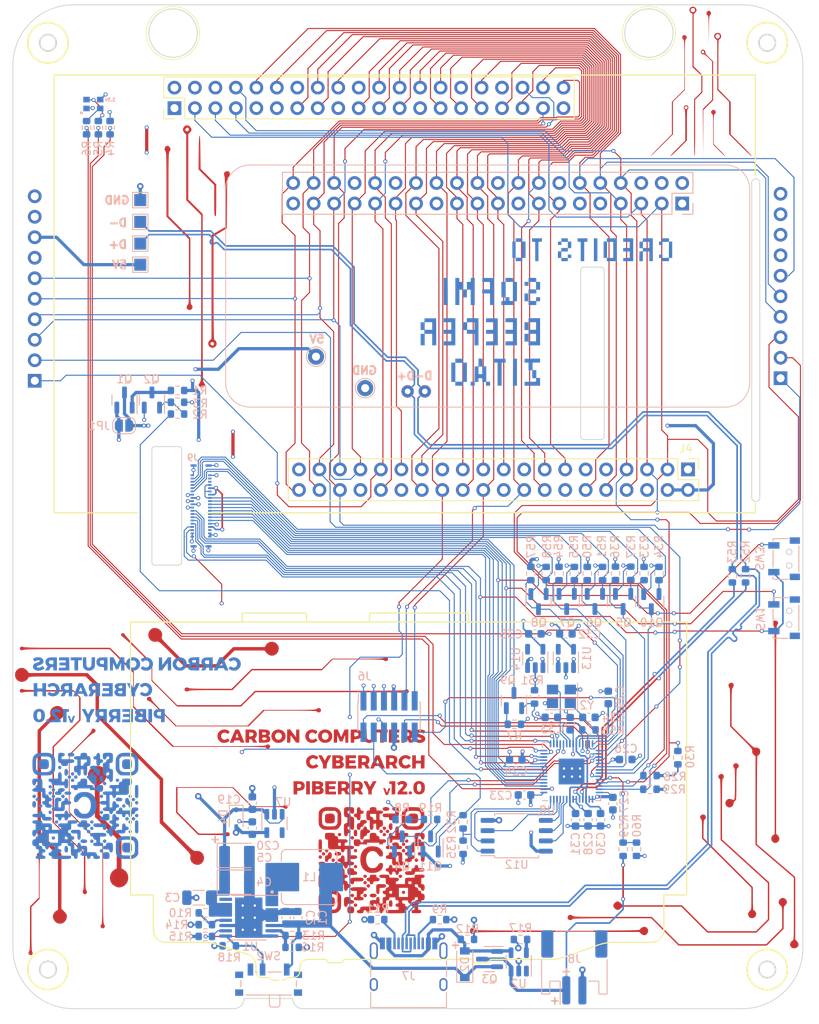
<source format=kicad_pcb>
(kicad_pcb (version 20240108) (generator "pcbnew") (generator_version "8.0")
  (layers (0 "F.Cu" signal) (1 "In1.Cu" power) (2 "In2.Cu" power) (31 "B.Cu" signal) (34 "B.Paste" user) (35 "F.Paste" user) (36 "B.SilkS" user "B.Silkscreen") (37 "F.SilkS" user "F.Silkscreen") (38 "B.Mask" user) (39 "F.Mask" user) (44 "Edge.Cuts" user))
  (net 0 "")
  (net 1 "GND")
  (net 2 "+3V3")
  (net 3 "/Pi_SDA")
  (net 4 "/Pi_SCL")
  (net 5 "/Pi_GPIO0")
  (net 6 "/Pi_GPIO1")
  (net 7 "/Pi_GPIO20")
  (net 8 "/Pi_GPIO19")
  (net 9 "/Pi_GPIO21")
  (net 10 "+5V")
  (net 11 "/Pi_GPIO14")
  (net 12 "/Pi_GPIO15")
  (net 13 "/Pi_INT")
  (net 14 "Net-(U8-VREG_VOUT)")
  (net 15 "Net-(U8-XIN)")
  (net 16 "Net-(Q1-G)")
  (net 17 "Net-(C34-Pad1)")
  (net 18 "SWCLK")
  (net 19 "SWDIO")
  (net 22 "RUN")
  (net 23 "/ROW8")
  (net 24 "OUT")
  (net 25 "/COL8")
  (net 26 "/TP_SCL_1V8")
  (net 27 "/TP_SCL")
  (net 28 "/TP_MOTION_1V8")
  (net 29 "/TP_MOTION")
  (net 30 "/TP_SDA_1V8")
  (net 31 "/TP_SDA")
  (net 32 "/TP_RESET_1V8")
  (net 33 "/TP_RESET")
  (net 34 "/DISP_SCLK")
  (net 35 "/DISP_SI")
  (net 36 "/DISP_CS")
  (net 37 "/DISP_EXTIN")
  (net 38 "/KB_BL")
  (net 39 "Net-(Q9-S)")
  (net 40 "Net-(Q9-D)")
  (net 41 "/TP_SHUTDOWN_1V8")
  (net 42 "+2V8")
  (net 43 "+1V8")
  (net 44 "/Pi_GPIO09")
  (net 45 "/TP_SHUTDOWN")
  (net 46 "Net-(Q11-D)")
  (net 47 "/LED_R")
  (net 48 "VBUS")
  (net 49 "USB_D-")
  (net 50 "USB_D+")
  (net 51 "BOOTSEL")
  (net 52 "/LED_G")
  (net 53 "/LED_B")
  (net 54 "/Pi_PWR")
  (net 55 "/~{QSPI_CS}")
  (net 56 "/D-")
  (net 57 "/D+")
  (net 58 "/LBO")
  (net 59 "Net-(U8-XOUT)")
  (net 60 "+BATT")
  (net 61 "Net-(U8-GPIO26)")
  (net 62 "/COL1")
  (net 65 "/ROW6")
  (net 66 "Net-(L1-Pad2)")
  (net 69 "/ROW4")
  (net 70 "/ROW1")
  (net 71 "/Pi_GPIO18")
  (net 72 "/ROW2")
  (net 73 "/ROW3")
  (net 75 "/ROW5")
  (net 76 "/PI_HEADER_SWDIO")
  (net 77 "/PI_HEADER_SWCLK")
  (net 78 "/Pi_GPIO6")
  (net 79 "/Pi_GPIO12")
  (net 80 "/Pi_GPIO13")
  (net 81 "/Pi_GPIO26")
  (net 82 "/Pi_GPIO5")
  (net 83 "/Pi_GPIO22")
  (net 84 "/Pi_GPIO27")
  (net 85 "/Pi_GPIO16")
  (net 86 "Net-(JP1-B)")
  (net 87 "Net-(D2-K)")
  (net 88 "/ROW7")
  (net 89 "/COL2")
  (net 90 "/COL6")
  (net 91 "Net-(D1-RK)")
  (net 92 "Net-(D1-BK)")
  (net 93 "Net-(D1-GK)")
  (net 98 "Net-(J7-CC1)")
  (net 100 "Net-(J7-CC2)")
  (net 102 "Net-(Q2-B)")
  (net 103 "/COL5")
  (net 104 "Net-(U1-FB)")
  (net 105 "Net-(U1-LBI)")
  (net 106 "Net-(U2-PROG)")
  (net 107 "Net-(SW2-B)")
  (net 108 "/COL4")
  (net 111 "/COL3")
  (net 112 "/QSPI_SD3")
  (net 113 "/QSPI_SCLK")
  (net 114 "/QSPI_SD0")
  (net 115 "/QSPI_SD2")
  (net 116 "/QSPI_SD1")
  (footprint "Connector_PinHeader_2.54mm:PinHeader_2x20_P2.54mm_Vertical" (layer "F.Cu") (at 125.75216 77.578894 -90)
    (property "Reference" "J4")
    (property "Value" "RPi_GPIO")
  )
  (footprint "Footprints:4_copper" (layer "F.Cu") (at 118.495123 116.856667)
    (property "Reference" "G***" (hide yes))
    (property "Value" "LOGO" (hide yes))
  )
  (footprint "MountingHole:MountingHole_2.5mm" (layer "F.Cu") (at 129.885 66.368399)
    (property "Reference" "H9" (hide yes))
    (property "Value" "MountingHole")
  )
  (footprint "v12.0 Pictures:marking1_mask" (layer "F.Cu") (at 80.65 113.7)
    (property "Reference" "G***" (hide yes))
    (property "Value" "LOGO" (hide yes))
  )
  (footprint "Footprints:2_copper" (layer "F.Cu") (at 65.45 50.2 90)
    (property "Reference" "G***" (hide yes))
    (property "Value" "LOGO" (hide yes))
  )
  (footprint "Footprints:3._cop" (layer "F.Cu") (at 64.7 118.05)
    (property "Reference" "G***" (hide yes))
    (property "Value" "LOGO" (hide yes))
  )
  (footprint "MountingHole:MountingHole_2.2mm_M2" (layer "F.Cu") (at 45.658943 79.687059)
    (property "Reference" "H2" (hide yes))
    (property "Value" "MountingHole")
  )
  (footprint "MountingHole:MountingHole_2.7mm_M2.5" (layer "F.Cu") (at 62.1 140.5)
    (property "Reference" "H8" (hide yes))
    (property "Value" "MountingHole")
  )
  (footprint "MountingHole:MountingHole_2.5mm" (layer "F.Cu") (at 71.885 66.368399)
    (property "Reference" "H6" (hide yes))
    (property "Value" "MountingHole")
  )
  (footprint "Footprints:3_mask" (layer "F.Cu") (at 64.7 118.05)
    (property "Reference" "G***" (hide yes))
    (property "Value" "LOGO" (hide yes))
  )
  (footprint "MountingHole:MountingHole_2.2mm_M2" (layer "F.Cu") (at 136.857421 29.686584)
    (property "Reference" "H1" (hide yes))
    (property "Value" "MountingHole")
  )
  (footprint "Footprints:4_mask" (layer "F.Cu") (at 118.495123 116.856667)
    (property "Reference" "G***" (hide yes))
    (property "Value" "LOGO" (hide yes))
  )
  (footprint "Footprints:1_copper" (layer "F.Cu") (at 127.393249 29.993269)
    (property "Reference" "G***" (hide yes))
    (property "Value" "LOGO" (hide yes))
  )
  (footprint "MountingHole:MountingHole_2.5mm" (layer "F.Cu") (at 71.885 43.368399)
    (property "Reference" "H5" (hide yes))
    (property "Value" "MountingHole")
  )
  (footprint "MountingHole:MountingHole_2.2mm_M2" (layer "F.Cu") (at 136.852711 79.692007)
    (property "Reference" "H3" (hide yes))
    (property "Value" "MountingHole")
  )
  (footprint "v12.0 Pictures:marking3" (layer "F.Cu") (at 86.351519 125.937029)
    (property "Reference" "G***" (hide yes))
    (property "Value" "LOGO" (hide yes))
  )
  (footprint "Footprints:2_mask" (layer "F.Cu") (at 65.45 50.2 90)
    (property "Reference" "G***" (hide yes))
    (property "Value" "LOGO" (hide yes))
  )
  (footprint "MountingHole:MountingHole_2.2mm_M2" (layer "F.Cu") (at 45.548477 29.68882)
    (property "Reference" "H4" (hide yes))
    (property "Value" "MountingHole")
  )
  (footprint "Footprints:1_copper" (layer "F.Cu") (at 127.4 30)
    (property "Reference" "G***" (hide yes))
    (property "Value" "LOGO" (hide yes))
  )
  (footprint "v12.0 Pictures:marking1" (layer "F.Cu") (at 80.65 113.7)
    (property "Reference" "G***" (hide yes))
    (property "Value" "LOGO" (hide yes))
  )
  (footprint "Connector_PinHeader_2.54mm:PinHeader_2x20_P2.54mm_Vertical" (layer "F.Cu") (at 62.04 32.8 90)
    (property "Reference" "J2" (hide yes))
    (property "Value" "RPi_GPIO")
  )
  (footprint "MountingHole:MountingHole_2.7mm_M2.5" (layer "F.Cu") (at 120.1 140.5)
    (property "Reference" "H10" (hide yes))
    (property "Value" "MountingHole")
  )
  (footprint "v12.0 Pictures:marking3" (layer "F.Cu") (at 86.351519 125.937029)
    (property "Reference" "G***" (hide yes))
    (property "Value" "LOGO" (hide yes))
  )
  (footprint "MountingHole:MountingHole_2.5mm" (layer "F.Cu") (at 129.885 43.368399)
    (property "Reference" "H7" (hide yes))
    (property "Value" "MountingHole")
  )
  (footprint "Resistor_SMD:R_0603_1608Metric" (layer "B.Cu") (at 62.425 67.79 180)
    (property "Reference" "R1")
    (property "Value" "10K")
  )
  (footprint "v12.0 Pictures:marking1" (layer "B.Cu") (at 56.995333 104.754706 180)
    (property "Reference" "G***" (hide yes))
    (property "Value" "LOGO" (hide yes))
  )
  (footprint "Resistor_SMD:R_0603_1608Metric" (layer "B.Cu") (at 109.75 90.475001 90)
    (property "Reference" "R54")
    (property "Value" "10K")
  )
  (footprint "Resistor_SMD:R_0603_1608Metric" (layer "B.Cu") (at 97.85 121.25 -90)
    (property "Reference" "R32")
    (property "Value" "1K")
  )
  (footprint "Package_TO_SOT_SMD:SOT-23" (layer "B.Cu") (at 107.2 93.9625 -90)
    (property "Reference" "Q8")
    (property "Value" "AO3400A")
  )
  (footprint "Package_TO_SOT_SMD:SOT-23-5" (layer "B.Cu") (at 106.8 101 90)
    (property "Reference" "U14")
    (property "Value" "ME6212C28M5G")
  )
  (footprint "Package_TO_SOT_SMD:SOT-23" (layer "B.Cu") (at 90.2875 123.987501 90)
    (property "Reference" "Q4")
    (property "Value" "S8050")
  )
  (footprint "Package_SO:HTSSOP-16-1EP_4.4x5mm_P0.65mm_EP3.4x5mm_Mask2.46x2.31mm_ThermalVias" (layer "B.Cu") (at 71.2575 133.125 180)
    (property "Reference" "U1")
    (property "Value" "TPS61030")
  )
  (footprint "Resistor_SMD:R_0603_1608Metric" (layer "B.Cu") (at 118.65 90.45 90)
    (property "Reference" "R37")
    (property "Value" "10K")
  )
  (footprint "Resistor_SMD:R_0603_1608Metric" (layer "B.Cu") (at 116.75 90.45 90)
    (property "Reference" "R36")
    (property "Value" "10K")
  )
  (footprint "Resistor_SMD:R_0603_1608Metric" (layer "B.Cu") (at 97.85 124.4 -90)
    (property "Reference" "R35")
    (property "Value" "10K")
  )
  (footprint "Package_SO:SSOP-8_5.25x5.24mm_P1.27mm" (layer "B.Cu") (at 104.5 122.975)
    (property "Reference" "U12")
    (property "Value" "W25Q32JVSSIQ")
  )
  (footprint "Resistor_SMD:R_0603_1608Metric" (layer "B.Cu") (at 120.3 90.475 90)
    (property "Reference" "R33")
    (property "Value" "10K")
  )
  (footprint "Capacitor_SMD:C_0603_1608Metric" (layer "B.Cu") (at 71.7 118.925 90)
    (property "Reference" "C19")
    (property "Value" "10uF")
  )
  (footprint "v12.0 Pictures:marking1_mask" (layer "B.Cu") (at 56.995333 104.754706 180)
    (property "Reference" "G***" (hide yes))
    (property "Value" "LOGO" (hide yes))
  )
  (footprint "TestPoint:TestPoint_THTPad_D2.0mm_Drill1.0mm" (layer "B.Cu") (at 85.7 67.5 180)
    (property "Reference" "TP8" (hide yes))
    (property "Value" "TestPoint")
  )
  (footprint "Capacitor_SMD:C_1206_3216Metric" (layer "B.Cu") (at 65.05 130.65 180)
    (property "Reference" "C3")
    (property "Value" "22uF")
  )
  (footprint "TestPoint:TestPoint_THTPad_D2.0mm_Drill1.0mm" (layer "B.Cu") (at 79.6 63.6 180)
    (property "Reference" "TP5" (hide yes))
    (property "Value" "TestPoint")
  )
  (footprint "Resistor_SMD:R_0603_1608Metric" (layer "B.Cu") (at 76.64 135.34 180)
    (property "Reference" "R13")
    (property "Value" "2M")
  )
  (footprint "Footprints:GT-TC018X" (layer "B.Cu") (at 138.3 98.8 90)
    (property "Reference" "SW1")
    (property "Value" "SW_DIP_x02")
    (fp_circle (center 3.7 0) (end 4.05 0) (stroke (width 0.12)) (fill none) (layer "Edge.Cuts"))
    (fp_circle (center 2 0) (end 2.35 0) (stroke (width 0.12)) (fill none) (layer "Edge.Cuts"))
  )
  (footprint "Resistor_SMD:R_0603_1608Metric" (layer "B.Cu") (at 108.15 90.475 90)
    (property "Reference" "R58")
    (property "Value" "10K")
  )
  (footprint "Capacitor_SMD:C_0603_1608Metric" (layer "B.Cu") (at 106.75 97.95)
    (property "Reference" "C35")
    (property "Value" "0.1uF")
  )
  (footprint "Inductor_SMD:L_Bourns_SRP7028A_7.3x6.6mm" (layer "B.Cu") (at 78.7575 128.095 180)
    (property "Reference" "L1")
    (property "Value" "6.8uH/4A")
  )
  (footprint "Resistor_SMD:R_0603_1608Metric" (layer "B.Cu") (at 65.875 133.99 180)
    (property "Reference" "R14")
    (property "Value" "220K")
  )
  (footprint "TestPoint:TestPoint_Pad_1.5x1.5mm" (layer "B.Cu") (at 57.8 52.2 180)
    (property "Reference" "TP1" (hide yes))
    (property "Value" "TestPoint")
  )
  (footprint "Package_TO_SOT_SMD:SOT-23-5" (layer "B.Cu") (at 74.45 121.45 -90)
    (property "Reference" "U7")
    (property "Value" "AP2112K-3.3")
  )
  (footprint "Capacitor_SMD:C_0603_1608Metric" (layer "B.Cu") (at 75.8875 133.125 90)
    (property "Reference" "C2")
    (property "Value" "100nF")
  )
  (footprint "Footprints:TestPoint_THTPad_D1.5mm_Drill0.7mm" (layer "B.Cu") (at 93.1 67.9 180)
    (property "Reference" "TP6" (hide yes))
    (property "Value" "TestPoint")
  )
  (footprint "Resistor_SMD:R_0603_1608Metric" (layer "B.Cu") (at 113.25 90.475 90)
    (property "Reference" "R50")
    (property "Value" "10K")
  )
  (footprint "Capacitor_SMD:C_0603_1608Metric" (layer "B.Cu") (at 114.9 120.99 -90)
    (property "Reference" "C30")
    (property "Value" "0.1uF")
  )
  (footprint "Package_TO_SOT_SMD:SOT-23" (layer "B.Cu") (at 93.8125 123.987501 90)
    (property "Reference" "Q11")
    (property "Value" "AO3400A")
  )
  (footprint "Jumper:SolderJumper-2_P1.3mm_Open_RoundedPad1.0x1.5mm" (layer "B.Cu") (at 55.795 72.1475)
    (property "Reference" "JP1")
    (property "Value" "PI PWR")
  )
  (footprint "Resistor_SMD:R_0603_1608Metric" (layer "B.Cu") (at 119.36 124.645 -90)
    (property "Reference" "R60")
    (property "Value" "100K")
  )
  (footprint "Resistor_SMD:R_0603_1608Metric" (layer "B.Cu") (at 76.64 136.8)
    (property "Reference" "R16")
    (property "Value" "360K")
  )
  (footprint "Capacitor_SMD:C_0603_1608Metric" (layer "B.Cu") (at 111.8 120.995 -90)
    (property "Reference" "C31")
    (property "Value" "1uF")
  )
  (footprint "Capacitor_SMD:C_0603_1608Metric" (layer "B.Cu") (at 77.3475 133.125 90)
    (property "Reference" "C1")
    (property "Value" "10uF")
  )
  (footprint "Resistor_SMD:R_0603_1608Metric" (layer "B.Cu") (at 121.04 115.51)
    (property "Reference" "R28")
    (property "Value" "4.7K")
  )
  (footprint "Capacitor_SMD:C_0603_1608Metric" (layer "B.Cu") (at 116.43 118.99 -90)
    (property "Reference" "C27")
    (property "Value" "0.1uF")
  )
  (footprint "Package_TO_SOT_SMD:SOT-23" (layer "B.Cu") (at 104.16 106.22 90)
    (property "Reference" "Q9")
    (property "Value" "AO3400A")
  )
  (footprint "Resistor_SMD:R_0603_1608Metric" (layer "B.Cu") (at 98.388911 135.816)
    (property "Reference" "R12")
    (property "Value" "100K")
  )
  (footprint "Resistor_SMD:R_0603_1608Metric" (layer "B.Cu") (at 106.71 105.77 90)
    (property "Reference" "R31")
    (property "Value" "10K")
  )
  (footprint "Resistor_SMD:R_0603_1608Metric" (layer "B.Cu") (at 115.15 90.475 90)
    (property "Reference" "R51")
    (property "Value" "10K")
  )
  (footprint "Package_TO_SOT_SMD:SOT-23" (layer "B.Cu") (at 114.2 93.9375 -90)
    (property "Reference" "Q6")
    (property "Value" "AO3400A")
  )
  (footprint "Capacitor_SMD:C_0603_1608Metric" (layer "B.Cu") (at 113.35 120.99 -90)
    (property "Reference" "C28")
    (property "Value" "1uF")
  )
  (footprint "Package_TO_SOT_SMD:SOT-23" (layer "B.Cu") (at 110.7 93.9375 -90)
    (property "Reference" "Q7")
    (property "Value" "AO3400A")
  )
  (footprint "Resistor_SMD:R_0603_1608Metric" (layer "B.Cu") (at 54.06 35.225 90)
    (property "Reference" "R4")
    (property "Value" "220")
  )
  (footprint "Package_TO_SOT_SMD:SOT-23" (layer "B.Cu") (at 121.2 93.9625 -90)
    (property "Reference" "Q10")
    (property "Value" "AO3400A")
  )
  (footprint "Resistor_SMD:R_0603_1608Metric" (layer "B.Cu") (at 104.968911 135.826)
    (property "Reference" "R17")
    (property "Value" "10K")
  )
  (footprint "Package_TO_SOT_SMD:SOT-23-5" (layer "B.Cu") (at 104.748911 138.606 90)
    (property "Reference" "U2")
    (property "Value" "TP4054")
  )
  (footprint "Footprints:HRS_BM20B_0.8_-40DS-0.4V_51_" (layer "B.Cu") (at 65.34 81.885)
    (property "Reference" "J9")
    (property "Value" "BM20B_0.8_-40DS-0.4V_51_" (hide yes))
  )
  (footprint "Resistor_SMD:R_0603_1608Metric" (layer "B.Cu") (at 132.89 90.76 90)
    (property "Reference" "R52")
    (property "Value" "27R")
  )
  (footprint "beepy:FM-B2020RGBA-HG" (layer "B.Cu") (at 51.98 32.29 180)
    (property "Reference" "D1" (hide yes))
    (property "Value" "Notification LED")
  )
  (footprint "Connector_PinHeader_2.54mm:PinHeader_1x10_P2.54mm_Vertical" (layer "B.Cu") (at 44.707537 66.583919)
    (property "Reference" "J1" (hide yes))
    (property "Value" "Header 1")
  )
  (footprint "Package_TO_SOT_SMD:SOT-23" (layer "B.Cu") (at 117.7 93.9375 -90)
    (property "Reference" "Q5")
    (property "Value" "AO3400A")
  )
  (footprint "Capacitor_SMD:C_0603_1608Metric" (layer "B.Cu") (at 113.455 108.3)
    (property "Reference" "C34")
    (property "Value" "12pF")
  )
  (footprint "Resistor_SMD:R_0603_1608Metric" (layer "B.Cu") (at 90.2875 120.95 180)
    (property "Reference" "R8")
    (property "Value" "10K")
  )
  (footprint "Resistor_SMD:R_0603_1608Metric" (layer "B.Cu") (at 62.425 70.71)
    (property "Reference" "R2")
    (property "Value" "330")
  )
  (footprint "Capacitor_SMD:C_0603_1608Metric" (layer "B.Cu") (at 118.03 113.52)
    (property "Reference" "C26")
    (property "Value" "0.1uF")
  )
  (footprint "Footprints:GT-TC018X" (layer "B.Cu") (at 138.3 91.49 90)
    (property "Reference" "SW3")
    (property "Value" "SW_DIP_x02")
    (fp_circle (center 3.7 0) (end 4.05 0) (stroke (width 0.12)) (fill none) (layer "Edge.Cuts"))
    (fp_circle (center 2 0) (end 2.35 0) (stroke (width 0.12)) (fill none) (layer "Edge.Cuts"))
  )
  (footprint "Package_TO_SOT_SMD:SOT-23-5" (layer "B.Cu") (at 110.6 101 90)
    (property "Reference" "U13")
    (property "Value" "ME6212C18M5G")
  )
  (footprint "Crystal:Crystal_SMD_3225-4Pin_3.2x2.5mm" (layer "B.Cu") (at 110.05 105.7 180)
    (property "Reference" "Y2")
    (property "Value" "XYDBPCNANF-12MHZ")
  )
  (footprint "Capacitor_Tantalum_SMD:CP_EIA-3528-15_AVX-H" (layer "B.Cu") (at 69.8 125.4125)
    (property "Reference" "C5")
    (property "Value" "100uF")
  )
  (footprint "Capacitor_SMD:C_0603_1608Metric" (layer "B.Cu") (at 104.385 113.57 180)
    (property "Reference" "C24")
    (property "Value" "0.1uF")
  )
  (footprint "Connector_PinHeader_2.54mm:PinHeader_2x20_P2.54mm_Vertical" (layer "B.Cu") (at 125.03 44.62 90)
    (property "Reference" "J5" (hide yes))
    (property "Value" "RPi_GPIO")
  )
  (footprint "Resistor_SMD:R_0603_1608Metric" (layer "B.Cu") (at 124.49 113.295 90)
    (property "Reference" "R30")
    (property "Value" "10K")
  )
  (footprint "Resistor_SMD:R_0603_1608Metric" (layer "B.Cu") (at 121.025 117.21 180)
    (property "Reference" "R29")
    (property "Value" "4.7K")
  )
  (footprint "Connector_JST:JST_PH_S2B-PH-SM4-TB_1x02-1MP_P2.00mm_Horizontal" (layer "B.Cu") (at 111.65 139.28)
    (property "Reference" "J8")
    (property "Value" "Battery")
  )
  (footprint "Resistor_SMD:R_0603_1608Metric" (layer "B.Cu") (at 94.93 133.36 180)
    (property "Reference" "R9")
    (property "Value" "5.1K")
  )
  (footprint "Capacitor_SMD:C_0603_1608Metric" (layer "B.Cu") (at 111.13 109.085 90)
    (property "Reference" "C25" (hide yes))
    (property "Value" "0.1uF")
  )
  (footprint "Resistor_SMD:R_0603_1608Metric" (layer "B.Cu") (at 93.8125 120.95 180)
    (property "Reference" "R19")
    (property "Value" "10K")
  )
  (footprint "TestPoint:TestPoint_Pad_1.5x1.5mm" (layer "B.Cu") (at 57.8 46.9 180)
    (property "Reference" "TP2" (hide yes))
    (property "Value" "TestPoint")
  )
  (footprint "Resistor_SMD:R_0603_1608Metric" (layer "B.Cu") (at 131.25 90.76 90)
    (property "Reference" "R53")
    (property "Value" "27R")
  )
  (footprint "Footprints:TestPoint_THTPad_D1.5mm_Drill0.7mm" (layer "B.Cu") (at 90.965683 67.9 180)
    (property "Reference" "TP7" (hide yes))
    (property "Value" "TestPoint")
  )
  (footprint "Connector_USB:USB_C_Receptacle_HRO_TYPE-C-31-M-12" (layer "B.Cu") (at 91.09 140.36 180)
    (property "Reference" "J7")
    (property "Value" "USB_C_Receptacle_USB2.0")
  )
  (footprint "v12.0 Pictures:marking4" (layer "B.Cu") (at 107.4 56.9 180)
    (property "Reference" "G***" (hide yes))
    (property "Value" "LOGO" (hide yes))
  )
  (footprint "Package_TO_SOT_SMD:SOT-23" (layer "B.Cu") (at 59.245 68.975 90)
    (property "Reference" "Q2")
    (property "Value" "S8050")
  )
  (footprint "Resistor_SMD:R_0603_1608Metric" (layer "B.Cu") (at 62.425 69.25 180)
    (property "Reference" "R3")
    (property "Value" "10K")
  )
  (footprint "Resistor_SMD:R_0603_1608Metric" (layer "B.Cu") (at 113.455 109.86)
    (property "Reference" "R56")
    (property "Value" "1K")
  )
  (footprint "Capacitor_SMD:C_0603_1608Metric" (layer "B.Cu") (at 110.6 97.95)
    (property "Reference" "C32")
    (property "Value" "0.1uF")
  )
  (footprint "Package_TO_SOT_SMD:SOT-23" (layer "B.Cu") (at 55.845 68.975 90)
    (property "Reference" "Q1")
    (property "Value" "SI2301")
  )
  (footprint "Capacitor_SMD:C_0603_1608Metric" (layer "B.Cu") (at 115.86 105.83 90)
    (property "Reference" "C29")
    (property "Value" "0.1uF")
  )
  (footprint "Resistor_SMD:R_0603_1608Metric" (layer "B.Cu") (at 68.84 136.61)
    (property "Reference" "R18")
    (property "Value" "100K")
  )
  (footprint "TestPoint:TestPoint_Pad_1.5x1.5mm" (layer "B.Cu") (at 57.8 44.2 180)
    (property "Reference" "TP4" (hide yes))
    (property "Value" "TestPoint")
  )
  (footprint "Resistor_SMD:R_0603_1608Metric" (layer "B.Cu") (at 111.65 90.475001 90)
    (property "Reference" "R55")
    (property "Value" "10K")
  )
  (footprint "Package_TO_SOT_SMD:SOT-23" (layer "B.Cu") (at 101.128911 138.256 180)
    (property "Reference" "Q3")
    (property "Value" "SI2301")
  )
  (footprint "Diode_SMD:D_SOD-123" (layer "B.Cu") (at 98.058911 138.896 90)
    (property "Reference" "D2")
    (property "Value" "B5819W")
  )
  (footprint "v12.0 Pictures:marking3" (layer "B.Cu") (at 51.131685 119.206676 180)
    (property "Reference" "G***" (hide yes))
    (property "Value" "LOGO" (hide yes))
  )
  (footprint "Capacitor_Tantalum_SMD:CP_EIA-3528-15_AVX-H" (layer "B.Cu") (at 69.8025 128.7225)
    (property "Reference" "C4")
    (property "Value" "100uF")
  )
  (footprint "TestPoint:TestPoint_Pad_1.5x1.5mm" (layer "B.Cu") (at 57.807579 49.587014 180)
    (property "Reference" "TP3" (hide yes))
    (property "Value" "TestPoint")
  )
  (footprint "Resistor_SMD:R_0603_1608Metric" (layer "B.Cu") (at 65.87 135.45 180)
    (property "Reference" "R15")
    (property "Value" "1M")
  )
  (footprint "v12.0 Pictures:marking3" (layer "B.Cu") (at 51.131685 119.206676 180)
    (property "Reference" "G***" (hide yes))
    (property "Value" "LOGO" (hide yes))
  )
  (footprint "Connector_PinHeader_2.54mm:PinHeader_1x10_P2.54mm_Vertical" (layer "B.Cu") (at 137.231557 66.273399)
    (property "Reference" "J3" (hide yes))
    (property "Value" "Header 3")
  )
  (footprint "Resistor_SMD:R_0603_1608Metric" (layer "B.Cu") (at 106.25 90.475 90)
    (property "Reference" "R57")
    (property "Value" "10K")
  )
  (footprint "Resistor_SMD:R_0603_1608Metric" (layer "B.Cu") (at 52.6 35.225 90)
    (property "Reference" "R5")
    (property "Value" "100")
  )
  (footprint "Resistor_SMD:R_0603_1608Metric" (layer "B.Cu") (at 104.21 109.1575)
    (property "Reference" "R7")
    (property "Value" "10")
  )
  (footprint "v12.0 Pictures:marking4" (layer "B.Cu") (at 107.4 56.9 180)
    (property "Reference" "G***" (hide yes))
    (property "Value" "LOGO" (hide yes))
  )
  (footprint "Resistor_SMD:R_0603_1608Metric" (layer "B.Cu") (at 51.14 35.225 90)
    (property "Reference" "R6")
    (property "Value" "100")
  )
  (footprint "Resistor_SMD:R_0603_1608Metric" (layer "B.Cu") (at 117.7 124.645 90)
    (property "Reference" "R59")
    (property "Value" "100K")
  )
  (footprint "Diode_SMD:D_SOD-323" (layer "B.Cu") (at 69.7 120.8 -90)
    (property "Reference" "D4")
    (property "Value" "D_Schottky_Small")
  )
  (footprint "Capacitor_SMD:C_0603_1608Metric" (layer "B.Cu") (at 108.8 108.3 180)
    (property "Reference" "C33")
    (property "Value" "12pF")
  )
  (footprint "Capacitor_SMD:C_0603_1608Metric" (layer "B.Cu") (at 105.465 117.92 180)
    (property "Reference" "C23")
    (property "Value" "0.1uF")
  )
  (footprint "Button_Switch_SMD:SW_SPDT_PCM12" (layer "B.Cu") (at 73.72 140.98 180)
    (property "Reference" "SW2")
    (property "Value" "ON/OFF")
  )
  (footprint "Resistor_SMD:R_0603_1608Metric" (layer "B.Cu") (at 122.15 90.475 90)
    (property "Reference" "R34")
    (property "Value" "10K")
  )
  (footprint "beepy:QFN-56-1EP_7x7mm_P0.4mm_EP5.6x5.6mm" (layer "B.Cu") (at 111.3 115.0125)
    (property "Reference" "U8")
    (property "Value" "RP2040")
  )
  (footprint "Resistor_SMD:R_0603_1608Metric" (layer "B.Cu") (at 87.25 133.36)
    (property "Reference" "R11")
    (property "Value" "5.1K")
  )
  (footprint "Resistor_SMD:R_0603_1608Metric" (layer "B.Cu") (at 65.875 132.53 180)
    (property "Reference" "R10")
    (property "Value" "2M")
  )
  (footprint "Connector_PinHeader_1.27mm:PinHeader_2x06_P1.27mm_Vertical_SMD" (layer "B.Cu") (at 88.665 108.2 -90)
    (property "Reference" "J6")
    (property "Value" "PRG_HEADER")
  )
  (footprint "Capacitor_SMD:C_0603_1608Metric" (layer "B.Cu") (at 71.7 122.025 -90)
    (property "Reference" "C20")
    (property "Value" "10uF")
  )
  (gr_arc (start 71.395 69.848399) (mid 69.273679 68.96972) (end 68.395 66.848399) (stroke (width 0.1)) (layer "B.SilkS"))
  (gr_arc (start 130.395 39.848399) (mid 132.516321 40.727078) (end 133.395 42.848399) (stroke (width 0.1)) (layer "B.SilkS"))
  (gr_arc (start 133.395 66.848399) (mid 132.516321 68.96972) (end 130.395 69.848399) (stroke (width 0.1)) (layer "B.SilkS"))
  (gr_circle (center 50.5 33.385) (end 50.47 33.405) (stroke (width 0.15)) (fill none) (layer "B.SilkS"))
  (gr_line (start 71.395 69.848399) (end 130.395 69.848399) (stroke (width 0.1)) (layer "B.SilkS"))
  (gr_line (start 68.395 66.848399) (end 68.395 42.348399) (stroke (width 0.1)) (layer "B.SilkS"))
  (gr_line (start 133.395 66.848399) (end 133.395 42.848399) (stroke (width 0.1)) (layer "B.SilkS"))
  (gr_arc (start 68.395 42.848399) (mid 69.273679 40.727078) (end 71.395 39.848399) (stroke (width 0.1)) (layer "B.SilkS"))
  (gr_line (start 71.395 39.848399) (end 130.395 39.848399) (stroke (width 0.1)) (layer "B.SilkS"))
  (gr_line (start 56.598501 96.482001) (end 125.5815 96.482001) (stroke (width 0.15)) (layer "F.SilkS"))
  (gr_circle (center 135.575 24.7) (end 138.075 24.7) (stroke (width 0.2)) (fill none) (layer "F.SilkS"))
  (gr_line (start 107.034717 138.296) (end 108.75345 138.296) (stroke (width 0.15)) (layer "F.SilkS"))
  (gr_line (start 98.553678 96.482001) (end 98.553678 95.371001) (stroke (width 0.15)) (layer "F.SilkS"))
  (gr_line (start 99.293536 138.7) (end 100.202984 138.7) (stroke (width 0.15)) (layer "F.SilkS"))
  (gr_circle (center 46.35 24.7) (end 48.85 24.7) (stroke (width 0.2)) (fill none) (layer "F.SilkS"))
  (gr_line (start 134.1 82.95) (end 134.1 81.8) (stroke (width 0.15)) (layer "F.SilkS"))
  (gr_line (start 67.504167 136.476132) (end 71.111883 137.65798) (stroke (width 0.15)) (layer "F.SilkS"))
  (gr_arc (start 75.747719 140.777843) (mid 75.576284 140.867228) (end 75.385422 140.898068) (stroke (width 0.15)) (layer "F.SilkS"))
  (gr_line (start 80.929179 138.296) (end 80.929179 138.397) (stroke (width 0.15)) (layer "F.SilkS"))
  (gr_line (start 86.231679 95.371001) (end 86.231679 96.482001) (stroke (width 0.15)) (layer "F.SilkS"))
  (gr_line (start 98.553678 95.371001) (end 86.231679 95.371001) (stroke (width 0.15)) (layer "F.SilkS"))
  (gr_arc (start 74.426038 140.898068) (mid 74.22262 140.862906) (end 74.042807 140.761503) (stroke (width 0.15)) (layer "F.SilkS"))
  (gr_circle (center 120.9 23.5) (end 124.2 23.5) (stroke (width 0.1)) (fill none) (layer "F.SilkS"))
  (gr_line (start 99.091536 138.296) (end 99.091536 138.498) (stroke (width 0.15)) (layer "F.SilkS"))
  (gr_line (start 116.596318 136.175) (end 121.2385 136.175) (stroke (width 0.15)) (layer "F.SilkS"))
  (gr_arc (start 77.590113 139.306) (mid 77.885934 138.591814) (end 78.600113 138.296) (stroke (width 0.15)) (layer "F.SilkS"))
  (gr_line (start 78.430946 95.371001) (end 70.451946 95.371001) (stroke (width 0.15)) (layer "F.SilkS"))
  (gr_arc (start 122.7535 134.66) (mid 122.309765 135.731254) (end 121.2385 136.175) (stroke (width 0.15)) (layer "F.SilkS"))
  (gr_circle (center 46.35 139.55) (end 48.85 139.55) (stroke (width 0.2)) (fill none) (layer "F.SilkS"))
  (gr_arc (start 81.232179 138.7) (mid 81.017898 138.611269) (end 80.929179 138.397) (stroke (width 0.15)) (layer "F.SilkS"))
  (gr_line (start 70.451946 95.371001) (end 70.451946 96.482001) (stroke (width 0.15)) (layer "F.SilkS"))
  (gr_line (start 56.598501 96.482001) (end 56.598501 130.317) (stroke (width 0.15)) (layer "F.SilkS"))
  (gr_line (start 78.600113 138.296) (end 80.929179 138.296) (stroke (width 0.15)) (layer "F.SilkS"))
  (gr_line (start 77.590113 139.771643) (end 77.590113 139.306) (stroke (width 0.15)) (layer "F.SilkS"))
  (gr_arc (start 110.459418 137.999122) (mid 109.619254 138.221229) (end 108.75345 138.296) (stroke (width 0.15)) (layer "F.SilkS"))
  (gr_line (start 101.230178 138.498) (end 101.230178 138.296) (stroke (width 0.15)) (layer "F.SilkS"))
  (gr_circle (center 135.575 139.55) (end 138.075 139.55) (stroke (width 0.2)) (fill none) (layer "F.SilkS"))
  (gr_line (start 73.771305 140.539858) (end 74.042807 140.761503) (stroke (width 0.15)) (layer "F.SilkS"))
  (gr_line (start 101.230178 138.296) (end 107.034717 138.296) (stroke (width 0.15)) (layer "F.SilkS"))
  (gr_line (start 110.459419 137.999123) (end 114.549157 136.531254) (stroke (width 0.15)) (layer "F.SilkS"))
  (gr_line (start 82.985633 138.397) (end 82.985633 138.296) (stroke (width 0.15)) (layer "F.SilkS"))
  (gr_line (start 72.155247 139.097697) (end 72.155247 139.782358) (stroke (width 0.15)) (layer "F.SilkS"))
  (gr_arc (start 65.617626 136.175) (mid 66.572838 136.250755) (end 67.504167 136.476132) (stroke (width 0.15)) (layer "F.SilkS"))
  (gr_arc (start 77.590113 139.771643) (mid 77.36823 140.30724) (end 76.832613 140.529143) (stroke (width 0.15)) (layer "F.SilkS"))
  (gr_line (start 47.1 28.7) (end 47.1 82.95) (stroke (width 0.15)) (layer "F.SilkS"))
  (gr_line (start 47.1 82.95) (end 57.5 82.95) (stroke (width 0.15)) (layer "F.SilkS"))
  (gr_line (start 56.598501 130.317) (end 59.426501 130.317) (stroke (width 0.15)) (layer "F.SilkS"))
  (gr_line (start 125.5815 96.482001) (end 98.553678 96.482001) (stroke (width 0.15)) (layer "F.SilkS"))
  (gr_arc (start 101.230178 138.498) (mid 101.171016 138.64085) (end 101.028178 138.7) (stroke (width 0.15)) (layer "F.SilkS"))
  (gr_line (start 134.1 41.2) (end 134.1 28.7) (stroke (width 0.15)) (layer "F.SilkS"))
  (gr_line (start 122.7535 130.317) (end 125.5815 130.317) (stroke (width 0.15)) (layer "F.SilkS"))
  (gr_arc (start 71.111882 137.65798) (mid 71.866977 138.208683) (end 72.155247 139.097697) (stroke (width 0.15)) (layer "F.SilkS"))
  (gr_line (start 122.7535 134.66) (end 122.7535 130.317) (stroke (width 0.15)) (layer "F.SilkS"))
  (gr_arc (start 114.549156 136.531253) (mid 115.557353 136.264724) (end 116.596318 136.175) (stroke (width 0.15)) (layer "F.SilkS"))
  (gr_line (start 59.426501 130.317) (end 59.426501 134.66) (stroke (width 0.15)) (layer "F.SilkS"))
  (gr_line (start 60.941501 136.175) (end 65.617626 136.175) (stroke (width 0.15)) (layer "F.SilkS"))
  (gr_line (start 76.08118 140.529143) (end 76.832613 140.529143) (stroke (width 0.15)) (layer "F.SilkS"))
  (gr_arc (start 60.941501 136.175) (mid 59.870257 135.731254) (end 59.426501 134.66) (stroke (width 0.15)) (layer "F.SilkS"))
  (gr_line (start 74.426039 140.898068) (end 75.385422 140.898068) (stroke (width 0.15)) (layer "F.SilkS"))
  (gr_line (start 86.231679 96.482001) (end 78.430946 96.482001) (stroke (width 0.15)) (layer "F.SilkS"))
  (gr_arc (start 72.912747 140.539858) (mid 72.377121 140.317993) (end 72.155247 139.782358) (stroke (width 0.15)) (layer "F.SilkS"))
  (gr_circle (center 61.85 23.5) (end 65.15 23.5) (stroke (width 0.1)) (fill none) (layer "F.SilkS"))
  (gr_line (start 78.430946 96.482001) (end 78.430946 95.371001) (stroke (width 0.15)) (layer "F.SilkS"))
  (gr_line (start 81.232179 138.7) (end 82.682633 138.7) (stroke (width 0.15)) (layer "F.SilkS"))
  (gr_line (start 47.1 28.7) (end 134.1 28.7) (stroke (width 0.15)) (layer "F.SilkS"))
  (gr_line (start 100.202984 138.7) (end 101.028178 138.7) (stroke (width 0.15)) (layer "F.SilkS"))
  (gr_line (start 70.451946 96.482001) (end 56.598501 96.482001) (stroke (width 0.15)) (layer "F.SilkS"))
  (gr_line (start 82.985633 138.296) (end 99.091536 138.296) (stroke (width 0.15)) (layer "F.SilkS"))
  (gr_arc (start 82.985633 138.397) (mid 82.896886 138.611252) (end 82.682633 138.7) (stroke (width 0.15)) (layer "F.SilkS"))
  (gr_arc (start 99.293536 138.7) (mid 99.1507 138.640836) (end 99.091536 138.498) (stroke (width 0.15)) (layer "F.SilkS"))
  (gr_line (start 66.14 82.95) (end 134.1 82.95) (stroke (width 0.15)) (layer "F.SilkS"))
  (gr_line (start 125.5815 130.317) (end 125.5815 96.482001) (stroke (width 0.15)) (layer "F.SilkS"))
  (gr_line (start 75.747718 140.777842) (end 76.08118 140.529143) (stroke (width 0.15)) (layer "F.SilkS"))
  (gr_line (start 72.912747 140.539858) (end 73.771305 140.539858) (stroke (width 0.15)) (layer "F.SilkS"))
  (gr_circle (center 61.873117 23.5) (end 58.873117 23.5) (stroke (width 0.1)) (fill none) (layer "Edge.Cuts"))
  (gr_arc (start 133.653553 42.053553) (mid 133.8 41.7) (end 134.153553 41.553553) (stroke (width 0.1)) (layer "Edge.Cuts"))
  (gr_circle (center 120.9 23.5) (end 123.9 23.5) (stroke (width 0.1)) (fill none) (layer "Edge.Cuts"))
  (gr_arc (start 62.538013 74.74) (mid 62.820856 74.857157) (end 62.938013 75.14) (stroke (width 0.1)) (layer "Edge.Cuts"))
  (gr_arc (start 59.638013 89.44) (mid 59.35517 89.322843) (end 59.238013 89.04) (stroke (width 0.1)) (layer "Edge.Cuts"))
  (gr_circle (center 46.35 139.55) (end 47.375 139.55) (stroke (width 0.2)) (fill none) (layer "Edge.Cuts"))
  (gr_arc (start 115.35 73.475) (mid 115.232842 73.757843) (end 114.949999 73.874999) (stroke (width 0.1)) (layer "Edge.Cuts"))
  (gr_circle (center 135.575 24.7) (end 136.6 24.7) (stroke (width 0.2)) (fill none) (layer "Edge.Cuts"))
  (gr_arc (start 134.153553 81.553553) (mid 133.8 81.407106) (end 133.653553 81.053553) (stroke (width 0.1)) (layer "Edge.Cuts"))
  (gr_arc (start 112.427843 52.9) (mid 112.55 52.615086) (end 112.837843 52.5) (stroke (width 0.1)) (layer "Edge.Cuts"))
  (gr_arc (start 70.676117 143.146117) (mid 70.31 144.03) (end 69.426117 144.396117) (stroke (width 0.1)) (layer "Edge.Cuts"))
  (gr_line (start 42 136.9) (end 42 27.5) (stroke (width 0.1)) (layer "Edge.Cuts"))
  (gr_line (start 69.426117 144.396117) (end 49.5 144.4) (stroke (width 0.1)) (layer "Edge.Cuts"))
  (gr_line (start 132.5 20) (end 49.5 20) (stroke (width 0.1)) (layer "Edge.Cuts"))
  (gr_circle (center 46.35 24.7) (end 47.375 24.7) (stroke (width 0.2)) (fill none) (layer "Edge.Cuts"))
  (gr_line (start 77.963883 144.396117) (end 132.5 144.4) (stroke (width 0.1)) (layer "Edge.Cuts"))
  (gr_arc (start 114.95 52.5) (mid 115.232843 52.617157) (end 115.35 52.9) (stroke (width 0.1)) (layer "Edge.Cuts"))
  (gr_arc (start 62.938014 89.040001) (mid 62.820856 89.322844) (end 62.538013 89.44) (stroke (width 0.1)) (layer "Edge.Cuts"))
  (gr_line (start 112.427843 52.9) (end 112.427843 73.475) (stroke (width 0.1)) (layer "Edge.Cuts"))
  (gr_line (start 114.95 52.5) (end 112.837843 52.5) (stroke (width 0.1)) (layer "Edge.Cuts"))
  (gr_line (start 133.653553 42.053553) (end 133.653553 81.053553) (stroke (width 0.1)) (layer "Edge.Cuts"))
  (gr_line (start 114.949999 73.874999) (end 112.827842 73.874999) (stroke (width 0.1)) (layer "Edge.Cuts"))
  (gr_line (start 62.538013 74.74) (end 59.648013 74.74) (stroke (width 0.1)) (layer "Edge.Cuts"))
  (gr_circle (center 135.575 139.55) (end 136.6 139.55) (stroke (width 0.2)) (fill none) (layer "Edge.Cuts"))
  (gr_line (start 62.938013 75.14) (end 62.938013 89.04) (stroke (width 0.1)) (layer "Edge.Cuts"))
  (gr_line (start 76.713883 143.146117) (end 70.676117 143.146117) (stroke (width 0.1)) (layer "Edge.Cuts"))
  (gr_line (start 62.538013 89.44) (end 59.638013 89.44) (stroke (width 0.1)) (layer "Edge.Cuts"))
  (gr_arc (start 112.827842 73.874999) (mid 112.544999 73.757842) (end 112.427842 73.474999) (stroke (width 0.1)) (layer "Edge.Cuts"))
  (gr_arc (start 42 27.5) (mid 44.196699 22.196699) (end 49.5 20) (stroke (width 0.1)) (layer "Edge.Cuts"))
  (gr_arc (start 140 136.9) (mid 137.803301 142.203301) (end 132.5 144.4) (stroke (width 0.1)) (layer "Edge.Cuts"))
  (gr_line (start 115.35 52.9) (end 115.35 73.475) (stroke (width 0.1)) (layer "Edge.Cuts"))
  (gr_line (start 134.653553 42.053553) (end 134.653553 81.053553) (stroke (width 0.1)) (layer "Edge.Cuts"))
  (gr_arc (start 132.5 20) (mid 137.803301 22.196699) (end 140 27.5) (stroke (width 0.1)) (layer "Edge.Cuts"))
  (gr_arc (start 59.238013 75.14) (mid 59.36017 74.855086) (end 59.648013 74.74) (stroke (width 0.1)) (layer "Edge.Cuts"))
  (gr_arc (start 134.153553 41.553553) (mid 134.507106 41.7) (end 134.653553 42.053553) (stroke (width 0.1)) (layer "Edge.Cuts"))
  (gr_line (start 140 27.5) (end 140 136.9) (stroke (width 0.1)) (layer "Edge.Cuts"))
  (gr_arc (start 49.5 144.4) (mid 44.196699 142.203301) (end 42 136.9) (stroke (width 0.1)) (layer "Edge.Cuts"))
  (gr_arc (start 77.963883 144.396117) (mid 77.08 144.03) (end 76.713883 143.146117) (stroke (width 0.1)) (layer "Edge.Cuts"))
  (gr_arc (start 134.653553 81.053553) (mid 134.507108 81.407109) (end 134.153553 81.553553) (stroke (width 0.1)) (layer "Edge.Cuts"))
  (gr_line (start 59.238013 75.14) (end 59.238013 89.04) (stroke (width 0.1)) (layer "Edge.Cuts"))
  (gr_text "GND" (at 87.3 65.9 0) (layer "B.SilkS") (effects (font (size 1 1) (thickness 0.25) (bold yes)) (justify left bottom mirror)))
  (gr_text "D+" (at 92.01 66.58 0) (layer "B.SilkS") (effects (font (size 1 1) (thickness 0.25) (bold yes)) (justify left bottom mirror)))
  (gr_text "+" (at 110.64 139.74 0) (layer "B.SilkS") (effects (font (size 1 1) (thickness 0.2))))
  (gr_text "D-" (at 94.2 66.56 0) (layer "B.SilkS") (effects (font (size 1 1) (thickness 0.25) (bold yes)) (justify left bottom mirror)))
  (gr_text "D-" (at 56.3 47.6 0) (layer "B.SilkS") (effects (font (size 1 1) (thickness 0.25) (bold yes)) (justify left bottom mirror)))
  (gr_text "5V" (at 80.779762 62 0) (layer "B.SilkS") (effects (font (size 1 1) (thickness 0.25) (bold yes)) (justify left bottom mirror)))
  (gr_text "D+" (at 56.3 50.3 0) (layer "B.SilkS") (effects (font (size 1 1) (thickness 0.25) (bold yes)) (justify left bottom mirror)))
  (gr_text "+" (at 96.9 136.47 0) (layer "B.SilkS") (effects (font (size 1 1) (thickness 0.2))))
  (gr_text "GND" (at 56.6 44.8 0) (layer "B.SilkS") (effects (font (size 1 1) (thickness 0.25) (bold yes)) (justify left bottom mirror)))
  (gr_text "5V" (at 56.3 52.8 0) (layer "B.SilkS") (effects (font (size 1 1) (thickness 0.25) (bold yes)) (justify left bottom mirror)))
  (gr_text "3.3V" (at 54.8 32 0) (layer "B.SilkS") (effects (font (size 0.4 0.4) (thickness 0.1) (bold yes)) (justify left bottom mirror)))
  (gr_text "." (at 74.15 129.33 0) (layer "B.SilkS") (effects (font (size 1.5 1.5) (thickness 0.3))))
  (gr_text "+" (at 109.23 143.37 0) (layer "B.SilkS") (effects (font (size 1 1) (thickness 0.2))))
  (gr_text "+" (at 67.08 123.37 0) (layer "B.SilkS") (effects (font (size 1 1) (thickness 0.2))))
  (via (at 110.6 103.35) (size 0.5) (drill 0.3) (layers "F.Cu" "B.Cu") (net 1))
  (via (at 63.7 82.3) (size 0.5) (drill 0.3) (layers "F.Cu" "B.Cu") (net 1))
  (via (at 78.47 136.8) (size 0.8) (drill 0.4) (layers "F.Cu" "B.Cu") (net 1))
  (via (at 64.4 77.65) (size 0.5) (drill 0.3) (layers "F.Cu" "B.Cu") (net 1))
  (via (at 110.3 112.58) (size 0.5) (drill 0.3) (layers "F.Cu" "B.Cu") (net 1))
  (via (at 67.25 77.05) (size 0.5) (drill 0.3) (layers "F.Cu" "B.Cu") (net 1))
  (via (at 88.55 118.8) (size 0.5) (drill 0.3) (layers "F.Cu" "B.Cu") (net 1))
  (via (at 85.5 104.36) (size 0.5) (drill 0.3) (layers "F.Cu" "B.Cu") (net 1))
  (via (at 114.9 105.06) (size 0.5) (drill 0.3) (layers "F.Cu" "B.Cu") (net 1))
  (via (at 87.36 108.55) (size 0.5) (drill 0.3) (layers "F.Cu" "B.Cu") (net 1))
  (via (at 67.15 85.7) (size 0.5) (drill 0.3) (layers "F.Cu" "B.Cu") (net 1))
  (via (at 64.4 87.65) (size 0.5) (drill 0.3) (layers "F.Cu" "B.Cu") (net 1))
  (via (at 67.3 84.4) (size 0.5) (drill 0.3) (layers "F.Cu" "B.Cu") (net 1))
  (via (at 110.6 107.55) (size 0.5) (drill 0.3) (layers "F.Cu" "B.Cu") (net 1))
  (via (at 110.36 115.64) (size 0.5) (drill 0.3) (layers "F.Cu" "B.Cu") (net 1))
  (via (at 105.87 108.47) (size 0.5) (drill 0.3) (layers "F.Cu" "B.Cu") (net 1))
  (via (at 66.25 87.6) (size 0.5) (drill 0.3) (layers "F.Cu" "B.Cu") (net 1))
  (via (at 96.76 133.36) (size 0.8) (drill 0.4) (layers "F.Cu" "B.Cu") (net 1))
  (via (at 110.36 114.64) (size 0.5) (drill 0.3) (layers "F.Cu" "B.Cu") (net 1))
  (via (at 64.2 86.5) (size 0.5) (drill 0.3) (layers "F.Cu" "B.Cu") (net 1))
  (via (at 99.2 133.4) (size 0.8) (drill 0.4) (layers "F.Cu" "B.Cu") (net 1))
  (via (at 71.7 117.075) (size 0.8) (drill 0.4) (layers "F.Cu" "B.Cu") (net 1))
  (via (at 112.4 104.85) (size 0.5) (drill 0.3) (layers "F.Cu" "B.Cu") (net 1))
  (via (at 104.7 136.9) (size 0.8) (drill 0.4) (layers "F.Cu" "B.Cu") (net 1))
  (via (at 111.36 115.64) (size 0.5) (drill 0.3) (layers "F.Cu" "B.Cu") (net 1))
  (via (at 57.8 42.485) (size 0.8) (drill 0.4) (layers "F.Cu" "B.Cu") (net 1))
  (via (at 95.22 135.44) (size 0.8) (drill 0.4) (layers "F.Cu" "B.Cu") (net 1))
  (via (at 111.36 114.64) (size 0.5) (drill 0.3) (layers "F.Cu" "B.Cu") (net 1))
  (via (at 115.9 121.77) (size 0.5) (drill 0.3) (layers "F.Cu" "B.Cu") (net 1))
  (via (at 115.18 107.75) (size 0.5) (drill 0.3) (layers "F.Cu" "B.Cu") (net 1))
  (via (at 112.36 115.64) (size 0.5) (drill 0.3) (layers "F.Cu" "B.Cu") (net 1))
  (via (at 119.79 113.04) (size 0.5) (drill 0.3) (layers "F.Cu" "B.Cu") (net 1))
  (via (at 116.44 120.72) (size 0.5) (drill 0.3) (layers "F.Cu" "B.Cu") (net 1))
  (via (at 107.05 107.84) (size 0.5) (drill 0.3) (layers "F.Cu" "B.Cu") (net 1))
  (via (at 120.36 125.48) (size 0.5) (drill 0.3) (layers "F.Cu" "B.Cu") (net 1))
  (via (at 86.8 135.28) (size 0.8) (drill 0.4) (layers "F.Cu" "B.Cu") (net 1))
  (via (at 64.75 130.65) (size 0.8) (drill 0.4) (layers "F.Cu" "B.Cu") (net 1))
  (via (at 108.55 97.95) (size 0.5) (drill 0.3) (layers "F.Cu" "B.Cu") (net 1))
  (via (at 63.7 80.75) (size 0.5) (drill 0.3) (layers "F.Cu" "B.Cu") (net 1))
  (via (at 88.03 104.44) (size 0.5) (drill 0.3) (layers "F.Cu" "B.Cu") (net 1))
  (via (at 63.7 81.5) (size 0.5) (drill 0.3) (layers "F.Cu" "B.Cu") (net 1))
  (via (at 110.81 121.76) (size 0.5) (drill 0.3) (layers "F.Cu" "B.Cu") (net 1))
  (via (at 64.05 133.99) (size 0.8) (drill 0.4) (layers "F.Cu" "B.Cu") (net 1))
  (via (at 67.25 78.3) (size 0.5) (drill 0.3) (layers "F.Cu" "B.Cu") (net 1))
  (via (at 58.295 71.425) (size 0.5) (drill 0.3) (layers "F.Cu" "B.Cu") (net 1))
  (via (at 112.2 96.95) (size 0.5) (drill 0.3) (layers "F.Cu" "B.Cu") (net 1))
  (via (at 104.75 138.5) (size 0.8) (drill 0.4) (layers "F.Cu" "B.Cu") (net 1))
  (via (at 103.62 112.56) (size 0.5) (drill 0.3) (layers "F.Cu" "B.Cu") (net 1))
  (via (at 86.76 104.42) (size 0.5) (drill 0.3) (layers "F.Cu" "B.Cu") (net 1))
  (via (at 70.09 121.17) (size 0.5) (drill 0.3) (layers "F.Cu" "B.Cu") (net 1))
  (via (at 67.01 136.61) (size 0.8) (drill 0.4) (layers "F.Cu" "B.Cu") (net 1))
  (via (at 85.62 133.36) (size 0.8) (drill 0.4) (layers "F.Cu" "B.Cu") (net 1))
  (via (at 102.3 121.05) (size 0.8) (drill 0.4) (layers "F.Cu" "B.Cu") (net 1))
  (via (at 112.65 139.58) (size 0.8) (drill 0.4) (layers "F.Cu" "B.Cu") (net 1))
  (via (at 64.2 69.25) (size 0.5) (drill 0.3) (layers "F.Cu" "B.Cu") (net 1))
  (via (at 74.45 116.99) (size 0.5) (drill 0.3) (layers "F.Cu" "B.Cu") (net 1))
  (via (at 108 106.55) (size 0.5) (drill 0.3) (layers "F.Cu" "B.Cu") (net 1))
  (via (at 112.36 114.64) (size 0.5) (drill 0.3) (layers "F.Cu" "B.Cu") (net 1))
  (via (at 106.8 103.66) (size 0.5) (drill 0.3) (layers "F.Cu" "B.Cu") (net 1))
  (via (at 104.7 118.9) (size 0.5) (drill 0.3) (layers "F.Cu" "B.Cu") (net 1))
  (segment (start 66.43 85.5) (end 66.43 85.7) (width 0.127) (layer "B.Cu") (net 1))
  (segment (start 66.265001 77.090001) (end 67.209999 77.090001) (width 0.127) (layer "B.Cu") (net 1))
  (segment (start 68.395 134.1) (end 70.2825 134.1) (width 0.4) (layer "B.Cu") (net 1))
  (segment (start 64.25 82.3) (end 63.6 82.3) (width 0.127) (layer "B.Cu") (net 1))
  (segment (start 114.9 121.765) (end 115.895 121.765) (width 0.2) (layer "B.Cu") (net 1))
  (segment (start 86.425 133.36) (end 85.62 133.36) (width 0.25) (layer "B.Cu") (net 1))
  (segment (start 70.17 121.25) (end 70.09 121.17) (width 0.2) (layer "B.Cu") (net 1))
  (segment (start 64.25 85.65) (end 64.249999 85.899999) (width 0.127) (layer "B.Cu") (net 1))
  (segment (start 111.8 121.77) (end 113.345 121.77) (width 0.2) (layer "B.Cu") (net 1))
  (segment (start 64.249999 81.499999) (end 63.699999 81.499999) (width 0.127) (layer "B.Cu") (net 1))
  (segment (start 88.03 109.14) (end 87.39 108.5) (width 0.127) (layer "B.Cu") (net 1))
  (segment (start 95.755 133.36) (end 96.76 133.36) (width 0.25) (layer "B.Cu") (net 1))
  (segment (start 119.31 113.52) (end 119.79 113.04) (width 0.127) (layer "B.Cu") (net 1))
  (segment (start 64.249999 86.450001) (end 64.249999 85.899999) (width 0.127) (layer "B.Cu") (net 1))
  (segment (start 99.2 135.802089) (end 99.213911 135.816) (width 0.25) (layer "B.Cu") (net 1))
  (segment (start 108.025 108.3) (end 107.51 108.3) (width 0.127) (layer "B.Cu") (net 1))
  (segment (start 67.200001 84.300001) (end 67.3 84.4) (width 0.127) (layer "B.Cu") (net 1))
  (segment (start 64.415001 87.110001) (end 64.415001 87.634999) (width 0.127) (layer "B.Cu") (net 1))
  (segment (start 114.23 108.3) (end 114.63 108.3) (width 0.127) (layer "B.Cu") (net 1))
  (segment (start 106.8 102.1375) (end 106.8 103.66) (width 0.2) (layer "B.Cu") (net 1))
  (segment (start 72.0075 134.625) (end 72.7825 135.4) (width 0.4) (layer "B.Cu") (net 1))
  (segment (start 87.835 136.315) (end 86.8 135.28) (width 0.4) (layer "B.Cu") (net 1))
  (segment (start 111.8 121.77) (end 110.82 121.77) (width 0.2) (layer "B.Cu") (net 1))
  (segment (start 113.345 121.77) (end 113.35 121.765) (width 0.2) (layer "B.Cu") (net 1))
  (segment (start 94.34 136.315) (end 94.345 136.315) (width 0.4) (layer "B.Cu") (net 1))
  (segment (start 106.8 103.66) (end 106.8 104.855) (width 0.2) (layer "B.Cu") (net 1))
  (segment (start 70.2825 134.1) (end 71.2575 133.125) (width 0.4) (layer "B.Cu") (net 1))
  (segment (start 66.429999 78.3) (end 67.25 78.3) (width 0.127) (layer "B.Cu") (net 1))
  (segment (start 68.015 136.61) (end 67.01 136.61) (width 0.25) (layer "B.Cu") (net 1))
  (segment (start 111.13 108.31) (end 111.13 108.12) (width 0.127) (layer "B.Cu") (net 1))
  (segment (start 115.86 105.055) (end 114.905 105.055) (width 0.127) (layer "B.Cu") (net 1))
  (segment (start 67.209999 77.090001) (end 67.25 77.05) (width 0.127) (layer "B.Cu") (net 1))
  (segment (start 106.8 104.855) (end 106.71 104.945) (width 0.127) (layer "B.Cu") (net 1))
  (segment (start 116.43 120.71) (end 116.44 120.72) (width 0.127) (layer "B.Cu") (net 1))
  (segment (start 104.748911 138.501089) (end 104.75 138.5) (width 0.25) (layer "B.Cu") (net 1))
  (segment (start 86.76 106.25) (end 86.76 104.42) (width 0.127) (layer "B.Cu") (net 1))
  (segment (start 85.49 104.37) (end 85.5 104.36) (width 0.127) (layer "B.Cu") (net 1))
  (segment (start 77.465 136.8) (end 78.47 136.8) (width 0.25) (layer "B.Cu") (net 1))
  (segment (start 110.82 121.77) (end 110.81 121.76) (width 0.2) (layer "B.Cu") (net 1))
  (segment (start 104.7 136.9) (end 104.7 136.382089) (width 0.25) (layer "B.Cu") (net 1))
  (segment (start 63.575 130.65) (end 64.75 130.65) (width 0.4) (layer "B.Cu") (net 1))
  (segment (start 64.2 86.5) (end 64.249999 86.450001) (width 0.127) (layer "B.Cu") (net 1))
  (segment (start 88.55 118.8) (end 89.4625 119.7125) (width 0.127) (layer "B.Cu") (net 1))
  (segment (start 66.265 87.585) (end 66.25 87.6) (width 0.127) (layer "B.Cu") (net 1))
  (segment (start 66.43 85.5) (end 66.43 85.9) (width 0.127) (layer "B.Cu") (net 1))
  (segment (start 116.43 119.765) (end 116.43 120.71) (width 0.127) (layer "B.Cu") (net 1))
  (segment (start 104.69 117.92) (end 104.69 118.89) (width 0.127) (layer "B.Cu") (net 1))
  (segment (start 89.4625 119.7125) (end 89.4625 120.95) (width 0.127) (layer "B.Cu") (net 1))
  (segment (start 64.4 78.15) (end 64.4 77.65) (width 0.127) (layer "B.Cu") (net 1))
  (segment (start 64.415001 77.634999) (end 64.4 77.65) (width 0.127) (layer "B.Cu") (net 1))
  (segment (start 66.265 87.11) (end 66.265 87.585) (width 0.127) (layer "B.Cu") (net 1))
  (segment (start 64.25 78.3) (end 64.4 78.15) (width 0.127) (layer "B.Cu") (net 1))
  (segment (start 107.51 108.3) (end 107.05 107.84) (width 0.127) (layer "B.Cu") (net 1))
  (segment (start 72.7825 135.4) (end 74.12 135.4) (width 0.4) (layer "B.Cu") (net 1))
  (segment (start 114.905 105.055) (end 114.9 105.06) (width 0.127) (layer "B.Cu") (net 1))
  (segment (start 99.2 133.4) (end 99.2 135.802089) (width 0.25) (layer "B.Cu") (net 1))
  (segment (start 108 106.55) (end 108.95 106.55) (width 0.4) (layer "B.Cu") (net 1))
  (segment (start 87.84 136.315) (end 87.835 136.315) (width 0.4) (layer "B.Cu") (net 1))
  (segment (start 100.8875 121.07) (end 102.28 121.07) (width 0.4) (layer "B.Cu") (net 1))
  (segment (start 71.7 121.25) (end 70.17 121.25) (width 0.2) (layer "B.Cu") (net 1))
  (segment (start 111.15 104.85) (end 112.4 104.85) (width 0.4) (layer "B.Cu") (net 1))
  (segment (start 64.25 85.5) (end 64.25 85.65) (width 0.127) (layer "B.Cu") (net 1))
  (segment (start 66.430001 84.300001) (end 67.200001 84.300001) (width 0.127) (layer "B.Cu") (net 1))
  (segment (start 57.8 44.115) (end 57.8 42.485) (width 0.4) (layer "B.Cu") (net 1))
  (segment (start 104.7 136.382089) (end 104.143911 135.826) (width 0.25) (layer "B.Cu") (net 1))
  (segment (start 118.805 113.52) (end 119.31 113.52) (width 0.127) (layer "B.Cu") (net 1))
  (segment (start 74.45 120.3125) (end 74.45 116.99) (width 0.4) (layer "B.Cu") (net 1))
  (segment (start 85.49 106.25) (end 85.49 104.37) (width 0.127) (layer "B.Cu") (net 1))
  (segment (start 111.13 108.12) (end 110.53 107.52) (width 0.127) (layer "B.Cu") (net 1))
  (segment (start 65.05 133.99) (end 64.05 133.99) (width 0.25) (layer "B.Cu") (net 1))
  (segment (start 88.03 106.25) (end 88.03 104.44) (width 0.127) (layer "B.Cu") (net 1))
  (segment (start 64.415001 87.634999) (end 64.4 87.65) (width 0.127) (layer "B.Cu") (net 1))
  (segment (start 66.43 85.7) (end 67.15 85.7) (width 0.127) (layer "B.Cu") (net 1))
  (segment (start 102.28 121.07) (end 102.3 121.05) (width 0.4) (layer "B.Cu") (net 1))
  (segment (start 71.7 118.3375) (end 71.7 117.075) (width 0.4) (layer "B.Cu") (net 1))
  (segment (start 105.1825 109.1575) (end 105.035 109.1575) (width 0.127) (layer "B.Cu") (net 1))
  (segment (start 63.25 69.25) (end 64.2 69.25) (width 0.127) (layer "B.Cu") (net 1))
  (segment (start 111.375 97.775) (end 112.2 96.95) (width 0.2) (layer "B.Cu") (net 1))
  (segment (start 94.345 136.315) (end 95.22 135.44) (width 0.4) (layer "B.Cu") (net 1))
  (segment (start 113.37 121.765) (end 114.9 121.765) (width 0.2) (layer "B.Cu") (net 1))
  (segment (start 88.03 110.15) (end 88.03 109.14) (width 0.127) (layer "B.Cu") (net 1))
  (segment (start 104.748911 139.7435) (end 104.748911 138.501089) (width 0.25) (layer "B.Cu") (net 1))
  (segment (start 115.895 121.765) (end 115.9 121.77) (width 0.2) (layer "B.Cu") (net 1))
  (segment (start 111.375 97.95) (end 111.375 97.775) (width 0.2) (layer "B.Cu") (net 1))
  (segment (start 58.295 69.9125) (end 58.295 71.425) (width 0.127) (layer "B.Cu") (net 1))
  (segment (start 112.65 142.13) (end 112.65 139.58) (width 0.4) (layer "B.Cu") (net 1))
  (segment (start 64.249999 80.700001) (end 63.6 80.7) (width 0.127) (layer "B.Cu") (net 1))
  (segment (start 110.3 112.58) (end 110.3 111.575) (width 0.127) (layer "B.Cu") (net 1))
  (segment (start 119.36 125.47) (end 120.35 125.47) (width 0.2) (layer "B.Cu") (net 1))
  (segment (start 104.69 118.89) (end 104.7 118.9) (width 0.127) (layer "B.Cu") (net 1))
  (segment (start 107.525 97.95) (end 108.55 97.95) (width 0.2) (layer "B.Cu") (net 1))
  (segment (start 64.415001 77.089999) (end 64.415001 77.634999) (width 0.127) (layer "B.Cu") (net 1))
  (segment (start 103.61 113.57) (end 103.61 112.57) (width 0.127) (layer "B.Cu") (net 1))
  (segment (start 120.35 125.47) (end 120.36 125.48) (width 0.2) (layer "B.Cu") (net 1))
  (segment (start 114.63 108.3) (end 115.18 107.75) (width 0.127) (layer "B.Cu") (net 1))
  (segment (start 103.61 112.57) (end 103.62 112.56) (width 0.127) (layer "B.Cu") (net 1))
  (segment (start 105.87 108.47) (end 105.1825 109.1575) (width 0.127) (layer "B.Cu") (net 1))
  (segment (start 110.6 102.1375) (end 110.6 103.35) (width 0.2) (layer "B.Cu") (net 1))
  (segment (start 67.18 79.87) (end 67.97 80.66) (width 0.2) (layer "F.Cu") (net 2))
  (segment (start 69.3 76) (end 69.3 72.9) (width 0.4) (layer "F.Cu") (net 2))
  (segment (start 67.97 80.66) (end 67.97 85.02) (width 0.2) (layer "F.Cu") (net 2))
  (via (at 111.48 112.86) (size 0.5) (drill 0.3) (layers "F.Cu" "B.Cu") (net 2))
  (via (at 112.47 119.37) (size 0.5) (drill 0.3) (layers "F.Cu" "B.Cu") (net 2))
  (via (at 106.23 119.17) (size 0.5) (drill 0.3) (layers "F.Cu" "B.Cu") (net 2))
  (via (at 122.86 115.51) (size 0.5) (drill 0.3) (layers "F.Cu" "B.Cu") (net 2))
  (via (at 116.725 88.69) (size 0.5) (drill 0.3) (layers "F.Cu" "B.Cu") (net 2))
  (via (at 122.86 117.21) (size 0.5) (drill 0.3) (layers "F.Cu" "B.Cu") (net 2))
  (via (at 64.12 135.45) (size 0.5) (drill 0.3) (layers "F.Cu" "B.Cu") (net 2))
  (via (at 111.57 101.08) (size 0.5) (drill 0.3) (layers "F.Cu" "B.Cu") (net 2))
  (via (at 69.3 72.9) (size 0.5) (drill 0.3) (layers "F.Cu" "B.Cu") (net 2))
  (via (at 105.23 112.53) (size 0.5) (drill 0.3) (layers "F.Cu" "B.Cu") (net 2))
  (via (at 69.68 122.58) (size 0.8) (drill 0.4) (layers "F.Cu" "B.Cu") (net 2))
  (via (at 113.325 88.69) (size 0.5) (drill 0.3) (layers "F.Cu" "B.Cu") (net 2))
  (via (at 116.4 113.53) (size 0.5) (drill 0.3) (layers "F.Cu" "B.Cu") (net 2))
  (via (at 109.7 88.69) (size 0.5) (drill 0.3) (layers "F.Cu" "B.Cu") (net 2))
  (via (at 106.29 122.58) (size 0.5) (drill 0.3) (layers "F.Cu" "B.Cu") (net 2))
  (via (at 107.69 101.07) (size 0.5) (drill 0.3) (layers "F.Cu" "B.Cu") (net 2))
  (via (at 97.8 126.29) (size 0.5) (drill 0.3) (layers "F.Cu" "B.Cu") (net 2))
  (via (at 89.27 112.05) (size 0.8) (drill 0.4) (layers "F.Cu" "B.Cu") (net 2))
  (via (at 67.97 85.02) (size 0.5) (drill 0.3) (layers "F.Cu" "B.Cu") (net 2))
  (via (at 106.3 101.07) (size 0.5) (drill 0.3) (layers "F.Cu" "B.Cu") (net 2))
  (via (at 114.49 118.13) (size 0.5) (drill 0.3) (layers "F.Cu" "B.Cu") (net 2))
  (via (at 67.18 79.87) (size 0.5) (drill 0.3) (layers "F.Cu" "B.Cu") (net 2))
  (via (at 109.64 101.07) (size 0.5) (drill 0.3) (layers "F.Cu" "B.Cu") (net 2))
  (via (at 96.23 126.71) (size 0.5) (drill 0.3) (layers "F.Cu" "B.Cu") (net 2))
  (via (at 69.3 76) (size 0.5) (drill 0.3) (layers "F.Cu" "B.Cu") (net 2))
  (via (at 53.5 31.1) (size 0.5) (drill 0.3) (layers "F.Cu" "B.Cu") (net 2))
  (via (at 89.24 104.46) (size 0.5) (drill 0.3) (layers "F.Cu" "B.Cu") (net 2))
  (via (at 107 88.7) (size 0.5) (drill 0.3) (layers "F.Cu" "B.Cu") (net 2))
  (via (at 120.25 88.69) (size 0.5) (drill 0.3) (layers "F.Cu" "B.Cu") (net 2))
  (segment (start 111.5 112.84) (end 111.5 111.575) (width 0.127) (layer "B.Cu") (net 2))
  (segment (start 122.86 115.51) (end 123.99 115.51) (width 0.2) (layer "B.Cu") (net 2))
  (segment (start 52.86 31.74) (end 53.5 31.1) (width 0.2) (layer "B.Cu") (net 2))
  (segment (start 123.99 115.51) (end 124.49 115.01) (width 0.2) (layer "B.Cu") (net 2))
  (segment (start 121.85 117.21) (end 122.86 117.21) (width 0.4) (layer "B.Cu") (net 2))
  (segment (start 109.65 101.08) (end 109.64 101.07) (width 0.4) (layer "B.Cu") (net 2))
  (segment (start 120.25 89.495) (end 120.25 88.69) (width 0.2) (layer "B.Cu") (net 2))
  (segment (start 111.5 118.45) (end 111.9 118.45) (width 0.127) (layer "B.Cu") (net 2))
  (segment (start 111.57 101.08) (end 111.55 101.1) (width 0.4) (layer "B.Cu") (net 2))
  (segment (start 106.29 124.21) (end 106.29 122.58) (width 0.4) (layer "B.Cu") (net 2))
  (segment (start 108.1125 124.88) (end 106.96 124.88) (width 0.4) (layer "B.Cu") (net 2))
  (segment (start 67.15 79.9) (end 67.18 79.87) (width 0.2) (layer "B.Cu") (net 2))
  (segment (start 106.25 117.93) (end 106.24 117.92) (width 0.127) (layer "B.Cu") (net 2))
  (segment (start 115.8275 117.6125) (end 114.7375 117.6125) (width 0.127) (layer "B.Cu") (net 2))
  (segment (start 107.75 102.1375) (end 107.75 101.13) (width 0.4) (layer "B.Cu") (net 2))
  (segment (start 114.49 118.13) (end 116.345 118.13) (width 0.4) (layer "B.Cu") (net 2))
  (segment (start 71.7 122.8) (end 71.478444 122.578444) (width 0.4) (layer "B.Cu") (net 2))
  (segment (start 105.79 113.57) (end 105.16 113.57) (width 0.127) (layer "B.Cu") (net 2))
  (segment (start 114.17 118.45) (end 114.49 118.13) (width 0.127) (layer "B.Cu") (net 2))
  (segment (start 73.5 122.5875) (end 73.486203 122.573703) (width 0.4) (layer "B.Cu") (net 2))
  (segment (start 89.24 106.19) (end 89.3 106.25) (width 0.4) (layer "B.Cu") (net 2))
  (segment (start 107.75 101.13) (end 107.69 101.07) (width 0.4) (layer "B.Cu") (net 2))
  (segment (start 113.325 89.495) (end 113.325 88.69) (width 0.2) (layer "B.Cu") (net 2))
  (segment (start 94.71 126.72) (end 96.22 126.72) (width 0.4) (layer "B.Cu") (net 2))
  (segment (start 107.8115 114.0635) (end 106.2835 114.0635) (width 0.127) (layer "B.Cu") (net 2))
  (segment (start 106.25 88.85) (end 106.25 89.475) (width 0.4) (layer "B.Cu") (net 2))
  (segment (start 66.43 80.7) (end 67 80.7) (width 0.2) (layer "B.Cu") (net 2))
  (segment (start 107.545 117.93) (end 106.25 117.93) (width 0.127) (layer "B.Cu") (net 2))
  (segment (start 117.255 113.52) (end 116.41 113.52) (width 0.4) (layer "B.Cu") (net 2))
  (segment (start 106.23 117.93) (end 106.24 117.92) (width 0.4) (layer "B.Cu") (net 2))
  (segment (start 124.49 115.01) (end 124.49 114.12) (width 0.2) (layer "B.Cu") (net 2))
  (segment (start 116.41 113.52) (end 116.4 113.53) (width 0.4) (layer "B.Cu") (net 2))
  (segment (start 105.19 112.57) (end 105.19 113.54) (width 0.4) (layer "B.Cu") (net 2))
  (segment (start 111.9 118.879237) (end 111.9 118.45) (width 0.2) (layer "B.Cu") (net 2))
  (segment (start 96.22 126.72) (end 96.23 126.71) (width 0.4) (layer "B.Cu") (net 2))
  (segment (start 111.5 111.575) (end 111.5 110.23) (width 0.127) (layer "B.Cu") (net 2))
  (segment (start 89.27 112.05) (end 89.27 110.18) (width 0.4) (layer "B.Cu") (net 2))
  (segment (start 67.16 85.02) (end 66.84 84.7) (width 0.2) (layer "B.Cu") (net 2))
  (segment (start 71.478444 122.578444) (end 70.428444 122.578444) (width 0.4) (layer "B.Cu") (net 2))
  (segment (start 89.24 104.46) (end 89.24 106.19) (width 0.4) (layer "B.Cu") (net 2))
  (segment (start 106.23 119.17) (end 106.23 117.93) (width 0.4) (layer "B.Cu") (net 2))
  (segment (start 113.235763 120.215) (end 111.9 118.879237) (width 0.2) (layer "B.Cu") (net 2))
  (segment (start 111.55 101.1) (end 111.55 102.1375) (width 0.4) (layer "B.Cu") (net 2))
  (segment (start 111.48 112.86) (end 111.5 112.84) (width 0.127) (layer "B.Cu") (net 2))
  (segment (start 92.8625 124.925001) (end 92.915001 124.925001) (width 0.4) (layer "B.Cu") (net 2))
  (segment (start 97.8 126.29) (end 97.85 126.24) (width 0.4) (layer "B.Cu") (net 2))
  (segment (start 71.926297 122.573703) (end 71.7 122.8) (width 0.4) (layer "B.Cu") (net 2))
  (segment (start 114.7375 114.0125) (end 115.9175 114.0125) (width 0.127) (layer "B.Cu") (net 2))
  (segment (start 106.3 101.07) (end 106.07 101.07) (width 0.4) (layer "B.Cu") (net 2))
  (segment (start 92.915001 124.925001) (end 94.71 126.72) (width 0.4) (layer "B.Cu") (net 2))
  (segment (start 73.484277 122.571777) (end 73.5 122.5875) (width 0.4) (layer "B.Cu") (net 2))
  (segment (start 70.428444 122.578444) (end 69.7 121.85) (width 0.4) (layer "B.Cu") (net 2))
  (segment (start 69.7 122.56) (end 69.7 121.85) (width 0.4) (layer "B.Cu") (net 2))
  (segment (start 69.68 122.58) (end 69.7 122.56) (width 0.4) (layer "B.Cu") (net 2))
  (segment (start 121.865 115.51) (end 122.86 115.51) (width 0.4) (layer "B.Cu") (net 2))
  (segment (start 67.97 85.02) (end 67.16 85.02) (width 0.2) (layer "B.Cu") (net 2))
  (segment (start 67 80.7) (end 67.18 80.52) (width 0.2) (layer "B.Cu") (net 2))
  (segment (start 113.5 118.45) (end 114.17 118.45) (width 0.127) (layer "B.Cu") (net 2))
  (segment (start 66.430001 79.9) (end 67.15 79.9) (width 0.2) (layer "B.Cu") (net 2))
  (segment (start 109.7 89.495) (end 109.7 88.69) (width 0.2) (layer "B.Cu") (net 2))
  (segment (start 111.5 110.23) (end 111.13 109.86) (width 0.127) (layer "B.Cu") (net 2))
  (segment (start 105.85 101.29) (end 105.85 102.1375) (width 0.4) (layer "B.Cu") (net 2))
  (segment (start 116.345 118.13) (end 116.43 118.215) (width 0.4) (layer "B.Cu") (net 2))
  (segment (start 89.27 110.18) (end 89.3 110.15) (width 0.4) (layer "B.Cu") (net 2))
  (segment (start 106.2835 114.0635) (end 105.79 113.57) (width 0.127) (layer "B.Cu") (net 2))
  (segment (start 109.65 102.1375) (end 109.65 101.08) (width 0.4) (layer "B.Cu") (net 2))
  (segment (start 115.9175 114.0125) (end 116.4 113.53) (width 0.127) (layer "B.Cu") (net 2))
  (segment (start 105.23 112.53) (end 105.19 112.57) (width 0.4) (layer "B.Cu") (net 2))
  (segment (start 65.045 135.45) (end 64.12 135.45) (width 0.4) (layer "B.Cu") (net 2))
  (segment (start 113.35 120.215) (end 113.235763 120.215) (width 0.2) (layer "B.Cu") (net 2))
  (segment (start 107 88.7) (end 106.4 88.7) (width 0.4) (layer "B.Cu") (net 2))
  (segment (start 67.18 80.52) (end 67.18 79.87) (width 0.2) (layer "B.Cu") (net 2))
  (segment (start 116.43 118.215) (end 115.8275 117.6125) (width 0.127) (layer "B.Cu") (net 2))
  (segment (start 106.96 124.88) (end 106.29 124.21) (width 0.4) (layer "B.Cu") (net 2))
  (segment (start 106.4 88.7) (end 106.25 88.85) (width 0.4) (layer "B.Cu") (net 2))
  (segment (start 116.725 89.495) (end 116.725 88.69) (width 0.2) (layer "B.Cu") (net 2))
  (segment (start 73.486203 122.573703) (end 71.926297 122.573703) (width 0.4) (layer "B.Cu") (net 2))
  (segment (start 106.07 101.07) (end 105.85 101.29) (width 0.4) (layer "B.Cu") (net 2))
  (segment (start 107.8625 114.0125) (end 107.8115 114.0635) (width 0.127) (layer "B.Cu") (net 2))
  (segment (start 97.85 126.24) (end 97.85 125.225) (width 0.4) (layer "B.Cu") (net 2))
  (segment (start 107.8625 117.6125) (end 107.545 117.93) (width 0.127) (layer "B.Cu") (net 2))
  (segment (start 71.7 122.8) (end 71.928223 122.571777) (width 0.4) (layer "B.Cu") (net 2))
  (segment (start 66.84 84.7) (end 66.43 84.7) (width 0.2) (layer "B.Cu") (net 2))
  (segment (start 105.19 113.54) (end 105.16 113.57) (width 0.4) (layer "B.Cu") (net 2))
  (segment (start 128.2 75.1) (end 128.2 82.9) (width 0.127) (layer "F.Cu") (net 3))
  (segment (start 136.706601 61.193399) (end 137.231557 61.193399) (width 0.127) (layer "F.Cu") (net 3))
  (segment (start 105.15 82.05) (end 104.2 83) (width 0.127) (layer "F.Cu") (net 3))
  (segment (start 123.21216 77.578894) (end 123.21216 75.33784) (width 0.127) (layer "F.Cu") (net 3))
  (segment (start 122.49 72.69) (end 122.49 44.62) (width 0.127) (layer "F.Cu") (net 3))
  (segment (start 122.79952 95.08189) (end 122.79952 112.27048) (width 0.127) (layer "F.Cu") (net 3))
  (segment (start 123.21216 75.33784) (end 123.21216 73.9) (width 0.127) (layer "F.Cu") (net 3))
  (segment (start 123.21216 73.41216) (end 122.49 72.69) (width 0.127) (layer "F.Cu") (net 3))
  (segment (start 128.2 82.9) (end 129.27 83.97) (width 0.127) (layer "F.Cu") (net 3))
  (segment (start 139.446 71.046) (end 135.8 67.4) (width 0.127) (layer "F.Cu") (net 3))
  (segment (start 123.21216 77.578894) (end 121.95 78.841054) (width 0.127) (layer "F.Cu") (net 3))
  (segment (start 121.95 78.841054) (end 121.95 81.25) (width 0.127) (layer "F.Cu") (net 3))
  (segment (start 121.15 82.05) (end 105.15 82.05) (width 0.127) (layer "F.Cu") (net 3))
  (segment (start 129.27 83.97) (end 136.77 83.97) (width 0.127) (layer "F.Cu") (net 3))
  (segment (start 121.95 81.25) (end 121.15 82.05) (width 0.127) (layer "F.Cu") (net 3))
  (segment (start 126.95 73.85) (end 128.2 75.1) (width 0.127) (layer "F.Cu") (net 3))
  (segment (start 123.21216 73.9) (end 123.26216 73.85) (width 0.127) (layer "F.Cu") (net 3))
  (segment (start 108.368 91.968) (end 119.68563 91.968) (width 0.127) (layer "F.Cu") (net 3))
  (segment (start 122.79952 112.27048) (end 120.83 114.24) (width 0.127) (layer "F.Cu") (net 3))
  (segment (start 119.68563 91.968) (end 122.79952 95.08189) (width 0.127) (layer "F.Cu") (net 3))
  (segment (start 104.2 87.8) (end 108.368 91.968) (width 0.127) (layer "F.Cu") (net 3))
  (segment (start 104.2 83) (end 104.2 87.8) (width 0.127) (layer "F.Cu") (net 3))
  (segment (start 123.26216 73.85) (end 126.95 73.85) (width 0.127) (layer "F.Cu") (net 3))
  (segment (start 135.8 62.1) (end 136.706601 61.193399) (width 0.127) (layer "F.Cu") (net 3))
  (segment (start 136.77 83.97) (end 139.446 81.294) (width 0.127) (layer "F.Cu") (net 3))
  (segment (start 135.8 67.4) (end 135.8 62.1) (width 0.127) (layer "F.Cu") (net 3))
  (segment (start 139.446 81.294) (end 139.446 71.046) (width 0.127) (layer "F.Cu") (net 3))
  (segment (start 123.21216 75.33784) (end 123.21216 73.41216) (width 0.127) (layer "F.Cu") (net 3))
  (via (at 120.83 114.24) (size 0.5) (drill 0.3) (layers "F.Cu" "B.Cu") (net 3))
  (segment (start 64.58 34.33) (end 64.58 32.8) (width 0.127) (layer "B.Cu") (net 3))
  (segment (start 118.9125 116.8125) (end 120.215 115.51) (width 0.127) (layer "B.Cu") (net 3))
  (segment (start 119.61 47.5) (end 104.9 47.5) (width 0.127) (layer "B.Cu") (net 3))
  (segment (start 103.4 46) (end 103.4 37.2) (width 0.127) (layer "B.Cu") (net 3))
  (segment (start 120.215 114.855) (end 120.215 115.51) (width 0.127) (layer "B.Cu") (net 3))
  (segment (start 114.7375 116.8125) (end 118.9125 116.8125) (width 0.127) (layer "B.Cu") (net 3))
  (segment (start 104.9 47.5) (end 103.4 46) (width 0.127) (layer "B.Cu") (net 3))
  (segment (start 120.83 114.24) (end 120.215 114.855) (width 0.127) (layer "B.Cu") (net 3))
  (segment (start 102.608 36.408) (end 66.658 36.408) (width 0.127) (layer "B.Cu") (net 3))
  (segment (start 122.49 44.62) (end 119.61 47.5) (width 0.127) (layer "B.Cu") (net 3))
  (segment (start 66.658 36.408) (end 64.58 34.33) (width 0.127) (layer "B.Cu") (net 3))
  (segment (start 103.4 37.2) (end 102.608 36.408) (width 0.127) (layer "B.Cu") (net 3))
  (segment (start 123.11 95.02) (end 119.804 91.714) (width 0.127) (layer "F.Cu") (net 4))
  (segment (start 139.7 64.7) (end 139.7 81.39921) (width 0.127) (layer "F.Cu") (net 4))
  (segment (start 127.27 84.27) (end 125.9 82.9) (width 0.127) (layer "F.Cu") (net 4))
  (segment (start 108.514 91.714) (end 104.55 87.75) (width 0.127) (layer "F.Cu") (net 4))
  (segment (start 104.55 83.55) (end 105.2 82.9) (width 0.127) (layer "F.Cu") (net 4))
  (segment (start 119.804 91.714) (end 108.514 91.714) (width 0.127) (layer "F.Cu") (net 4))
  (segment (start 119.95 45.95) (end 119.95 44.62) (width 0.127) (layer "F.Cu") (net 4))
  (segment (start 137.231557 63.733399) (end 138.733399 63.733399) (width 0.127) (layer "F.Cu") (net 4))
  (segment (start 104.55 87.75) (end 104.55 83.55) (width 0.127) (layer "F.Cu") (net 4))
  (segment (start 138.733399 63.733399) (end 139.7 64.7) (width 0.127) (layer "F.Cu") (net 4))
  (segment (start 136.82921 84.27) (end 127.27 84.27) (width 0.127) (layer "F.Cu") (net 4))
  (segment (start 120.67216 46.67216) (end 119.95 45.95) (width 0.127) (layer "F.Cu") (net 4))
  (segment (start 120.67216 77.578894) (end 120.67216 46.67216) (width 0.127) (layer "F.Cu") (net 4))
  (segment (start 125.9 82.9) (end 121.95 82.9) (width 0.127) (layer "F.Cu") (net 4))
  (segment (start 139.7 81.39921) (end 136.82921 84.27) (width 0.127) (layer "F.Cu") (net 4))
  (segment (start 105.2 82.9) (end 121.95 82.9) (width 0.127) (layer "F.Cu") (net 4))
  (segment (start 123.11 112.76) (end 123.11 95.02) (width 0.127) (layer "F.Cu") (net 4))
  (segment (start 121.58 114.29) (end 123.11 112.76) (width 0.127) (layer "F.Cu") (net 4))
  (via (at 121.58 114.29) (size 0.5) (drill 0.3) (layers "F.Cu" "B.Cu") (net 4))
  (via (at 121.95 82.9) (size 0.5) (drill 0.3) (layers "F.Cu" "B.Cu") (net 4))
  (segment (start 108.5 37.3) (end 107.354 36.154) (width 0.127) (layer "B.Cu") (net 4))
  (segment (start 107.354 36.154) (end 68.954 36.154) (width 0.127) (layer "B.Cu") (net 4))
  (segment (start 68.954 36.154) (end 67.119999 34.319999) (width 0.127) (layer "B.Cu") (net 4))
  (segment (start 121.58 114.29) (end 121.03 114.84) (width 0.127) (layer "B.Cu") (net 4))
  (segment (start 120.1975 117.2125) (end 120.2 117.21) (width 0.127) (layer "B.Cu") (net 4))
  (segment (start 121.943266 82.893266) (end 121.95 82.9) (width 0.127) (layer "B.Cu") (net 4))
  (segment (start 119.95 44.62) (end 118.27 46.3) (width 0.127) (layer "B.Cu") (net 4))
  (segment (start 67.119999 34.319999) (end 67.119999 32.8) (width 0.127) (layer "B.Cu") (net 4))
  (segment (start 120.71 117.21) (end 120.2 117.21) (width 0.127) (layer "B.Cu") (net 4))
  (segment (start 108.5 45.4) (end 108.5 37.3) (width 0.127) (layer "B.Cu") (net 4))
  (segment (start 121.03 114.84) (end 121.03 116.89) (width 0.127) (layer "B.Cu") (net 4))
  (segment (start 120.67216 77.578894) (end 121.943266 78.85) (width 0.127) (layer "B.Cu") (net 4))
  (segment (start 109.4 46.3) (end 108.5 45.4) (width 0.127) (layer "B.Cu") (net 4))
  (segment (start 121.03 116.89) (end 120.71 117.21) (width 0.127) (layer "B.Cu") (net 4))
  (segment (start 114.7375 117.2125) (end 120.1975 117.2125) (width 0.127) (layer "B.Cu") (net 4))
  (segment (start 118.27 46.3) (end 109.4 46.3) (width 0.127) (layer "B.Cu") (net 4))
  (segment (start 121.943266 78.85) (end 121.943266 82.893266) (width 0.127) (layer "B.Cu") (net 4))
  (segment (start 112.89047 25.976) (end 95.724 25.976) (width 0.127) (layer "F.Cu") (net 5))
  (segment (start 94.1585 36.9415) (end 109.569248 36.9415) (width 0.127) (layer "F.Cu") (net 5))
  (segment (start 113.03684 35.932) (end 114.332 34.63684) (width 0.127) (layer "F.Cu") (net 5))
  (segment (start 110.578748 35.932) (end 113.03684 35.932) (width 0.127) (layer "F.Cu") (net 5))
  (segment (start 93.8 27.9) (end 93.8 31.54) (width 0.127) (layer "F.Cu") (net 5))
  (segment (start 95.33 49.33) (end 92.01 46.01) (width 0.127) (layer "F.Cu") (net 5))
  (segment (start 92.73216 77.578894) (end 92.73216 75.85784) (width 0.127) (layer "F.Cu") (net 5))
  (segment (start 114.332 34.63684) (end 114.332 27.41753) (width 0.127) (layer "F.Cu") (net 5))
  (segment (start 109.569248 36.9415) (end 110.578748 35.932) (width 0.127) (layer "F.Cu") (net 5))
  (segment (start 93.3 43.33) (end 93.3 37.8) (width 0.127) (layer "F.Cu") (net 5))
  (segment (start 92.73216 75.85784) (end 95.33 73.26) (width 0.127) (layer "F.Cu") (net 5))
  (segment (start 93.3 37.8) (end 94.1585 36.9415) (width 0.127) (layer "F.Cu") (net 5))
  (segment (start 95.724 25.976) (end 93.8 27.9) (width 0.127) (layer "F.Cu") (net 5))
  (segment (start 92.01 44.62) (end 93.3 43.33) (width 0.127) (layer "F.Cu") (net 5))
  (segment (start 93.8 31.54) (end 95.06 32.8) (width 0.127) (layer "F.Cu") (net 5))
  (segment (start 95.33 73.26) (end 95.33 49.33) (width 0.127) (layer "F.Cu") (net 5))
  (segment (start 92.01 46.01) (end 92.01 44.62) (width 0.127) (layer "F.Cu") (net 5))
  (segment (start 114.332 27.41753) (end 112.89047 25.976) (width 0.127) (layer "F.Cu") (net 5))
  (segment (start 92.01 37.59) (end 92.9125 36.6875) (width 0.127) (layer "F.Cu") (net 6))
  (segment (start 114.078 34.53163) (end 114.078 27.52274) (width 0.127) (layer "F.Cu") (net 6))
  (segment (start 110.473538 35.678) (end 112.93163 35.678) (width 0.127) (layer "F.Cu") (net 6))
  (segment (start 91.5 75.87) (end 91.5 78.886734) (width 0.127) (layer "F.Cu") (net 6))
  (segment (start 94.85 72.52) (end 91.5 75.87) (width 0.127) (layer "F.Cu") (net 6))
  (segment (start 95.06 27.84) (end 95.06 30.26) (width 0.127) (layer "F.Cu") (net 6))
  (segment (start 92.9125 36.6875) (end 109.464038 36.6875) (width 0.127) (layer "F.Cu") (net 6))
  (segment (start 94.85 50.2) (end 94.85 72.52) (width 0.127) (layer "F.Cu") (net 6))
  (segment (start 92.01 42.08) (end 90.75 43.34) (width 0.127) (layer "F.Cu") (net 6))
  (segment (start 90.75 46.1) (end 94.85 50.2) (width 0.127) (layer "F.Cu") (net 6))
  (segment (start 92.01 42.08) (end 92.01 37.59) (width 0.127) (layer "F.Cu") (net 6))
  (segment (start 114.078 27.52274) (end 112.78526 26.23) (width 0.127) (layer "F.Cu") (net 6))
  (segment (start 91.5 78.886734) (end 92.73216 80.118894) (width 0.127) (layer "F.Cu") (net 6))
  (segment (start 112.93163 35.678) (end 114.078 34.53163) (width 0.127) (layer "F.Cu") (net 6))
  (segment (start 90.75 43.34) (end 90.75 46.1) (width 0.127) (layer "F.Cu") (net 6))
  (segment (start 112.78526 26.23) (end 96.67 26.23) (width 0.127) (layer "F.Cu") (net 6))
  (segment (start 96.67 26.23) (end 95.06 27.84) (width 0.127) (layer "F.Cu") (net 6))
  (segment (start 109.464038 36.6875) (end 110.473538 35.678) (width 0.127) (layer "F.Cu") (net 6))
  (segment (start 107.568012 34.2365) (end 109.5 34.2365) (width 0.127) (layer "F.Cu") (net 7))
  (segment (start 77.81 74.32) (end 77.81 56.64) (width 0.127) (layer "F.Cu") (net 7))
  (segment (start 78 43.39) (end 79.31 42.08) (width 0.127) (layer "F.Cu") (net 7))
  (segment (start 78 47.6) (end 78 43.39) (width 0.127) (layer "F.Cu") (net 7))
  (segment (start 109.5 34.2365) (end 109.5825 34.154) (width 0.127) (layer "F.Cu") (net 7))
  (segment (start 79.31 42.08) (end 79.31 37.93079) (width 0.127) (layer "F.Cu") (net 7))
  (segment (start 77.81 56.64) (end 78.8 55.65) (width 0.127) (layer "F.Cu") (net 7))
  (segment (start 78.8 75.31) (end 77.81 74.32) (width 0.127) (layer "F.Cu") (net 7))
  (segment (start 109.5825 34.154) (end 112.246 34.154) (width 0.127) (layer "F.Cu") (net 7))
  (segment (start 112.2 27.8) (end 109.32 27.8) (width 0.127) (layer "F.Cu") (net 7))
  (segment (start 78.8 55.65) (end 78.8 53.9) (width 0.127) (layer "F.Cu") (net 7))
  (segment (start 109.32 27.8) (end 107.76 29.36) (width 0.127) (layer "F.Cu") (net 7))
  (segment (start 79.31 37.93079) (end 82.58529 34.6555) (width 0.127) (layer "F.Cu") (net 7))
  (segment (start 80.03216 80.118894) (end 78.8 78.886734) (width 0.127) (layer "F.Cu") (net 7))
  (segment (start 82.58529 34.6555) (end 107.149012 34.6555) (width 0.127) (layer "F.Cu") (net 7))
  (segment (start 78.8 78.886734) (end 78.8 75.31) (width 0.127) (layer "F.Cu") (net 7))
  (segment (start 78.8 53.9) (end 78.8 48.4) (width 0.127) (layer "F.Cu") (net 7))
  (segment (start 112.246 34.154) (end 112.554 33.846) (width 0.127) (layer "F.Cu") (net 7))
  (segment (start 107.149012 34.6555) (end 107.568012 34.2365) (width 0.127) (layer "F.Cu") (net 7))
  (segment (start 78.8 48.4) (end 78 47.6) (width 0.127) (layer "F.Cu") (net 7))
  (segment (start 112.554 33.846) (end 112.554 28.154) (width 0.127) (layer "F.Cu") (net 7))
  (segment (start 112.554 28.154) (end 112.2 27.8) (width 0.127) (layer "F.Cu") (net 7))
  (via (at 78.8 53.9) (size 0.5) (drill 0.3) (layers "F.Cu" "B.Cu") (net 7))
  (segment (start 78.783919 53.883919) (end 78.8 53.9) (width 0.127) (layer "B.Cu") (net 7))
  (segment (start 44.707537 53.883919) (end 78.783919 53.883919) (width 0.127) (layer "B.Cu") (net 7))
  (segment (start 112.40558 34.408) (end 112.808 34.00558) (width 0.127) (layer "F.Cu") (net 8))
  (segment (start 109.947488 34.408) (end 112.40558 34.408) (width 0.127) (layer "F.Cu") (net 8))
  (segment (start 83.2 39.4) (end 83.2 37.8) (width 0.127) (layer "F.Cu") (net 8))
  (segment (start 107.3 27.5) (end 106.5 28.3) (width 0.127) (layer "F.Cu") (net 8))
  (segment (start 85.5825 35.4175) (end 108.937988 35.4175) (width 0.127) (layer "F.Cu") (net 8))
  (segment (start 112.808 28.04879) (end 112.25921 27.5) (width 0.127) (layer "F.Cu") (net 8))
  (segment (start 108.937988 35.4175) (end 109.947488 34.408) (width 0.127) (layer "F.Cu") (net 8))
  (segment (start 106.5 28.3) (end 106.5 30.62) (width 0.127) (layer "F.Cu") (net 8))
  (segment (start 105.22 31.9) (end 105.22 32.8) (width 0.127) (layer "F.Cu") (net 8))
  (segment (start 81.8 59.02784) (end 81.8 44.67) (width 0.127) (layer "F.Cu") (net 8))
  (segment (start 106.5 30.62) (end 105.22 31.9) (width 0.127) (layer "F.Cu") (net 8))
  (segment (start 112.808 34.00558) (end 112.808 28.04879) (width 0.127) (layer "F.Cu") (net 8))
  (segment (start 83.2 37.8) (end 85.5825 35.4175) (width 0.127) (layer "F.Cu") (net 8))
  (segment (start 112.25921 27.5) (end 107.3 27.5) (width 0.127) (layer "F.Cu") (net 8))
  (via (at 83.2 39.4) (size 0.5) (drill 0.3) (layers "F.Cu" "B.Cu") (net 8))
  (via (at 81.8 59.1) (size 0.5) (drill 0.3) (layers "F.Cu" "B.Cu") (net 8))
  (segment (start 82.57216 59.8) (end 81.87216 59.1) (width 0.127) (layer "B.Cu") (net 8))
  (segment (start 83.2 41) (end 83.2 39.4) (width 0.127) (layer "B.Cu") (net 8))
  (segment (start 81.87216 59.1) (end 81.8 59.1) (width 0.127) (layer "B.Cu") (net 8))
  (segment (start 47.183616 59.02784) (end 81.8 59.02784) (width 0.127) (layer "B.Cu") (net 8))
  (segment (start 81.85 44.62) (end 83.2 43.27) (width 0.127) (layer "B.Cu") (net 8))
  (segment (start 83.2 43.27) (end 83.2 41) (width 0.127) (layer "B.Cu") (net 8))
  (segment (start 82.57216 77.578894) (end 82.57216 59.8) (width 0.127) (layer "B.Cu") (net 8))
  (segment (start 44.707537 61.503919) (end 47.183616 59.02784) (width 0.127) (layer "B.Cu") (net 8))
  (segment (start 107.462802 33.9825) (end 109.39479 33.9825) (width 0.127) (layer "F.Cu") (net 9))
  (segment (start 109.47729 33.9) (end 112.1 33.9) (width 0.127) (layer "F.Cu") (net 9))
  (segment (start 109.39479 33.9825) (end 109.47729 33.9) (width 0.127) (layer "F.Cu") (net 9))
  (segment (start 77 74.32) (end 77 56.4) (width 0.127) (layer "F.Cu") (net 9))
  (segment (start 107.043802 34.4015) (end 107.462802 33.9825) (width 0.127) (layer "F.Cu") (net 9))
  (segment (start 75.4 47) (end 75.4 43.45) (width 0.127) (layer "F.Cu") (net 9))
  (segment (start 76.77 40.11158) (end 82.48008 34.4015) (width 0.127) (layer "F.Cu") (net 9))
  (segment (start 112.3 29.6) (end 112.06 29.36) (width 0.127) (layer "F.Cu") (net 9))
  (segment (start 75.9 79.4) (end 75.9 75.42) (width 0.127) (layer "F.Cu") (net 9))
  (segment (start 112.06 29.36) (end 110.3 29.36) (width 0.127) (layer "F.Cu") (net 9))
  (segment (start 112.3 33.7) (end 112.3 29.6) (width 0.127) (layer "F.Cu") (net 9))
  (segment (start 76.77 42.08) (end 76.77 40.11158) (width 0.127) (layer "F.Cu") (net 9))
  (segment (start 112.1 33.9) (end 112.3 33.7) (width 0.127) (layer "F.Cu") (net 9))
  (segment (start 82.48008 34.4015) (end 107.043802 34.4015) (width 0.127) (layer "F.Cu") (net 9))
  (segment (start 75.9 75.42) (end 77 74.32) (width 0.127) (layer "F.Cu") (net 9))
  (segment (start 77 48.6) (end 75.4 47) (width 0.127) (layer "F.Cu") (net 9))
  (segment (start 77 56.4) (end 77 48.6) (width 0.127) (layer "F.Cu") (net 9))
  (segment (start 77.49216 80.118894) (end 76.618894 80.118894) (width 0.127) (layer "F.Cu") (net 9))
  (segment (start 75.4 43.45) (end 76.77 42.08) (width 0.127) (layer "F.Cu") (net 9))
  (segment (start 76.618894 80.118894) (end 75.9 79.4) (width 0.127) (layer "F.Cu") (net 9))
  (via (at 77 56.4) (size 0.5) (drill 0.3) (layers "F.Cu" "B.Cu") (net 9))
  (segment (start 52.147838 56.4) (end 77 56.4) (width 0.127) (layer "B.Cu") (net 9))
  (segment (start 44.707537 56.423919) (end 52.123919 56.423919) (width 0.127) (layer "B.Cu") (net 9))
  (segment (start 52.123919 56.423919) (end 52.147838 56.4) (width 0.127) (layer "B.Cu") (net 9))
  (via (at 55.15 73.9) (size 0.5) (drill 0.3) (layers "F.Cu" "B.Cu") (net 10))
  (via (at 64.65 65.16) (size 0.5) (drill 0.3) (layers "F.Cu" "B.Cu") (net 10))
  (via (at 64.29 66.58) (size 0.5) (drill 0.3) (layers "F.Cu" "B.Cu") (net 10))
  (via (at 65.05 73.9) (size 0.5) (drill 0.3) (layers "F.Cu" "B.Cu") (net 10))
  (via (at 64.995 118.075) (size 0.8) (drill 0.4) (layers "F.Cu" "B.Cu") (net 10))
  (segment (start 55.145 72.1475) (end 55.145 73.895) (width 0.4) (layer "B.Cu") (net 10))
  (segment (start 54.895 70.975) (end 54.895 69.9125) (width 0.4) (layer "B.Cu") (net 10))
  (segment (start 47.403919 48.803919) (end 50.8 52.2) (width 0.4) (layer "B.Cu") (net 10))
  (segment (start 78.61 62.61) (end 79.6 63.6) (width 0.4) (layer "B.Cu") (net 10))
  (segment (start 44.707537 48.803919) (end 47.403919 48.803919) (width 0.4) (layer "B.Cu") (net 10))
  (segment (start 71.7 119.75) (end 72.9375 119.75) (width 0.4) (layer "B.Cu") (net 10))
  (segment (start 64.995 118.075) (end 68.2625 121.3425) (width 0.4) (layer "B.Cu") (net 10))
  (segment (start 75.4 121) (end 75.4 120.3125) (width 0.127) (layer "B.Cu") (net 10))
  (segment (start 55.145 73.895) (end 55.15 73.9) (width 0.4) (layer "B.Cu") (net 10))
  (segment (start 70.03 62.61) (end 78.61 62.61) (width 0.4) (layer "B.Cu") (net 10))
  (segment (start 73.5 120.3125) (end 73.5 121.05) (width 0.127) (layer "B.Cu") (net 10))
  (segment (start 68.2625 125.4125) (end 68.2625 121.5675) (width 0.4) (layer "B.Cu") (net 10))
  (segment (start 72.9375 119.75) (end 73.5 120.3125) (width 0.4) (layer "B.Cu") (net 10))
  (segment (start 63.25 67.79) (end 64.29 67.79) (width 0.4) (layer "B.Cu") (net 10))
  (segment (start 68.2625 121.5675) (end 68.2625 121.3525) (width 0.4) (layer "B.Cu") (net 10))
  (segment (start 64.29 67.79) (end 64.79 67.79) (width 0.4) (layer "B.Cu") (net 10))
  (segment (start 64.79 67.79) (end 65.05 68.05) (width 0.4) (layer "B.Cu") (net 10))
  (segment (start 55.145 71.225) (end 54.895 70.975) (width 0.4) (layer "B.Cu") (net 10))
  (segment (start 68.2625 120.8375) (end 69.35 119.75) (width 0.4) (layer "B.Cu") (net 10))
  (segment (start 68.2625 121.3425) (end 68.2625 121.3525) (width 0.4) (layer "B.Cu") (net 10))
  (segment (start 64.65 65.16) (end 67.48 65.16) (width 0.4) (layer "B.Cu") (net 10))
  (segment (start 73.5 121.05) (end 73.85 121.4) (width 0.127) (layer "B.Cu") (net 10))
  (segment (start 55.145 72.1475) (end 55.145 71.225) (width 0.4) (layer "B.Cu") (net 10))
  (segment (start 50.8 52.2) (end 57.8 52.2) (width 0.4) (layer "B.Cu") (net 10))
  (segment (start 75 121.4) (end 75.4 121) (width 0.127) (layer "B.Cu") (net 10))
  (segment (start 69.35 119.75) (end 71.7 119.75) (width 0.4) (layer "B.Cu") (net 10))
  (segment (start 65.05 68.05) (end 65.05 73.9) (width 0.4) (layer "B.Cu") (net 10))
  (segment (start 67.48 65.16) (end 70.03 62.61) (width 0.4) (layer "B.Cu") (net 10))
  (segment (start 64.29 67.79) (end 64.29 66.58) (width 0.4) (layer "B.Cu") (net 10))
  (segment (start 73.85 121.4) (end 75 121.4) (width 0.127) (layer "B.Cu") (net 10))
  (segment (start 68.2625 121.3525) (end 68.2625 120.8375) (width 0.4) (layer "B.Cu") (net 10))
  (segment (start 119.4 46.8) (end 118.7 46.1) (width 0.127) (layer "F.Cu") (net 11))
  (segment (start 118.7 46.1) (end 118.7 43.37) (width 0.127) (layer "F.Cu") (net 11))
  (segment (start 116.5 38.1) (end 117.41 39.01) (width 0.127) (layer "F.Cu") (net 11))
  (segment (start 118.13216 80.118894) (end 119.4 78.851054) (width 0.127) (layer "F.Cu") (net 11))
  (segment (start 118.7 43.37) (end 117.41 42.08) (width 0.127) (layer "F.Cu") (net 11))
  (segment (start 117.41 39.01) (end 117.41 42.08) (width 0.127) (layer "F.Cu") (net 11))
  (segment (start 119.4 78.851054) (end 119.4 46.8) (width 0.127) (layer "F.Cu") (net 11))
  (via (at 116.5 38.1) (size 0.5) (drill 0.3) (layers "F.Cu" "B.Cu") (net 11))
  (segment (start 110.504512 38.1) (end 108.004512 35.6) (width 0.127) (layer "B.Cu") (net 11))
  (segment (start 108.004512 35.6) (end 72.2 35.6) (width 0.127) (layer "B.Cu") (net 11))
  (segment (start 135.4 41.5) (end 135.4 56.821842) (width 0.127) (layer "B.Cu") (net 11))
  (segment (start 135.4 56.821842) (end 137.231557 58.653399) (width 0.127) (layer "B.Cu") (net 11))
  (segment (start 117.41 42.08) (end 117.41 41.49) (width 0.127) (layer "B.Cu") (net 11))
  (segment (start 70.9 34.3) (end 70.9 31.5) (width 0.127) (layer "B.Cu") (net 11))
  (segment (start 118.4365 40.4635) (end 134.3635 40.4635) (width 0.127) (layer "B.Cu") (net 11))
  (segment (start 116.5 38.1) (end 110.504512 38.1) (width 0.127) (layer "B.Cu") (net 11))
  (segment (start 134.3635 40.4635) (end 135.4 41.5) (width 0.127) (layer "B.Cu") (net 11))
  (segment (start 117.41 41.49) (end 118.4365 40.4635) (width 0.127) (layer "B.Cu") (net 11))
  (segment (start 70.9 31.5) (end 69.66 30.26) (width 0.127) (layer "B.Cu") (net 11))
  (segment (start 72.2 35.6) (end 70.9 34.3) (width 0.127) (layer "B.Cu") (net 11))
  (segment (start 72.2 29.36) (end 72.2 30.26) (width 0.127) (layer "F.Cu") (net 12))
  (segment (start 116.85 78.3) (end 116.85 48.65) (width 0.127) (layer "F.Cu") (net 12))
  (segment (start 114.87 38.40936) (end 117.38 35.89936) (width 0.127) (layer "F.Cu") (net 12))
  (segment (start 114.15299 22.928) (end 78.632 22.928) (width 0.127) (layer "F.Cu") (net 12))
  (segment (start 117.38 35.89936) (end 117.38 26.15501) (width 0.127) (layer "F.Cu") (net 12))
  (segment (start 116.16997 43.37997) (end 114.87 42.08) (width 0.127) (layer "F.Cu") (net 12))
  (segment (start 115.59216 79.55784) (end 116.85 78.3) (width 0.127) (layer "F.Cu") (net 12))
  (segment (start 114.87 42.08) (end 114.87 38.40936) (width 0.127) (layer "F.Cu") (net 12))
  (segment (start 116.85 48.65) (end 116.16997 47.96997) (width 0.127) (layer "F.Cu") (net 12))
  (segment (start 78.632 22.928) (end 72.2 29.36) (width 0.127) (layer "F.Cu") (net 12))
  (segment (start 117.38 26.15501) (end 114.15299 22.928) (width 0.127) (layer "F.Cu") (net 12))
  (segment (start 116.16997 47.96997) (end 116.16997 43.37997) (width 0.127) (layer "F.Cu") (net 12))
  (segment (start 115.7 39.5) (end 133.9 39.5) (width 0.127) (layer "B.Cu") (net 12))
  (segment (start 114.87 42.08) (end 114.87 40.33) (width 0.127) (layer "B.Cu") (net 12))
  (segment (start 135.7 41.3) (end 135.7 54.581842) (width 0.127) (layer "B.Cu") (net 12))
  (segment (start 135.7 54.581842) (end 137.231557 56.113399) (width 0.127) (layer "B.Cu") (net 12))
  (segment (start 114.87 40.33) (end 115.7 39.5) (width 0.127) (layer "B.Cu") (net 12))
  (segment (start 133.9 39.5) (end 135.7 41.3) (width 0.127) (layer "B.Cu") (net 12))
  (segment (start 123.4 113.16) (end 123.4 111.46) (width 0.127) (layer "F.Cu") (net 13))
  (segment (start 118.13216 47.33216) (end 117.41 46.61) (width 0.127) (layer "F.Cu") (net 13))
  (segment (start 123.4 111.46) (end 124.51 111.46) (width 0.127) (layer "F.Cu") (net 13))
  (segment (start 117.41 46.61) (end 117.41 44.62) (width 0.127) (layer "F.Cu") (net 13))
  (segment (start 123.4 84.15) (end 123.05 83.8) (width 0.127) (layer "F.Cu") (net 13))
  (segment (start 118.31 116.29) (end 120.27 116.29) (width 0.127) (layer "F.Cu") (net 13))
  (segment (start 123.4 111.46) (end 123.4 84.15) (width 0.127) (layer "F.Cu") (net 13))
  (segment (start 123.05 83.8) (end 121.95 83.8) (width 0.127) (layer "F.Cu") (net 13))
  (segment (start 118.13216 77.578894) (end 118.13216 47.33216) (width 0.127) (layer "F.Cu") (net 13))
  (segment (start 120.27 116.29) (end 123.4 113.16) (width 0.127) (layer "F.Cu") (net 13))
  (via (at 121.95 83.8) (size 0.5) (drill 0.3) (layers "F.Cu" "B.Cu") (net 13))
  (via (at 118.31 116.29) (size 0.5) (drill 0.3) (layers "F.Cu" "B.Cu") (net 13))
  (via (at 124.51 111.46) (size 0.5) (drill 0.3) (layers "F.Cu" "B.Cu") (net 13))
  (segment (start 118.13216 77.96784) (end 118.13216 77.578894) (width 0.127) (layer "B.Cu") (net 13))
  (segment (start 111 42.6) (end 111 39.3) (width 0.127) (layer "B.Cu") (net 13))
  (segment (start 111 39.3) (end 107.6 35.9) (width 0.127) (layer "B.Cu") (net 13))
  (segment (start 69.66 34.26) (end 69.66 32.8) (width 0.127) (layer "B.Cu") (net 13))
  (segment (start 116.85 82) (end 116.85 79.25) (width 0.127) (layer "B.Cu") (net 13))
  (segment (start 71.3 35.9) (end 69.66 34.26) (width 0.127) (layer "B.Cu") (net 13))
  (segment (start 116.85 79.25) (end 118.13216 77.96784) (width 0.127) (layer "B.Cu") (net 13))
  (segment (start 107.6 35.9) (end 71.3 35.9) (width 0.127) (layer "B.Cu") (net 13))
  (segment (start 118.65 83.8) (end 116.85 82) (width 0.127) (layer "B.Cu") (net 13))
  (segment (start 124.51 111.46) (end 124.51 112.45) (width 0.127) (layer "B.Cu") (net 13))
  (segment (start 115.6875 116.4125) (end 115.81 116.29) (width 0.127) (layer "B.Cu") (net 13))
  (segment (start 116.09 43.3) (end 111.7 43.3) (width 0.127) (layer "B.Cu") (net 13))
  (segment (start 115.81 116.29) (end 118.31 116.29) (width 0.127) (layer "B.Cu") (net 13))
  (segment (start 117.41 44.62) (end 116.09 43.3) (width 0.127) (layer "B.Cu") (net 13))
  (segment (start 124.51 112.45) (end 124.49 112.47) (width 0.127) (layer "B.Cu") (net 13))
  (segment (start 121.95 83.8) (end 118.65 83.8) (width 0.127) (layer "B.Cu") (net 13))
  (segment (start 114.7375 116.4125) (end 115.6875 116.4125) (width 0.127) (layer "B.Cu") (net 13))
  (segment (start 111.7 43.3) (end 111 42.6) (width 0.127) (layer "B.Cu") (net 13))
  (segment (start 114.9 120.105) (end 114.9 119.6) (width 0.2) (layer "B.Cu") (net 14))
  (segment (start 112.47 113.07) (end 112.94 113.07) (width 0.2) (layer "B.Cu") (net 14))
  (segment (start 115.48 110.61) (end 115.86 110.23) (width 0.2) (layer "B.Cu") (net 14))
  (segment (start 114.67 119.37) (end 113.590763 119.37) (width 0.2) (layer "B.Cu") (net 14))
  (segment (start 113.26 116.81) (end 113.1 116.97) (width 0.2) (layer "B.Cu") (net 14))
  (segment (start 111.9 111.5125) (end 111.9 112.5) (width 0.2) (layer "B.Cu") (net 14))
  (segment (start 111.1 117.1) (end 111.23 116.97) (width 0.2) (layer "B.Cu") (net 14))
  (segment (start 111.8 119.92) (end 111.1 119.22) (width 0.2) (layer "B.Cu") (net 14))
  (segment (start 113.1 118.879237) (end 113.1 118.45) (width 0.2) (layer "B.Cu") (net 14))
  (segment (start 114.9 119.6) (end 114.67 119.37) (width 0.2) (layer "B.Cu") (net 14))
  (segment (start 113.1 116.97) (end 113.1 118.45) (width 0.2) (layer "B.Cu") (net 14))
  (segment (start 111.23 116.97) (end 113.1 116.97) (width 0.2) (layer "B.Cu") (net 14))
  (segment (start 111.9 111.575) (end 111.9 110.93) (width 0.2) (layer "B.Cu") (net 14))
  (segment (start 111.8 120.22) (end 111.8 119.92) (width 0.2) (layer "B.Cu") (net 14))
  (segment (start 113.26 113.39) (end 113.26 116.81) (width 0.2) (layer "B.Cu") (net 14))
  (segment (start 111.9 112.5) (end 112.47 113.07) (width 0.2) (layer "B.Cu") (net 14))
  (segment (start 111.1 119.22) (end 111.1 118.45) (width 0.2) (layer "B.Cu") (net 14))
  (segment (start 112.94 113.07) (end 113.26 113.39) (width 0.2) (layer "B.Cu") (net 14))
  (segment (start 115.86 110.23) (end 115.86 106.605) (width 0.2) (layer "B.Cu") (net 14))
  (segment (start 111.1 118.45) (end 111.1 117.1) (width 0.2) (layer "B.Cu") (net 14))
  (segment (start 113.590763 119.37) (end 113.1 118.879237) (width 0.2) (layer "B.Cu") (net 14))
  (segment (start 112.22 110.61) (end 115.48 110.61) (width 0.2) (layer "B.Cu") (net 14))
  (segment (start 111.9 110.93) (end 112.22 110.61) (width 0.2) (layer "B.Cu") (net 14))
  (segment (start 109.9 108.625) (end 109.9 110.31) (width 0.127) (layer "B.Cu") (net 15))
  (segment (start 109.9 107.975) (end 109.575 108.3) (width 0.127) (layer "B.Cu") (net 15))
  (segment (start 109.575 108.3) (end 109.9 108.625) (width 0.127) (layer "B.Cu") (net 15))
  (segment (start 110.7 111.11) (end 110.7 111.575) (width 0.127) (layer "B.Cu") (net 15))
  (segment (start 109.5 104.85) (end 109.9 105.25) (width 0.127) (layer "B.Cu") (net 15))
  (segment (start 109.9 105.25) (end 109.9 107.975) (width 0.127) (layer "B.Cu") (net 15))
  (segment (start 109.9 110.31) (end 110.7 111.11) (width 0.127) (layer "B.Cu") (net 15))
  (segment (start 61.6 67.79) (end 61.365 68.025) (width 0.127) (layer "B.Cu") (net 16))
  (segment (start 59.2575 68.025) (end 61.365 68.025) (width 0.4) (layer "B.Cu") (net 16))
  (segment (start 59.2575 68.025) (end 59.245 68.0375) (width 0.127) (layer "B.Cu") (net 16))
  (segment (start 56.795 69.9125) (end 56.795 68.525) (width 0.4) (layer "B.Cu") (net 16))
  (segment (start 57.2825 68.0375) (end 59.245 68.0375) (width 0.4) (layer "B.Cu") (net 16))
  (segment (start 56.795 68.525) (end 57.2825 68.0375) (width 0.4) (layer "B.Cu") (net 16))
  (segment (start 112.68 108.3) (end 114.23 109.85) (width 0.127) (layer "B.Cu") (net 17))
  (segment (start 114.23 109.85) (end 114.305 109.85) (width 0.127) (layer "B.Cu") (net 17))
  (segment (start 112.68 108.3) (end 112.68 108.13) (width 0.127) (layer "B.Cu") (net 17))
  (segment (start 112.68 108.13) (end 111.15 106.6) (width 0.127) (layer "B.Cu") (net 17))
  (segment (start 111.15 106.6) (end 111.15 106.55) (width 0.127) (layer "B.Cu") (net 17))
  (segment (start 95.64 106.36) (end 96.13699 105.86301) (width 0.127) (layer "F.Cu") (net 18))
  (segment (start 96.13699 105.86301) (end 113.69186 105.86301) (width 0.127) (layer "F.Cu") (net 18))
  (via (at 113.69186 105.86301) (size 0.5) (drill 0.3) (layers "F.Cu" "B.Cu") (net 18))
  (via (at 95.64 106.36) (size 0.5) (drill 0.3) (layers "F.Cu" "B.Cu") (net 18))
  (segment (start 116.56 105.86) (end 114.63 105.86) (width 0.127) (layer "B.Cu") (net 18))
  (segment (start 115.60033 110.9005) (end 116.34 110.16083) (width 0.127) (layer "B.Cu") (net 18))
  (segment (start 95.63 109.48) (end 94.96 110.15) (width 0.127) (layer "B.Cu") (net 18))
  (segment (start 95.63 106.37) (end 95.63 109.48) (width 0.127) (layer "B.Cu") (net 18))
  (segment (start 116.67 105.97) (end 116.56 105.86) (width 0.127) (layer "B.Cu") (net 18))
  (segment (start 114.63 105.86) (end 113.69487 105.86) (width 0.127) (layer "B.Cu") (net 18))
  (segment (start 116.34 107.61) (end 116.62 107.33) (width 0.127) (layer "B.Cu") (net 18))
  (segment (start 112.3 111.575) (end 112.3 111.09) (width 0.127) (layer "B.Cu") (net 18))
  (segment (start 116.34 107.67) (end 116.34 107.61) (width 0.127) (layer "B.Cu") (net 18))
  (segment (start 94.96 110.15) (end 91.84 110.15) (width 0.127) (layer "B.Cu") (net 18))
  (segment (start 112.3 111.09) (end 112.4895 110.9005) (width 0.127) (layer "B.Cu") (net 18))
  (segment (start 112.4895 110.9005) (end 115.60033 110.9005) (width 0.127) (layer "B.Cu") (net 18))
  (segment (start 113.69487 105.86) (end 113.69186 105.86301) (width 0.127) (layer "B.Cu") (net 18))
  (segment (start 116.67 107.28) (end 116.67 105.97) (width 0.127) (layer "B.Cu") (net 18))
  (segment (start 95.64 106.36) (end 95.63 106.37) (width 0.127) (layer "B.Cu") (net 18))
  (segment (start 116.34 110.16083) (end 116.34 107.67) (width 0.127) (layer "B.Cu") (net 18))
  (segment (start 116.62 107.33) (end 116.67 107.28) (width 0.127) (layer "B.Cu") (net 18))
  (segment (start 112.668645 110.548645) (end 112.668645 112.478087) (width 0.127) (layer "F.Cu") (net 19))
  (segment (start 94.735 108.905) (end 95.2165 109.3865) (width 0.127) (layer "F.Cu") (net 19))
  (segment (start 95.2165 109.3865) (end 111.5065 109.3865) (width 0.127) (layer "F.Cu") (net 19))
  (segment (start 111.5065 109.3865) (end 112.668645 110.548645) (width 0.127) (layer "F.Cu") (net 19))
  (via (at 112.668645 112.478087) (size 0.5) (drill 0.3) (layers "F.Cu" "B.Cu") (net 19))
  (via (at 94.735 108.905) (size 0.5) (drill 0.3) (layers "F.Cu" "B.Cu") (net 19))
  (segment (start 94.43 108.6) (end 90.67 108.6) (width 0.127) (layer "B.Cu") (net 19))
  (segment (start 90.57 108.7) (end 90.57 110.15) (width 0.127) (layer "B.Cu") (net 19))
  (segment (start 112.7 111.575) (end 112.7 112.446732) (width 0.127) (layer "B.Cu") (net 19))
  (segment (start 112.7 112.446732) (end 112.668645 112.478087) (width 0.127) (layer "B.Cu") (net 19))
  (segment (start 94.735 108.905) (end 94.43 108.6) (width 0.127) (layer "B.Cu") (net 19))
  (segment (start 90.67 108.6) (end 90.57 108.7) (width 0.127) (layer "B.Cu") (net 19))
  (segment (start 113.309122 110.419122) (end 113.309122 112.585987) (width 0.127) (layer "F.Cu") (net 22))
  (segment (start 111.85 108.96) (end 113.309122 110.419122) (width 0.127) (layer "F.Cu") (net 22))
  (segment (start 94.95 108.28) (end 95.63 108.96) (width 0.127) (layer "F.Cu") (net 22))
  (segment (start 94.95 108.08) (end 94.95 108.28) (width 0.127) (layer "F.Cu") (net 22))
  (segment (start 95.63 108.96) (end 111.85 108.96) (width 0.127) (layer "F.Cu") (net 22))
  (via (at 94.95 108.08) (size 0.5) (drill 0.3) (layers "F.Cu" "B.Cu") (net 22))
  (via (at 113.309122 112.585987) (size 0.5) (drill 0.3) (layers "F.Cu" "B.Cu") (net 22))
  (segment (start 113.309122 112.585987) (end 113.3 112.576865) (width 0.127) (layer "B.Cu") (net 22))
  (segment (start 85.49 108.53) (end 85.49 110.15) (width 0.127) (layer "B.Cu") (net 22))
  (segment (start 94.95 108.08) (end 85.94 108.08) (width 0.127) (layer "B.Cu") (net 22))
  (segment (start 85.94 108.08) (end 85.49 108.53) (width 0.127) (layer "B.Cu") (net 22))
  (segment (start 113.1 112.07) (end 113.1 111.575) (width 0.127) (layer "B.Cu") (net 22))
  (segment (start 113.3 112.27) (end 113.1 112.07) (width 0.127) (layer "B.Cu") (net 22))
  (segment (start 113.3 112.576865) (end 113.3 112.27) (width 0.127) (layer "B.Cu") (net 22))
  (segment (start 112.42 114.02) (end 113.51 114.02) (width 0.127) (layer "F.Cu") (net 23))
  (segment (start 113.51 114.02) (end 113.86 113.67) (width 0.127) (layer "F.Cu") (net 23))
  (segment (start 106.57 116.62) (end 109.17 114.02) (width 0.127) (layer "F.Cu") (net 23))
  (segment (start 99.3065 116.62) (end 106.57 116.62) (width 0.127) (layer "F.Cu") (net 23))
  (segment (start 99.3 116.6135) (end 99.3065 116.62) (width 0.127) (layer "F.Cu") (net 23))
  (segment (start 109.17 114.02) (end 112.42 114.02) (width 0.127) (layer "F.Cu") (net 23))
  (via (at 99.3 116.6135) (size 0.5) (drill 0.3) (layers "F.Cu" "B.Cu") (net 23))
  (via (at 113.86 113.67) (size 0.5) (drill 0.3) (layers "F.Cu" "B.Cu") (net 23))
  (segment (start 93.15 123.77) (end 91.77 123.77) (width 0.127) (layer "B.Cu") (net 23))
  (segment (start 99.3 116.6135) (end 97.2465 116.6135) (width 0.127) (layer "B.Cu") (net 23))
  (segment (start 113.86 113.67) (end 114.3175 113.2125) (width 0.127) (layer "B.Cu") (net 23))
  (segment (start 93.6 124.22) (end 93.15 123.77) (width 0.127) (layer "B.Cu") (net 23))
  (segment (start 91.2375 124.3025) (end 91.2375 124.925001) (width 0.127) (layer "B.Cu") (net 23))
  (segment (start 96.21 121.02) (end 94.5085 122.7215) (width 0.127) (layer "B.Cu") (net 23))
  (segment (start 96.21 117.65) (end 96.21 121.02) (width 0.127) (layer "B.Cu") (net 23))
  (segment (start 94.5085 123.7915) (end 94.08 124.22) (width 0.127) (layer "B.Cu") (net 23))
  (segment (start 94.5085 122.7215) (end 94.5085 123.7915) (width 0.127) (layer "B.Cu") (net 23))
  (segment (start 94.08 124.22) (end 93.6 124.22) (width 0.127) (layer "B.Cu") (net 23))
  (segment (start 91.77 123.77) (end 91.2375 124.3025) (width 0.127) (layer "B.Cu") (net 23))
  (segment (start 114.3175 113.2125) (end 114.7375 113.2125) (width 0.127) (layer "B.Cu") (net 23))
  (segment (start 97.2465 116.6135) (end 96.21 117.65) (width 0.127) (layer "B.Cu") (net 23))
  (segment (start 88.5 124.087501) (end 88.5 123.3) (width 0.127) (layer "B.Cu") (net 24))
  (segment (start 90.85 120.95) (end 91.1125 120.95) (width 0.127) (layer "B.Cu") (net 24))
  (segment (start 89.3375 124.925001) (end 88.5 124.087501) (width 0.127) (layer "B.Cu") (net 24))
  (segment (start 88.5 123.3) (end 90.85 120.95) (width 0.127) (layer "B.Cu") (net 24))
  (segment (start 91.1125 120.95) (end 92.9875 120.95) (width 0.127) (layer "B.Cu") (net 24))
  (segment (start 113.788274 113.02447) (end 113.102744 113.71) (width 0.127) (layer "F.Cu") (net 25))
  (segment (start 98.6 116.15) (end 98.52 116.07) (width 0.127) (layer "F.Cu") (net 25))
  (segment (start 113.102744 113.71) (end 109.11 113.71) (width 0.127) (layer "F.Cu") (net 25))
  (segment (start 109.11 113.71) (end 106.67 116.15) (width 0.127) (layer "F.Cu") (net 25))
  (segment (start 106.67 116.15) (end 98.6 116.15) (width 0.127) (layer "F.Cu") (net 25))
  (via (at 113.788274 113.02447) (size 0.5) (drill 0.3) (layers "F.Cu" "B.Cu") (net 25))
  (via (at 98.52 116.07) (size 0.5) (drill 0.3) (layers "F.Cu" "B.Cu") (net 25))
  (segment (start 98.43 116.16) (end 96 116.16) (width 0.127) (layer "B.Cu") (net 25))
  (segment (start 113.992744 112.82) (end 114.73 112.82) (width 0.127) (layer "B.Cu") (net 25))
  (segment (start 113.788274 113.02447) (end 113.992744 112.82) (width 0.127) (layer "B.Cu") (net 25))
  (segment (start 98.52 116.07) (end 98.43 116.16) (width 0.127) (layer "B.Cu") (net 25))
  (segment (start 93.85 118.31) (end 93.85 121.44) (width 0.127) (layer "B.Cu") (net 25))
  (segment (start 93.85 121.44) (end 92.239999 123.050001) (width 0.127) (layer "B.Cu") (net 25))
  (segment (start 114.73 112.82) (end 114.7375 112.8125) (width 0.127) (layer "B.Cu") (net 25))
  (segment (start 96 116.16) (end 93.85 118.31) (width 0.127) (layer "B.Cu") (net 25))
  (segment (start 92.239999 123.050001) (end 90.2875 123.050001) (width 0.127) (layer "B.Cu") (net 25))
  (segment (start 65.254 76.596) (end 65.254 78.35521) (width 0.127) (layer "B.Cu") (net 26))
  (segment (start 65.254 78.35521) (end 64.50921 79.1) (width 0.127) (layer "B.Cu") (net 26))
  (segment (start 64.50921 79.1) (end 64.25 79.1) (width 0.127) (layer "B.Cu") (net 26))
  (segment (start 118.65 92.85) (end 118.65 91.15) (width 0.127) (layer "B.Cu") (net 26))
  (segment (start 119.5 90.3) (end 119.5 88.7) (width 0.127) (layer "B.Cu") (net 26))
  (segment (start 77.19087 85.25008) (end 68.24479 76.304) (width 0.127) (layer "B.Cu") (net 26))
  (segment (start 68.24479 76.304) (end 65.546 76.304) (width 0.127) (layer "B.Cu") (net 26))
  (segment (start 118.65 91.15) (end 119.5 90.3) (width 0.127) (layer "B.Cu") (net 26))
  (segment (start 116.05008 85.25008) (end 77.19087 85.25008) (width 0.127) (layer "B.Cu") (net 26))
  (segment (start 65.546 76.304) (end 65.254 76.596) (width 0.127) (layer "B.Cu") (net 26))
  (segment (start 119.5 88.7) (end 116.05008 85.25008) (width 0.127) (layer "B.Cu") (net 26))
  (segment (start 116.05 94) (end 116.05 91.85) (width 0.127) (layer "B.Cu") (net 27))
  (segment (start 120.36 113.3) (end 120.36 98.6) (width 0.127) (layer "B.Cu") (net 27))
  (segment (start 120.36 98.6) (end 117.7 95.94) (width 0.127) (layer "B.Cu") (net 27))
  (segment (start 116.775 94.725) (end 116.05 94) (width 0.127) (layer "B.Cu") (net 27))
  (segment (start 118.8475 114.8125) (end 120.36 113.3) (width 0.127) (layer "B.Cu") (net 27))
  (segment (start 117.7 95.94) (end 117.7 94.875) (width 0.127) (layer "B.Cu") (net 27))
  (segment (start 116.05 91.85) (end 116.75 91.15) (width 0.127) (layer "B.Cu") (net 27))
  (segment (start 117.7 94.725) (end 116.775 94.725) (width 0.127) (layer "B.Cu") (net 27))
  (segment (start 114.7375 114.8125) (end 118.8475 114.8125) (width 0.127) (layer "B.Cu") (net 27))
  (segment (start 64.5 79.5) (end 64.249999 79.5) (width 0.127) (layer "B.Cu") (net 28))
  (segment (start 68.108 76.558) (end 65.692 76.558) (width 0.127) (layer "B.Cu") (net 28))
  (segment (start 65.692 76.558) (end 65.508 76.742) (width 0.127) (layer "B.Cu") (net 28))
  (segment (start 112.55408 85.50408) (end 77.05408 85.50408) (width 0.127) (layer "B.Cu") (net 28))
  (segment (start 115.86352 88.81352) (end 112.55408 85.50408) (width 0.127) (layer "B.Cu") (net 28))
  (segment (start 115.14352 91.05852) (end 115.86352 90.33852) (width 0.127) (layer "B.Cu") (net 28))
  (segment (start 65.508 76.742) (end 65.508 78.492) (width 0.127) (layer "B.Cu") (net 28))
  (segment (start 115.15 92.85) (end 115.15 91.125) (width 0.127) (layer "B.Cu") (net 28))
  (segment (start 115.86352 90.33852) (end 115.86352 88.81352) (width 0.127) (layer "B.Cu") (net 28))
  (segment (start 65.508 78.492) (end 64.5 79.5) (width 0.127) (layer "B.Cu") (net 28))
  (segment (start 77.05408 85.50408) (end 68.108 76.558) (width 0.127) (layer "B.Cu") (net 28))
  (segment (start 112.6 93.85) (end 112.6 91.85) (width 0.127) (layer "B.Cu") (net 29))
  (segment (start 112.6 91.85) (end 113.3 91.15) (width 0.127) (layer "B.Cu") (net 29))
  (segment (start 118.04 114.05) (end 118.04 98.715) (width 0.127) (layer "B.Cu") (net 29))
  (segment (start 113.0925 94.3425) (end 112.6 93.85) (width 0.127) (layer "B.Cu") (net 29))
  (segment (start 117.6775 114.4125) (end 118.04 114.05) (width 0.127) (layer "B.Cu") (net 29))
  (segment (start 114.21 94.3425) (end 113.0925 94.3425) (width 0.127) (layer "B.Cu") (net 29))
  (segment (start 118.04 98.715) (end 114.2 94.875) (width 0.127) (layer "B.Cu") (net 29))
  (segment (start 114.7375 114.4125) (end 117.6775 114.4125) (width 0.127) (layer "B.Cu") (net 29))
  (segment (start 109.80808 85.75808) (end 76.94887 85.75808) (width 0.127) (layer "B.Cu") (net 30))
  (segment (start 65.762 77.838) (end 65.762 78.59721) (width 0.127) (layer "B.Cu") (net 30))
  (segment (start 68.75079 77.56) (end 66.04 77.56) (width 0.127) (layer "B.Cu") (net 30))
  (segment (start 111.65 91.125) (end 112.45 90.325) (width 0.127) (layer "B.Cu") (net 30))
  (segment (start 66.04 77.56) (end 65.762 77.838) (width 0.127) (layer "B.Cu") (net 30))
  (segment (start 64.45921 79.9) (end 64.250001 79.9) (width 0.127) (layer "B.Cu") (net 30))
  (segment (start 76.94887 85.75808) (end 68.75079 77.56) (width 0.127) (layer "B.Cu") (net 30))
  (segment (start 111.65 92.85) (end 111.65 91.125) (width 0.127) (layer "B.Cu") (net 30))
  (segment (start 112.45 88.4) (end 109.80808 85.75808) (width 0.127) (layer "B.Cu") (net 30))
  (segment (start 112.45 90.325) (end 112.45 88.4) (width 0.127) (layer "B.Cu") (net 30))
  (segment (start 65.762 78.59721) (end 64.45921 79.9) (width 0.127) (layer "B.Cu") (net 30))
  (segment (start 110.695 94.87) (end 110.02 94.87) (width 0.127) (layer "B.Cu") (net 31))
  (segment (start 109 91.825) (end 109.7 91.125) (width 0.127) (layer "B.Cu") (net 31))
  (segment (start 110.02 94.87) (end 109 93.85) (width 0.127) (layer "B.Cu") (net 31))
  (segment (start 114.7375 112.4125) (end 115.6575 112.4125) (width 0.127) (layer "B.Cu") (net 31))
  (segment (start 110.7 94.875) (end 110.695 94.87) (width 0.127) (layer "B.Cu") (net 31))
  (segment (start 115.6575 112.4125) (end 117.69 110.38) (width 0.127) (layer "B.Cu") (net 31))
  (segment (start 111.945 94.875) (end 110.7 94.875) (width 0.127) (layer "B.Cu") (net 31))
  (segment (start 109 93.85) (end 109 91.825) (width 0.127) (layer "B.Cu") (net 31))
  (segment (start 117.69 110.38) (end 117.69 100.62) (width 0.127) (layer "B.Cu") (net 31))
  (segment (start 117.69 100.62) (end 111.945 94.875) (width 0.127) (layer "B.Cu") (net 31))
  (segment (start 64.45 80.3) (end 64.25 80.3) (width 0.127) (layer "B.Cu") (net 32))
  (segment (start 108.9 88.55) (end 106.36208 86.01208) (width 0.127) (layer "B.Cu") (net 32))
  (segment (start 66.016 78.734) (end 64.45 80.3) (width 0.127) (layer "B.Cu") (net 32))
  (segment (start 68.62 77.82) (end 66.13921 77.82) (width 0.127) (layer "B.Cu") (net 32))
  (segment (start 66.13921 77.82) (end 66.016 77.94321) (width 0.127) (layer "B.Cu") (net 32))
  (segment (start 108.15 91.125) (end 108.9 90.375) (width 0.127) (layer "B.Cu") (net 32))
  (segment (start 76.81208 86.01208) (end 68.62 77.82) (width 0.127) (layer "B.Cu") (net 32))
  (segment (start 66.016 77.94321) (end 66.016 78.734) (width 0.127) (layer "B.Cu") (net 32))
  (segment (start 106.36208 86.01208) (end 76.81208 86.01208) (width 0.127) (layer "B.Cu") (net 32))
  (segment (start 108.9 90.375) (end 108.9 88.55) (width 0.127) (layer "B.Cu") (net 32))
  (segment (start 108.15 92.85) (end 108.15 91.125) (width 0.127) (layer "B.Cu") (net 32))
  (segment (start 115.82 111.65) (end 114.68 111.65) (width 0.127) (layer "B.Cu") (net 33))
  (segment (start 114.68 111.65) (end 114.12 112.21) (width 0.127) (layer "B.Cu") (net 33))
  (segment (start 117.34 101.12) (end 117.34 110.13) (width 0.127) (layer "B.Cu") (net 33))
  (segment (start 113.5 112.03) (end 113.5 111.575) (width 0.127) (layer "B.Cu") (net 33))
  (segment (start 113.68 112.21) (end 113.5 112.03) (width 0.127) (layer "B.Cu") (net 33))
  (segment (start 114.12 112.21) (end 113.68 112.21) (width 0.127) (layer "B.Cu") (net 33))
  (segment (start 107.2 94.725) (end 106.425 94.725) (width 0.127) (layer "B.Cu") (net 33))
  (segment (start 109.93 96.22) (end 112.44 96.22) (width 0.127) (layer "B.Cu") (net 33))
  (segment (start 106.425 94.725) (end 105.65 93.95) (width 0.127) (layer "B.Cu") (net 33))
  (segment (start 105.65 91.725) (end 106.25 91.125) (width 0.127) (layer "B.Cu") (net 33))
  (segment (start 112.44 96.22) (end 117.34 101.12) (width 0.127) (layer "B.Cu") (net 33))
  (segment (start 107.2 94.9) (end 108.61 94.9) (width 0.127) (layer "B.Cu") (net 33))
  (segment (start 117.34 110.13) (end 115.82 111.65) (width 0.127) (layer "B.Cu") (net 33))
  (segment (start 108.61 94.9) (end 109.93 96.22) (width 0.127) (layer "B.Cu") (net 33))
  (segment (start 105.65 93.95) (end 105.65 91.725) (width 0.127) (layer "B.Cu") (net 33))
  (segment (start 91.3 28.1) (end 91.3 31.479999) (width 0.127) (layer "F.Cu") (net 34))
  (segment (start 96.7505 37.4495) (end 109.779668 37.4495) (width 0.127) (layer "F.Cu") (net 34))
  (segment (start 95.8 42.6) (end 95.8 38.4) (width 0.127) (layer "F.Cu") (net 34))
  (segment (start 114.84 27.20711) (end 113.10089 25.468) (width 0.127) (layer "F.Cu") (net 34))
  (segment (start 91.3 31.479999) (end 89.979999 32.8) (width 0.127) (layer "F.Cu") (net 34))
  (segment (start 97.09 44.62) (end 97.09 43.89) (width 0.127) (layer "F.Cu") (net 34))
  (segment (start 113.10089 25.468) (end 93.932 25.468) (width 0.127) (layer "F.Cu") (net 34))
  (segment (start 114.84 34.84726) (end 114.84 27.20711) (width 0.127) (layer "F.Cu") (net 34))
  (segment (start 97.09 46.49) (end 97.09 44.62) (width 0.127) (layer "F.Cu") (net 34))
  (segment (start 97.81216 77.578894) (end 97.81216 47.21216) (width 0.127) (layer "F.Cu") (net 34))
  (segment (start 109.779668 37.4495) (end 110.789168 36.44) (width 0.127) (layer "F.Cu") (net 34))
  (segment (start 110.789168 36.44) (end 113.24726 36.44) (width 0.127) (layer "F.Cu") (net 34))
  (segment (start 95.8 38.4) (end 96.7505 37.4495) (width 0.127) (layer "F.Cu") (net 34))
  (segment (start 97.81216 47.21216) (end 97.09 46.49) (width 0.127) (layer "F.Cu") (net 34))
  (segment (start 113.24726 36.44) (end 114.84 34.84726) (width 0.127) (layer "F.Cu") (net 34))
  (segment (start 93.932 25.468) (end 91.3 28.1) (width 0.127) (layer "F.Cu") (net 34))
  (segment (start 97.09 43.89) (end 95.8 42.6) (width 0.127) (layer "F.Cu") (net 34))
  (segment (start 102.89216 77.578894) (end 102.89216 47.24216) (width 0.127) (layer "F.Cu") (net 35))
  (segment (start 102.15 46.5) (end 102.17 46.48) (width 0.127) (layer "F.Cu") (net 35))
  (segment (start 86.2 28.3) (end 86.2 31.5) (width 0.127) (layer "F.Cu") (net 35))
  (segment (start 113.52173 24.452) (end 90.048 24.452) (width 0.127) (layer "F.Cu") (net 35))
  (segment (start 100.9 38.7) (end 101.1345 38.4655) (width 0.127) (layer "F.Cu") (net 35))
  (segment (start 86.2 31.5) (end 84.9 32.8) (width 0.127) (layer "F.Cu") (net 35))
  (segment (start 102.17 44.62) (end 102.17 43.97) (width 0.127) (layer "F.Cu") (net 35))
  (segment (start 100.9 42.7) (end 100.9 38.7) (width 0.127) (layer "F.Cu") (net 35))
  (segment (start 102.89216 47.24216) (end 102.15 46.5) (width 0.127) (layer "F.Cu") (net 35))
  (segment (start 113.590495 37.533605) (end 115.856 35.2681) (width 0.127) (layer "F.Cu") (net 35))
  (segment (start 111.284815 37.533605) (end 113.590495 37.533605) (width 0.127) (layer "F.Cu") (net 35))
  (segment (start 115.856 35.2681) (end 115.856 26.78627) (width 0.127) (layer "F.Cu") (net 35))
  (segment (start 102.17 46.48) (end 102.17 44.62) (width 0.127) (layer "F.Cu") (net 35))
  (segment (start 90.048 24.452) (end 86.2 28.3) (width 0.127) (layer "F.Cu") (net 35))
  (segment (start 115.856 26.78627) (end 113.52173 24.452) (width 0.127) (layer "F.Cu") (net 35))
  (segment (start 101.1345 38.4655) (end 110.35292 38.4655) (width 0.127) (layer "F.Cu") (net 35))
  (segment (start 110.35292 38.4655) (end 111.284815 37.533605) (width 0.127) (layer "F.Cu") (net 35))
  (segment (start 102.17 43.97) (end 100.9 42.7) (width 0.127) (layer "F.Cu") (net 35))
  (segment (start 111 36.694) (end 113.35247 36.694) (width 0.127) (layer "F.Cu") (net 36))
  (segment (start 109.9905 37.7035) (end 111 36.694) (width 0.127) (layer "F.Cu") (net 36))
  (segment (start 89.98 28.12) (end 89.98 29.36) (width 0.127) (layer "F.Cu") (net 36))
  (segment (start 115.094 34.95247) (end 115.094 27.1019) (width 0.127) (layer "F.Cu") (net 36))
  (segment (start 99.1 78.831054) (end 99.1 47.3) (width 0.127) (layer "F.Cu") (net 36))
  (segment (start 97.09 42.08) (end 97.09 38.1135) (width 0.127) (layer "F.Cu") (net 36))
  (segment (start 97.09 42.59) (end 97.09 42.08) (width 0.127) (layer "F.Cu") (net 36))
  (segment (start 97.09 38.1135) (end 97.5 37.7035) (width 0.127) (layer "F.Cu") (net 36))
  (segment (start 113.35247 36.694) (end 115.094 34.95247) (width 0.127) (layer "F.Cu") (net 36))
  (segment (start 115.094 27.1019) (end 113.2061 25.214) (width 0.127) (layer "F.Cu") (net 36))
  (segment (start 113.2061 25.214) (end 92.886 25.214) (width 0.127) (layer "F.Cu") (net 36))
  (segment (start 92.886 25.214) (end 89.98 28.12) (width 0.127) (layer "F.Cu") (net 36))
  (segment (start 98.35 46.55) (end 98.35 43.85) (width 0.127) (layer "F.Cu") (net 36))
  (segment (start 97.81216 80.118894) (end 99.1 78.831054) (width 0.127) (layer "F.Cu") (net 36))
  (segment (start 99.1 47.3) (end 98.35 46.55) (width 0.127) (layer "F.Cu") (net 36))
  (segment (start 98.35 43.85) (end 97.09 42.59) (width 0.127) (layer "F.Cu") (net 36))
  (segment (start 97.5 37.7035) (end 109.9905 37.7035) (width 0.127) (layer "F.Cu") (net 36))
  (segment (start 106.65 78.796734) (end 107.97216 80.118894) (width 0.127) (layer "F.Cu") (net 37))
  (segment (start 106.65 75.55) (end 106.65 78.796734) (width 0.127) (layer "F.Cu") (net 37))
  (segment (start 113.89373 38.308) (end 116.618 35.58373) (width 0.127) (layer "F.Cu") (net 37))
  (segment (start 111.70521 38.308) (end 113.89373 38.308) (width 0.127) (layer "F.Cu") (net 37))
  (segment (start 84.11 23.69) (end 79.82 27.98) (width 0.127) (layer "F.Cu") (net 37))
  (segment (start 110.78571 39.2275) (end 111.70521 38.308) (width 0.127) (layer "F.Cu") (net 37))
  (segment (start 105.975 46.8) (end 105.1 47.675) (width 0.127) (layer "F.Cu") (net 37))
  (segment (start 116.618 35.58373) (end 116.618 26.47064) (width 0.127) (layer "F.Cu") (net 37))
  (segment (start 107.25 42.08) (end 107.25 39.55) (width 0.127) (layer "F.Cu") (net 37))
  (segment (start 107.25 39.55) (end 107.5725 39.2275) (width 0.127) (layer "F.Cu") (net 37))
  (segment (start 79.82 27.98) (end 79.82 29.36) (width 0.127) (layer "F.Cu") (net 37))
  (segment (start 105.1 47.675) (end 105.1 74) (width 0.127) (layer "F.Cu") (net 37))
  (segment (start 107.5725 39.2275) (end 110.78571 39.2275) (width 0.127) (layer "F.Cu") (net 37))
  (segment (start 116.618 26.47064) (end 113.83736 23.69) (width 0.127) (layer "F.Cu") (net 37))
  (segment (start 105.1 74) (end 106.65 75.55) (width 0.127) (layer "F.Cu") (net 37))
  (segment (start 113.83736 23.69) (end 84.11 23.69) (width 0.127) (layer "F.Cu") (net 37))
  (via (at 105.975 46.8) (size 0.5) (drill 0.3) (layers "F.Cu" "B.Cu") (net 37))
  (segment (start 105.975 43.355) (end 107.25 42.08) (width 0.127) (layer "B.Cu") (net 37))
  (segment (start 105.975 46.8) (end 105.975 43.355) (width 0.127) (layer "B.Cu") (net 37))
  (segment (start 114.67 110.54) (end 114.67 114.07) (width 0.127) (layer "F.Cu") (net 38))
  (segment (start 113.78 114.96) (end 113.78 115.41) (width 0.127) (layer "F.Cu") (net 38))
  (segment (start 106.91 108.46) (end 112.59 108.46) (width 0.127) (layer "F.Cu") (net 38))
  (segment (start 106.89 108.48) (end 106.91 108.46) (width 0.127) (layer "F.Cu") (net 38))
  (segment (start 112.59 108.46) (end 114.67 110.54) (width 0.127) (layer "F.Cu") (net 38))
  (segment (start 114.67 114.07) (end 113.78 114.96) (width 0.127) (layer "F.Cu") (net 38))
  (via (at 106.89 108.48) (size 0.5) (drill 0.3) (layers "F.Cu" "B.Cu") (net 38))
  (via (at 113.83 115.47) (size 0.5) (drill 0.3) (layers "F.Cu" "B.Cu") (net 38))
  (segment (start 105.2725 107.1575) (end 105.835 106.595) (width 0.127) (layer "B.Cu") (net 38))
  (segment (start 105.835 106.595) (end 106.71 106.595) (width 0.127) (layer "B.Cu") (net 38))
  (segment (start 113.9825 115.6125) (end 114.7375 115.6125) (width 0.127) (layer "B.Cu") (net 38))
  (segment (start 105.11 107.1575) (end 105.2725 107.1575) (width 0.127) (layer "B.Cu") (net 38))
  (segment (start 106.71 107.35) (end 106.71 106.595) (width 0.127) (layer "B.Cu") (net 38))
  (segment (start 106.43 107.63) (end 106.71 107.35) (width 0.127) (layer "B.Cu") (net 38))
  (segment (start 106.43 108.02) (end 106.43 107.63) (width 0.127) (layer "B.Cu") (net 38))
  (segment (start 106.89 108.48) (end 106.43 108.02) (width 0.127) (layer "B.Cu") (net 38))
  (segment (start 113.78 115.41) (end 113.9825 115.6125) (width 0.127) (layer "B.Cu") (net 38))
  (segment (start 103.26 107.2075) (end 103.21 107.1575) (width 0.127) (layer "B.Cu") (net 39))
  (segment (start 103.385 109.1575) (end 103.26 109.0325) (width 0.127) (layer "B.Cu") (net 39))
  (segment (start 103.26 109.0325) (end 103.26 107.2075) (width 0.127) (layer "B.Cu") (net 39))
  (segment (start 104.16 89.6825) (end 104.16 89.46) (width 0.127) (layer "B.Cu") (net 40))
  (segment (start 65.82625 79.68675) (end 65.82625 80.31) (width 0.127) (layer "B.Cu") (net 40))
  (segment (start 104.16 105.2825) (end 104.16 89.6825) (width 0.127) (layer "B.Cu") (net 40))
  (segment (start 65.82625 80.31) (end 65.82625 80.91325) (width 0.127) (layer "B.Cu") (net 40))
  (segment (start 66.013 81.1) (end 66.35 81.1) (width 0.127) (layer "B.Cu") (net 40))
  (segment (start 66.35 79.5) (end 66.013 79.5) (width 0.127) (layer "B.Cu") (net 40))
  (segment (start 66.013 79.5) (end 65.82625 79.68675) (width 0.127) (layer "B.Cu") (net 40))
  (segment (start 104.16 89.46) (end 100.96608 86.26608) (width 0.127) (layer "B.Cu") (net 40))
  (segment (start 65.82625 80.91325) (end 66.013 81.1) (width 0.127) (layer "B.Cu") (net 40))
  (segment (start 76.66608 86.26608) (end 71.499999 81.099999) (width 0.127) (layer "B.Cu") (net 40))
  (segment (start 66.35 80.3) (end 65.83625 80.3) (width 0.127) (layer "B.Cu") (net 40))
  (segment (start 100.96608 86.26608) (end 76.66608 86.26608) (width 0.127) (layer "B.Cu") (net 40))
  (segment (start 71.499999 81.099999) (end 66.43 81.099999) (width 0.127) (layer "B.Cu") (net 40))
  (segment (start 119.59608 84.99608) (end 77.29608 84.99608) (width 0.127) (layer "B.Cu") (net 41))
  (segment (start 65 78.25) (end 64.549999 78.700001) (width 0.127) (layer "B.Cu") (net 41))
  (segment (start 122.15 92.874999) (end 122.15 91.175) (width 0.127) (layer "B.Cu") (net 41))
  (segment (start 122.946 88.346) (end 119.59608 84.99608) (width 0.127) (layer "B.Cu") (net 41))
  (segment (start 122.15 91.175) (end 122.425 91.175) (width 0.127) (layer "B.Cu") (net 41))
  (segment (start 65.4 76.05) (end 65 76.45) (width 0.127) (layer "B.Cu") (net 41))
  (segment (start 65 76.45) (end 65 78.25) (width 0.127) (layer "B.Cu") (net 41))
  (segment (start 68.35 76.05) (end 65.4 76.05) (width 0.127) (layer "B.Cu") (net 41))
  (segment (start 122.946 90.654) (end 122.946 88.346) (width 0.127) (layer "B.Cu") (net 41))
  (segment (start 122.425 91.175) (end 122.946 90.654) (width 0.127) (layer "B.Cu") (net 41))
  (segment (start 77.29608 84.99608) (end 68.35 76.05) (width 0.127) (layer "B.Cu") (net 41))
  (segment (start 64.549999 78.700001) (end 64.250001 78.700001) (width 0.127) (layer "B.Cu") (net 41))
  (via (at 64.98 81.13) (size 0.5) (drill 0.3) (layers "F.Cu" "B.Cu") (net 42))
  (via (at 105.33 96.36125) (size 0.5) (drill 0.3) (layers "F.Cu" "B.Cu") (net 42))
  (segment (start 64.26 81.11) (end 64.25 81.1) (width 0.2) (layer "B.Cu") (net 42))
  (segment (start 107.75 99.8625) (end 107.75 99.725) (width 0.2) (layer "B.Cu") (net 42))
  (segment (start 107.75 99.725) (end 105.975 97.95) (width 0.2) (layer "B.Cu") (net 42))
  (segment (start 105.33 97.305) (end 105.975 97.95) (width 0.2) (layer "B.Cu") (net 42))
  (segment (start 105.33 96.36125) (end 105.33 97.305) (width 0.2) (layer "B.Cu") (net 42))
  (segment (start 64.98 81.13) (end 64.96 81.11) (width 0.2) (layer "B.Cu") (net 42))
  (segment (start 64.96 81.11) (end 64.26 81.11) (width 0.2) (layer "B.Cu") (net 42))
  (via (at 107.2 89.5) (size 0.5) (drill 0.3) (layers "F.Cu" "B.Cu") (net 43))
  (via (at 121.2 89.49) (size 0.5) (drill 0.3) (layers "F.Cu" "B.Cu") (net 43))
  (via (at 114.25 89.49) (size 0.5) (drill 0.3) (layers "F.Cu" "B.Cu") (net 43))
  (via (at 117.726539 89.485716) (size 0.5) (drill 0.3) (layers "F.Cu" "B.Cu") (net 43))
  (via (at 110.7 89.49) (size 0.5) (drill 0.3) (layers "F.Cu" "B.Cu") (net 43))
  (via (at 108.85 96.8) (size 0.5) (drill 0.3) (layers "F.Cu" "B.Cu") (net 43))
  (via (at 65.03 81.9) (size 0.5) (drill 0.3) (layers "F.Cu" "B.Cu") (net 43))
  (segment (start 120.25 92.874999) (end 120.475001 92.874999) (width 0.127) (layer "B.Cu") (net 43))
  (segment (start 120.475001 92.874999) (end 121.15 92.2) (width 0.127) (layer "B.Cu") (net 43))
  (segment (start 109.825 97.225) (end 109.4 96.8) (width 0.2) (layer "B.Cu") (net 43))
  (segment (start 107.265 89.475) (end 107.25 89.49) (width 0.127) (layer "B.Cu") (net 43))
  (segment (start 121.15 90.525) (end 122.15 89.525) (width 0.127) (layer "B.Cu") (net 43))
  (segment (start 121.15 92.2) (end 121.15 90.525) (width 0.127) (layer "B.Cu") (net 43))
  (segment (start 118.45 89.5) (end 117.735 90.215) (width 0.127) (layer "B.Cu") (net 43))
  (segment (start 107.2 90.425) (end 108.15 89.475) (width 0.127) (layer "B.Cu") (net 43))
  (segment (start 117.735 91.865) (end 117.735 90.215) (width 0.127) (layer "B.Cu") (net 43))
  (segment (start 114.2 90.425) (end 115.15 89.475) (width 0.127) (layer "B.Cu") (net 43))
  (segment (start 106.25 92.85) (end 107.2 91.9) (width 0.127) (layer "B.Cu") (net 43))
  (segment (start 109.4 96.8) (end 108.85 96.8) (width 0.2) (layer "B.Cu") (net 43))
  (segment (start 110.7 90.425) (end 111.65 89.475) (width 0.127) (layer "B.Cu") (net 43))
  (segment (start 65.03 81.9) (end 64.25 81.9) (width 0.2) (layer "B.Cu") (net 43))
  (segment (start 109.75 92.85) (end 110.7 91.9) (width 0.127) (layer "B.Cu") (net 43))
  (segment (start 116.75 92.85) (end 117.735 91.865) (width 0.127) (layer "B.Cu") (net 43))
  (segment (start 114.2 91.9) (end 114.2 90.425) (width 0.127) (layer "B.Cu") (net 43))
  (segment (start 118.665 89.495) (end 117.79 89.495) (width 0.2) (layer "B.Cu") (net 43))
  (segment (start 115.265 89.495) (end 114.39 89.495) (width 0.2) (layer "B.Cu") (net 43))
  (segment (start 110.7 89.49) (end 111.635 89.49) (width 0.127) (layer "B.Cu") (net 43))
  (segment (start 109.825 97.95) (end 109.825 97.225) (width 0.2) (layer "B.Cu") (net 43))
  (segment (start 108.15 89.475) (end 107.265 89.475) (width 0.127) (layer "B.Cu") (net 43))
  (segment (start 110.7 91.9) (end 110.7 90.425) (width 0.127) (layer "B.Cu") (net 43))
  (segment (start 109.825 97.95) (end 109.825 98.1375) (width 0.2) (layer "B.Cu") (net 43))
  (segment (start 113.25 92.85) (end 114.2 91.9) (width 0.127) (layer "B.Cu") (net 43))
  (segment (start 109.825 98.1375) (end 111.55 99.8625) (width 0.2) (layer "B.Cu") (net 43))
  (segment (start 107.2 91.9) (end 107.2 90.425) (width 0.127) (layer "B.Cu") (net 43))
  (segment (start 111.635 89.49) (end 111.65 89.475) (width 0.127) (layer "B.Cu") (net 43))
  (segment (start 122.065 89.495) (end 121.19 89.495) (width 0.2) (layer "B.Cu") (net 43))
  (segment (start 113.31131 24.96) (end 91.64 24.96) (width 0.127) (layer "F.Cu") (net 44))
  (segment (start 111.1 37) (end 113.40568 37) (width 0.127) (layer "F.Cu") (net 44))
  (segment (start 99.63 44.62) (end 98.4 43.39) (width 0.127) (layer "F.Cu") (net 44))
  (segment (start 115.348 26.99669) (end 113.31131 24.96) (width 0.127) (layer "F.Cu") (net 44))
  (segment (start 88.7 27.9) (end 88.7 31.54) (width 0.127) (layer "F.Cu") (net 44))
  (segment (start 100.35216 47.25216) (end 99.63 46.53) (width 0.127) (layer "F.Cu") (net 44))
  (segment (start 113.40568 37) (end 115.348 35.05768) (width 0.127) (layer "F.Cu") (net 44))
  (segment (start 98.4 43.39) (end 98.4 38.5) (width 0.127) (layer "F.Cu") (net 44))
  (segment (start 91.64 24.96) (end 88.7 27.9) (width 0.127) (layer "F.Cu") (net 44))
  (segment (start 100.35216 77.578894) (end 100.35216 47.25216) (width 0.127) (layer "F.Cu") (net 44))
  (segment (start 98.9425 37.9575) (end 110.1425 37.9575) (width 0.127) (layer "F.Cu") (net 44))
  (segment (start 99.63 46.53) (end 99.63 44.62) (width 0.127) (layer "F.Cu") (net 44))
  (segment (start 110.1425 37.9575) (end 111.1 37) (width 0.127) (layer "F.Cu") (net 44))
  (segment (start 99.63 44.62) (end 99.63 44.13) (width 0.127) (layer "F.Cu") (net 44))
  (segment (start 115.348 35.05768) (end 115.348 26.99669) (width 0.127) (layer "F.Cu") (net 44))
  (segment (start 88.7 31.54) (end 87.44 32.8) (width 0.127) (layer "F.Cu") (net 44))
  (segment (start 98.4 38.5) (end 98.9425 37.9575) (width 0.127) (layer "F.Cu") (net 44))
  (segment (start 120.81 113.45) (end 120.81 97.43) (width 0.127) (layer "B.Cu") (net 45))
  (segment (start 121.21 97.03) (end 121.21 94.91) (width 0.127) (layer "B.Cu") (net 45))
  (segment (start 119.0475 115.2125) (end 120.81 113.45) (width 0.127) (layer "B.Cu") (net 45))
  (segment (start 119.5 94.45) (end 119.5 91.925) (width 0.127) (layer "B.Cu") (net 45))
  (segment (start 121.21 94.91) (end 121.2 94.9) (width 0.127) (layer "B.Cu") (net 45))
  (segment (start 114.7375 115.2125) (end 119.0475 115.2125) (width 0.127) (layer "B.Cu") (net 45))
  (segment (start 121.2 94.749999) (end 119.799999 94.749999) (width 0.127) (layer "B.Cu") (net 45))
  (segment (start 119.5 91.925) (end 120.25 91.175) (width 0.127) (layer "B.Cu") (net 45))
  (segment (start 120.81 97.43) (end 121.21 97.03) (width 0.127) (layer "B.Cu") (net 45))
  (segment (start 119.799999 94.749999) (end 119.5 94.45) (width 0.127) (layer "B.Cu") (net 45))
  (segment (start 93.8125 122.4475) (end 94.6375 121.6225) (width 0.127) (layer "B.Cu") (net 46))
  (segment (start 94.6375 121.6225) (end 94.6375 120.95) (width 0.127) (layer "B.Cu") (net 46))
  (segment (start 93.8125 123.050001) (end 93.8125 122.4475) (width 0.127) (layer "B.Cu") (net 46))
  (segment (start 51.85 40.05) (end 53.3 38.6) (width 0.127) (layer "F.Cu") (net 47))
  (segment (start 53.3 38.6) (end 53.3 37.6) (width 0.127) (layer "F.Cu") (net 47))
  (segment (start 107.904512 97.94) (end 62.94 97.94) (width 0.127) (layer "F.Cu") (net 47))
  (segment (start 54.06911 36.83089) (end 54.06911 35.277154) (width 0.127) (layer "F.Cu") (net 47))
  (segment (start 51.85 86.85) (end 51.85 40.05) (width 0.127) (layer "F.Cu") (net 47))
  (segment (start 112.6265 97.4865) (end 108.358012 97.4865) (width 0.127) (layer "F.Cu") (net 47))
  (segment (start 114.18 99.04) (end 112.6265 97.4865) (width 0.127) (layer "F.Cu") (net 47))
  (segment (start 62.94 97.94) (end 51.85 86.85) (width 0.127) (layer "F.Cu") (net 47))
  (segment (start 108.358012 97.4865) (end 107.904512 97.94) (width 0.127) (layer "F.Cu") (net 47))
  (segment (start 53.3 37.6) (end 54.06911 36.83089) (width 0.127) (layer "F.Cu") (net 47))
  (via (at 114.18 99.04) (size 0.5) (drill 0.3) (layers "F.Cu" "B.Cu") (net 47))
  (via (at 54.06911 35.277154) (size 0.5) (drill 0.3) (layers "F.Cu" "B.Cu") (net 47))
  (segment (start 114.45 111.25) (end 115.86079 111.25) (width 0.127) (layer "B.Cu") (net 47))
  (segment (start 54.06911 35.277154) (end 54.06911 36.04089) (width 0.127) (layer "B.Cu") (net 47))
  (segment (start 113.9 111.575) (end 114.125 111.575) (width 0.127) (layer "B.Cu") (net 47))
  (segment (start 117 110.11079) (end 117 101.86) (width 0.127) (layer "B.Cu") (net 47))
  (segment (start 114.125 111.575) (end 114.45 111.25) (width 0.127) (layer "B.Cu") (net 47))
  (segment (start 115.86079 111.25) (end 117 110.11079) (width 0.127) (layer "B.Cu") (net 47))
  (segment (start 117 101.86) (end 114.18 99.04) (width 0.127) (layer "B.Cu") (net 47))
  (segment (start 54.06911 36.04089) (end 54.06 36.05) (width 0.127) (layer "B.Cu") (net 47))
  (segment (start 89.37437 137.839031) (end 88.64 137.104661) (width 0.4) (layer "B.Cu") (net 48))
  (segment (start 93.54 136.315) (end 93.54 135.19) (width 0.4) (layer "B.Cu") (net 48))
  (segment (start 93.54 137.07) (end 92.770969 137.839031) (width 0.4) (layer "B.Cu") (net 48))
  (segment (start 94.829511 134.640489) (end 96.3884 134.640489) (width 0.4) (layer "B.Cu") (net 48))
  (segment (start 103.576411 137.246) (end 103.798911 137.4685) (width 0.4) (layer "B.Cu") (net 48))
  (segment (start 98.058911 136.311) (end 97.563911 135.816) (width 0.4) (layer "B.Cu") (net 48))
  (segment (start 93.54 135.19) (end 94.089511 134.640489) (width 0.4) (layer "B.Cu") (net 48))
  (segment (start 88.64 137.104661) (end 88.64 136.315) (width 0.4) (layer "B.Cu") (net 48))
  (segment (start 92.770969 137.839031) (end 89.37437 137.839031) (width 0.4) (layer "B.Cu") (net 48))
  (segment (start 93.54 136.315) (end 93.54 137.07) (width 0.4) (layer "B.Cu") (net 48))
  (segment (start 98.058911 137.246) (end 103.576411 137.246) (width 0.4) (layer "B.Cu") (net 48))
  (segment (start 96.3884 134.640489) (end 97.563911 135.816) (width 0.4) (layer "B.Cu") (net 48))
  (segment (start 98.058911 137.246) (end 98.058911 136.311) (width 0.4) (layer "B.Cu") (net 48))
  (segment (start 94.089511 134.640489) (end 94.829511 134.640489) (width 0.4) (layer "B.Cu") (net 48))
  (segment (start 132.89 89.222499) (end 132.295 88.627499) (width 0.2) (layer "B.Cu") (net 49))
  (segment (start 92.257843 67.057842) (end 93.1 67.9) (width 0.2) (layer "B.Cu") (net 49))
  (segment (start 81.6932 49.875) (end 84.325 52.5068) (width 0.2) (layer "B.Cu") (net 49))
  (segment (start 88.4932 63.675) (end 90.6932 63.675) (width 0.2) (layer "B.Cu") (net 49))
  (segment (start 131.901613 97.434101) (end 131.901613 97.4341) (width 0.2) (layer "B.Cu") (net 49))
  (segment (start 130.998364 98.4941) (end 131.281206 98.776942) (width 0.2) (layer "B.Cu") (net 49))
  (segment (start 131.422627 97.64557) (end 131.479743 97.588459) (width 0.2) (layer "B.Cu") (net 49))
  (segment (start 123.2632 129.565) (end 128.675 124.1532) (width 0.2) (layer "B.Cu") (net 49))
  (segment (start 132.89 89.935) (end 132.89 89.222499) (width 0.2) (layer "B.Cu") (net 49))
  (segment (start 128.675 124.1532) (end 128.675 100.3932) (width 0.2) (layer "B.Cu") (net 49))
  (segment (start 131.479743 97.588459) (end 131.634101 97.434101) (width 0.2) (layer "B.Cu") (net 49))
  (segment (start 134.6 94.4682) (end 134.6 90.4) (width 0.2) (layer "B.Cu") (net 49))
  (segment (start 132.295 88.627499) (end 132.295 74.462822) (width 0.2) (layer "B.Cu") (net 49))
  (segment (start 132.295 74.462822) (end 128.277178 70.445) (width 0.2) (layer "B.Cu") (net 49))
  (segment (start 91.14 135.040978) (end 91.14 132.3682) (width 0.2) (layer "B.Cu") (net 49))
  (segment (start 91.789511 135.290489) (end 90.890489 135.290489) (width 0.2) (layer "B.Cu") (net 49))
  (segment (start 90.6932 63.675) (end 92.257843 65.239643) (width 0.2) (layer "B.Cu") (net 49))
  (segment (start 58.922296 48.022295) (end 66.540495 48.022295) (width 0.2) (layer "B.Cu") (net 49))
  (segment (start 120.1668 70.445) (end 116.0868 74.525) (width 0.2) (layer "B.Cu") (net 49))
  (segment (start 91.14 132.3682) (end 91.8332 131.675) (width 0.2) (layer "B.Cu") (net 49))
  (segment (start 91.8332 131.675) (end 111.0732 131.675) (width 0.2) (layer "B.Cu") (net 49))
  (segment (start 57.8 46.9) (end 58.922296 48.022295) (width 0.2) (layer "B.Cu") (net 49))
  (segment (start 116.0868 74.525) (end 93.7432 74.525) (width 0.2) (layer "B.Cu") (net 49))
  (segment (start 128.277178 70.445) (end 120.1668 70.445) (width 0.2) (layer "B.Cu") (net 49))
  (segment (start 132.325875 96.742321) (end 132.482628 96.585572) (width 0.2) (layer "B.Cu") (net 49))
  (segment (start 68.3932 49.875) (end 81.6932 49.875) (width 0.2) (layer "B.Cu") (net 49))
  (segment (start 84.325 52.5068) (end 84.325 59.5068) (width 0.2) (layer "B.Cu") (net 49))
  (segment (start 132.169125 97.434099) (end 132.325876 97.277347) (width 0.2) (layer "B.Cu") (net 49))
  (segment (start 92.257843 68.742158) (end 93.1 67.9) (width 0.2) (layer "B.Cu") (net 49))
  (segment (start 134.135 89.935) (end 132.89 89.935) (width 0.2) (layer "B.Cu") (net 49))
  (segment (start 113.1832 129.565) (end 123.2632 129.565) (width 0.2) (layer "B.Cu") (net 49))
  (segment (start 93.7432 74.525) (end 92.257843 73.039643) (width 0.2) (layer "B.Cu") (net 49))
  (segment (start 132.325876 97.009835) (end 132.325876 97.009834) (width 0.2) (layer "B.Cu") (net 49))
  (segment (start 92.257843 65.239643) (end 92.257843 67.057842) (width 0.2) (layer "B.Cu") (net 49))
  (segment (start 131.70547 98.352677) (end 131.422627 98.069834) (width 0.2) (layer "B.Cu") (net 49))
  (segment (start 90.890489 135.290489) (end 90.84 135.340978) (width 0.2) (layer "B.Cu") (net 49))
  (segment (start 90.890489 135.290489) (end 91.14 135.040978) (width 0.2) (layer "B.Cu") (net 49))
  (segment (start 66.540495 48.022295) (end 68.3932 49.875) (width 0.2) (layer "B.Cu") (net 49))
  (segment (start 132.482628 96.585572) (end 134.6 94.4682) (width 0.2) (layer "B.Cu") (net 49))
  (segment (start 84.325 59.5068) (end 88.4932 63.675) (width 0.2) (layer "B.Cu") (net 49))
  (segment (start 128.675 100.3932) (end 130.5741 98.4941) (width 0.2) (layer "B.Cu") (net 49))
  (segment (start 132.169126 97.434099) (end 132.169125 97.434099) (width 0.2) (layer "B.Cu") (net 49))
  (segment (start 131.70547 98.352676) (end 131.70547 98.352677) (width 0.2) (layer "B.Cu") (net 49))
  (segment (start 111.0732 131.675) (end 113.1832 129.565) (width 0.2) (layer "B.Cu") (net 49))
  (segment (start 90.84 135.340978) (end 90.84 136.315) (width 0.2) (layer "B.Cu") (net 49))
  (segment (start 91.84 135.340978) (end 91.789511 135.290489) (width 0.2) (layer "B.Cu") (net 49))
  (segment (start 92.257843 73.039643) (end 92.257843 68.742158) (width 0.2) (layer "B.Cu") (net 49))
  (segment (start 91.84 136.315) (end 91.84 135.340978) (width 0.2) (layer "B.Cu") (net 49))
  (segment (start 134.6 90.4) (end 134.135 89.935) (width 0.2) (layer "B.Cu") (net 49))
  (arc (start 132.325876 97.009834) (mid 132.270472 96.876078) (end 132.325875 96.742321) (width 0.2) (layer "B.Cu") (net 49))
  (arc (start 131.281206 98.776942) (mid 131.493338 98.86481) (end 131.70547 98.776942) (width 0.2) (layer "B.Cu") (net 49))
  (arc (start 131.422627 98.069834) (mid 131.334759 97.857702) (end 131.422627 97.64557) (width 0.2) (layer "B.Cu") (net 49))
  (arc (start 131.70547 98.776942) (mid 131.793338 98.564809) (end 131.70547 98.352676) (width 0.2) (layer "B.Cu") (net 49))
  (arc (start 131.901613 97.4341) (mid 132.03537 97.489503) (end 132.169126 97.434099) (width 0.2) (layer "B.Cu") (net 49))
  (arc (start 132.325876 97.277347) (mid 132.38128 97.143591) (end 132.325876 97.009835) (width 0.2) (layer "B.Cu") (net 49))
  (arc (start 131.634101 97.434101) (mid 131.767857 97.378697) (end 131.901613 97.434101) (width 0.2) (layer "B.Cu") (net 49))
  (arc (start 130.5741 98.4941) (mid 130.786232 98.406232) (end 130.998364 98.4941) (width 0.2) (layer "B.Cu") (net 49))
  (segment (start 67.016634 49.559099) (end 66.991396 49.584338) (width 0.2) (layer "B.Cu") (net 50))
  (segment (start 91.289511 137.339511) (end 91.34 137.289022) (width 0.2) (layer "B.Cu") (net 50))
  (segment (start 90.34 136.315) (end 90.34 137.289022) (width 0.2) (layer "B.Cu") (net 50))
  (segment (start 67.016635 49.559099) (end 67.016634 49.559099) (width 0.2) (layer "B.Cu") (net 50))
  (segment (start 68.2068 50.325) (end 67.4409 49.5591) (width 0.2) (layer "B.Cu") (net 50))
  (segment (start 83.875 59.6932) (end 83.875 52.6932) (width 0.2) (layer "B.Cu") (net 50))
  (segment (start 66.59237 48.71057) (end 66.592371 48.710571) (width 0.2) (layer "B.Cu") (net 50))
  (segment (start 91.34 137.289022) (end 91.34 136.315) (width 0.2) (layer "B.Cu") (net 50))
  (segment (start 116.2732 74.975) (end 93.5568 74.975) (width 0.2) (layer "B.Cu") (net 50))
  (segment (start 66.567131 49.160073) (end 66.567131 49.160072) (width 0.2) (layer "B.Cu") (net 50))
  (segment (start 66.567131 49.160072) (end 66.59237 49.134834) (width 0.2) (layer "B.Cu") (net 50))
  (segment (start 58.922296 48.472297) (end 57.807579 49.587014) (width 0.2) (layer "B.Cu") (net 50))
  (segment (start 90.34 136.315) (end 90.34 135.3) (width 0.2) (layer "B.Cu") (net 50))
  (segment (start 128.225 100.2068) (end 134.2 94.2318) (width 0.2) (layer "B.Cu") (net 50))
  (segment (start 66.354097 48.472297) (end 58.922296 48.472297) (width 0.2) (layer "B.Cu") (net 50))
  (segment (start 128.090778 70.895) (end 120.3532 70.895) (width 0.2) (layer "B.Cu") (net 50))
  (segment (start 131.845 88.627499) (end 131.845 74.649222) (width 0.2) (layer "B.Cu") (net 50))
  (segment (start 91.807841 67.057842) (end 91.807841 65.426041) (width 0.2) (layer "B.Cu") (net 50))
  (segment (start 134.2 91.1) (end 133.85 90.75) (width 0.2) (layer "B.Cu") (net 50))
  (segment (start 132.065 90.75) (end 131.25 89.935) (width 0.2) (layer "B.Cu") (net 50))
  (segment (start 128.225 123.9668) (end 128.225 100.2068) (width 0.2) (layer "B.Cu") (net 50))
  (segment (start 110.8868 131.225) (end 112.9968 129.115) (width 0.2) (layer "B.Cu") (net 50))
  (segment (start 133.85 90.75) (end 132.065 90.75) (width 0.2) (layer "B.Cu") (net 50))
  (segment (start 90.34 137.289022) (end 90.390489 137.339511) (width 0.2) (layer "B.Cu") (net 50))
  (segment (start 93.5568 74.975) (end 91.807841 73.226041) (width 0.2) (layer "B.Cu") (net 50))
  (segment (start 134.2 94.2318) (end 134.2 91.1) (width 0.2) (layer "B.Cu") (net 50))
  (segment (start 91.807841 73.226041) (end 91.807841 68.742158) (width 0.2) (layer "B.Cu") (net 50))
  (segment (start 90.965683 67.9) (end 91.807841 67.057842) (width 0.2) (layer "B.Cu") (net 50))
  (segment (start 90.71 134.93) (end 90.71 132.1618) (width 0.2) (layer "B.Cu") (net 50))
  (segment (start 83.875 52.6932) (end 81.5068 50.325) (width 0.2) (layer "B.Cu") (net 50))
  (segment (start 131.25 89.222499) (end 131.845 88.627499) (width 0.2) (layer "B.Cu") (net 50))
  (segment (start 91.807841 68.742158) (end 90.965683 67.9) (width 0.2) (layer "B.Cu") (net 50))
  (segment (start 120.3532 70.895) (end 116.2732 74.975) (width 0.2) (layer "B.Cu") (net 50))
  (segment (start 90.390489 137.339511) (end 91.289511 137.339511) (width 0.2) (layer "B.Cu") (net 50))
  (segment (start 91.807841 65.426041) (end 90.5068 64.125) (width 0.2) (layer "B.Cu") (net 50))
  (segment (start 88.3068 64.125) (end 83.875 59.6932) (width 0.2) (layer "B.Cu") (net 50))
  (segment (start 90.5068 64.125) (end 88.3068 64.125) (width 0.2) (layer "B.Cu") (net 50))
  (segment (start 66.592371 48.710571) (end 66.354097 48.472297) (width 0.2) (layer "B.Cu") (net 50))
  (segment (start 90.34 135.3) (end 90.71 134.93) (width 0.2) (layer "B.Cu") (net 50))
  (segment (start 90.71 132.1618) (end 91.6468 131.225) (width 0.2) (layer "B.Cu") (net 50))
  (segment (start 131.25 89.935) (end 131.25 89.222499) (width 0.2) (layer "B.Cu") (net 50))
  (segment (start 131.845 74.649222) (end 128.090778 70.895) (width 0.2) (layer "B.Cu") (net 50))
  (segment (start 81.5068 50.325) (end 68.2068 50.325) (width 0.2) (layer "B.Cu") (net 50))
  (segment (start 112.9968 129.115) (end 123.0768 129.115) (width 0.2) (layer "B.Cu") (net 50))
  (segment (start 123.0768 129.115) (end 128.225 123.9668) (width 0.2) (layer "B.Cu") (net 50))
  (segment (start 91.6468 131.225) (end 110.8868 131.225) (width 0.2) (layer "B.Cu") (net 50))
  (arc (start 66.567132 49.584338) (mid 66.479262 49.372205) (end 66.567131 49.160073) (width 0.2) (layer "B.Cu") (net 50))
  (arc (start 66.991396 49.584338) (mid 66.779264 49.672206) (end 66.567132 49.584338) (width 0.2) (layer "B.Cu") (net 50))
  (arc (start 67.4409 49.5591) (mid 67.228767 49.47123) (end 67.016635 49.559099) (width 0.2) (layer "B.Cu") (net 50))
  (arc (start 66.59237 49.134834) (mid 66.680238 48.922702) (end 66.59237 48.71057) (width 0.2) (layer "B.Cu") (net 50))
  (segment (start 67.9 94.17) (end 67.9 91.8) (width 0.127) (layer "F.Cu") (net 51))
  (segment (start 67.9 91.8) (end 64.45 88.35) (width 0.127) (layer "F.Cu") (net 51))
  (via (at 70.4 112.6) (size 0.5) (drill 0.3) (layers "F.Cu" "B.Cu") (net 51))
  (via (at 67.9 94.17) (size 0.5) (drill 0.3) (layers "F.Cu" "B.Cu") (net 51))
  (via (at 64.45 88.35) (size 0.5) (drill 0.3) (layers "F.Cu" "B.Cu") (net 51))
  (segment (start 97.85 120.425) (end 99.97 118.305) (width 0.127) (layer "B.Cu") (net 51))
  (segment (start 70.76 112.24) (end 70.4 112.6) (width 0.127) (layer "B.Cu") (net 51))
  (segment (start 67.91 94.18) (end 67.9 94.17) (width 0.127) (layer "B.Cu") (net 51))
  (segment (start 64.250001 85.1) (end 63.913001 85.1) (width 0.127) (layer "B.Cu") (net 51))
  (segment (start 86.76 112.24) (end 70.76 112.24) (width 0.127) (layer "B.Cu") (net 51))
  (segment (start 63.55 87.5) (end 63.55 87.85) (width 0.127) (layer "B.Cu") (net 51))
  (segment (start 86.76 113.66) (end 86.76 112.24) (width 0.127) (layer "B.Cu") (net 51))
  (segment (start 86.76 112.24) (end 86.76 112.17) (width 0.127) (layer "B.Cu") (net 51))
  (segment (start 86.76 112.17) (end 86.76 110.15) (width 0.127) (layer "B.Cu") (net 51))
  (segment (start 94.7625 124.925001) (end 94.92 124.767501) (width 0.127) (layer "B.Cu") (net 51))
  (segment (start 99.42 115.3) (end 88.4 115.3) (width 0.127) (layer "B.Cu") (net 51))
  (segment (start 64.05 88.35) (end 64.45 88.35) (width 0.127) (layer "B.Cu") (net 51))
  (segment (start 63.913001 85.1) (end 63.55 85.463001) (width 0.127) (layer "B.Cu") (net 51))
  (segment (start 63.55 87.85) (end 64 88.3) (width 0.127) (layer "B.Cu") (net 51))
  (segment (start 88.4 115.3) (end 86.76 113.66) (width 0.127) (layer "B.Cu") (net 51))
  (segment (start 99.97 115.85) (end 99.42 115.3) (width 0.127) (layer "B.Cu") (net 51))
  (segment (start 99.97 118.305) (end 99.97 115.85) (width 0.127) (layer "B.Cu") (net 51))
  (segment (start 63.55 85.463001) (end 63.55 87.5) (width 0.127) (layer "B.Cu") (net 51))
  (segment (start 64 88.3) (end 64.05 88.35) (width 0.127) (layer "B.Cu") (net 51))
  (segment (start 97.585 120.425) (end 97.85 120.425) (width 0.127) (layer "B.Cu") (net 51))
  (segment (start 94.92 124.767501) (end 94.92 123.09) (width 0.127) (layer "B.Cu") (net 51))
  (segment (start 94.92 123.09) (end 97.585 120.425) (width 0.127) (layer "B.Cu") (net 51))
  (segment (start 94.12 110.27) (end 94.12 99.25) (width 0.127) (layer "F.Cu") (net 52))
  (segment (start 108.77 112.57) (end 107.8635 111.6635) (width 0.127) (layer "F.Cu") (net 52))
  (segment (start 62.89079 98.25) (end 51.596 86.95521) (width 0.127) (layer "F.Cu") (net 52))
  (segment (start 52.6 38.685) (end 52.6 35.25) (width 0.127) (layer "F.Cu") (net 52))
  (segment (start 107.8635 111.6635) (end 95.5135 111.6635) (width 0.127) (layer "F.Cu") (net 52))
  (segment (start 94.12 99.25) (end 93.12 98.25) (width 0.127) (layer "F.Cu") (net 52))
  (segment (start 51.596 39.689) (end 51.596 86.95521) (width 0.127) (layer "F.Cu") (net 52))
  (segment (start 95.5135 111.6635) (end 94.12 110.27) (width 0.127) (layer "F.Cu") (net 52))
  (segment (start 52.6 38.685) (end 51.596 39.689) (width 0.127) (layer "F.Cu") (net 52))
  (segment (start 93.12 98.25) (end 62.89079 98.25) (width 0.127) (layer "F.Cu") (net 52))
  (via (at 52.6 35.25) (size 0.5) (drill 0.3) (layers "F.Cu" "B.Cu") (net 52))
  (via (at 108.77 112.57) (size 0.5) (drill 0.3) (layers "F.Cu" "B.Cu") (net 52))
  (segment (start 108.5275 112.8125) (end 108.77 112.57) (width 0.127) (layer "B.Cu") (net 52))
  (segment (start 52.6 36.05) (end 52.6 35.25) (width 0.127) (layer "B.Cu") (net 52))
  (segment (start 107.8625 112.8125) (end 108.5275 112.8125) (width 0.127) (layer "B.Cu") (net 52))
  (segment (start 51.342 87.06042) (end 51.342 35.452) (width 0.127) (layer "F.Cu") (net 53))
  (segment (start 51.342 35.452) (end 51.14 35.25) (width 0.127) (layer "F.Cu") (net 53))
  (segment (start 108.87 117.14) (end 97.76 117.14) (width 0.127) (layer "F.Cu") (net 53))
  (segment (start 92.76 98.59) (end 62.87158 98.59) (width 0.127) (layer "F.Cu") (net 53))
  (segment (start 93.59 99.42) (end 92.76 98.59) (width 0.127) (layer "F.Cu") (net 53))
  (segment (start 93.59 112.97) (end 93.59 99.42) (width 0.127) (layer "F.Cu") (net 53))
  (segment (start 62.87158 98.59) (end 51.342 87.06042) (width 0.127) (layer "F.Cu") (net 53))
  (segment (start 97.76 117.14) (end 93.59 112.97) (width 0.127) (layer "F.Cu") (net 53))
  (via (at 51.14 35.25) (size 0.5) (drill 0.3) (layers "F.Cu" "B.Cu") (net 53))
  (via (at 108.87 117.14) (size 0.5) (drill 0.3) (layers "F.Cu" "B.Cu") (net 53))
  (segment (start 51.14 36.05) (end 51.14 35.25) (width 0.127) (layer "B.Cu") (net 53))
  (segment (start 107.8625 117.2125) (end 108.7975 117.2125) (width 0.127) (layer "B.Cu") (net 53))
  (segment (start 108.7975 117.2125) (end 108.87 117.14) (width 0.127) (layer "B.Cu") (net 53))
  (segment (start 107.57 114.73) (end 108.62 113.68) (width 0.127) (layer "F.Cu") (net 54))
  (segment (start 100.07 114.73) (end 107.57 114.73) (width 0.127) (layer "F.Cu") (net 54))
  (segment (start 109.62 112.68) (end 109.62 112.52) (width 0.127) (layer "F.Cu") (net 54))
  (segment (start 108.62 113.68) (end 109.62 112.68) (width 0.127) (layer "F.Cu") (net 54))
  (via (at 100.07 114.73) (size 0.5) (drill 0.3) (layers "F.Cu" "B.Cu") (net 54))
  (via (at 109.62 112.52) (size 0.5) (drill 0.3) (layers "F.Cu" "B.Cu") (net 54))
  (segment (start 109.9 112.24) (end 109.9 111.575) (width 0.127) (layer "B.Cu") (net 54))
  (segment (start 94.96 92.61) (end 96.16 93.81) (width 0.127) (layer "B.Cu") (net 54))
  (segment (start 61.6 70.71) (end 57.8 74.51) (width 0.127) (layer "B.Cu") (net 54))
  (segment (start 57.8 90.24) (end 60.17 92.61) (width 0.127) (layer "B.Cu") (net 54))
  (segment (start 99.45 114.73) (end 100.07 114.73) (width 0.127) (layer "B.Cu") (net 54))
  (segment (start 60.17 92.61) (end 94.96 92.61) (width 0.127) (layer "B.Cu") (net 54))
  (segment (start 57.8 74.51) (end 57.8 90.24) (width 0.127) (layer "B.Cu") (net 54))
  (segment (start 109.62 112.52) (end 109.9 112.24) (width 0.127) (layer "B.Cu") (net 54))
  (segment (start 96.16 111.44) (end 99.45 114.73) (width 0.127) (layer "B.Cu") (net 54))
  (segment (start 96.16 93.81) (end 96.16 111.44) (width 0.127) (layer "B.Cu") (net 54))
  (segment (start 98.85 120.1) (end 99.3 119.65) (width 0.127) (layer "B.Cu") (net 55))
  (segment (start 97.85 122.075) (end 97.85 122.8) (width 0.127) (layer "B.Cu") (net 55))
  (segment (start 97.85 122.8) (end 98.85 122.8) (width 0.127) (layer "B.Cu") (net 55))
  (segment (start 108.7 119.475) (end 108.7 118.45) (width 0.127) (layer "B.Cu") (net 55))
  (segment (start 98.85 122.8) (end 98.85 120.1) (width 0.127) (layer "B.Cu") (net 55))
  (segment (start 98.85 124.1) (end 98.85 122.8) (width 0.127) (layer "B.Cu") (net 55))
  (segment (start 99.63 124.88) (end 98.85 124.1) (width 0.127) (layer "B.Cu") (net 55))
  (segment (start 97.85 122.8) (end 97.85 123.575) (width 0.127) (layer "B.Cu") (net 55))
  (segment (start 100.8875 124.88) (end 99.63 124.88) (width 0.127) (layer "B.Cu") (net 55))
  (segment (start 108.525 119.65) (end 108.7 119.475) (width 0.127) (layer "B.Cu") (net 55))
  (segment (start 99.3 119.65) (end 108.525 119.65) (width 0.127) (layer "B.Cu") (net 55))
  (segment (start 112.58 117.346397) (end 112.941397 116.985) (width 0.2) (layer "F.Cu") (net 56))
  (segment (start 114.4132 116.985) (end 115.565 115.8332) (width 0.2) (layer "F.Cu") (net 56))
  (segment (start 112.58 117.54) (end 112.58 117.346397) (width 0.2) (layer "F.Cu") (net 56))
  (segment (start 115.565 115.8332) (end 115.565 109.8132) (width 0.2) (layer "F.Cu") (net 56))
  (segment (start 121.922283 103.455916) (end 122.134416 103.455916) (width 0.2) (layer "F.Cu") (net 56))
  (segment (start 115.565 109.8132) (end 121.922283 103.455916) (width 0.2) (layer "F.Cu") (net 56))
  (segment (start 112.941397 116.985) (end 114.4132 116.985) (width 0.2) (layer "F.Cu") (net 56))
  (via (at 112.58 117.54) (size 0.5) (drill 0.3) (layers "F.Cu" "B.Cu") (net 56))
  (via (at 122.134416 103.455916) (size 0.5) (drill 0.3) (layers "F.Cu" "B.Cu") (net 56))
  (segment (start 112.7 117.66) (end 112.58 117.54) (width 0.2) (layer "B.Cu") (net 56))
  (segment (start 132.93 91.625) (end 132.93 92.448199) (width 0.2) (layer "B.Cu") (net 56))
  (segment (start 112.7 118.45) (end 112.7 117.66) (width 0.2) (layer "B.Cu") (net 56))
  (segment (start 122.134416 103.243783) (end 122.134416 103.455916) (width 0.2) (layer "B.Cu") (net 56))
  (segment (start 132.93 92.448199) (end 122.134416 103.243783) (width 0.2) (layer "B.Cu") (net 56))
  (segment (start 132.89 91.585) (end 132.93 91.625) (width 0.2) (layer "B.Cu") (net 56))
  (segment (start 111.77 117.52) (end 112.755 116.535) (width 0.2) (layer "F.Cu") (net 57))
  (segment (start 114.2268 116.535) (end 115.115 115.6468) (width 0.2) (layer "F.Cu") (net 57))
  (segment (start 115.115 115.6468) (end 115.115 109.6268) (width 0.2) (layer "F.Cu") (net 57))
  (segment (start 121.604084 103.137717) (end 121.604084 102.925584) (width 0.2) (layer "F.Cu") (net 57))
  (segment (start 115.115 109.6268) (end 121.604084 103.137717) (width 0.2) (layer "F.Cu") (net 57))
  (segment (start 112.755 116.535) (end 114.2268 116.535) (width 0.2) (layer "F.Cu") (net 57))
  (via (at 111.77 117.52) (size 0.5) (drill 0.3) (layers "F.Cu" "B.Cu") (net 57))
  (via (at 121.604084 102.925584) (size 0.5) (drill 0.3) (layers "F.Cu" "B.Cu") (net 57))
  (segment (start 121.604084 102.925584) (end 121.816217 102.925584) (width 0.2) (layer "B.Cu") (net 57))
  (segment (start 121.816217 102.925584) (end 131.45 93.291801) (width 0.2) (layer "B.Cu") (net 57))
  (segment (start 111.799237 117.52) (end 112.3 118.020763) (width 0.2) (layer "B.Cu") (net 57))
  (segment (start 111.77 117.52) (end 111.799237 117.52) (width 0.2) (layer "B.Cu") (net 57))
  (segment (start 112.3 118.020763) (end 112.3 118.45) (width 0.2) (layer "B.Cu") (net 57))
  (segment (start 131.45 91.785) (end 131.25 91.585) (width 0.2) (layer "B.Cu") (net 57))
  (segment (start 131.45 93.291801) (end 131.45 91.785) (width 0.2) (layer "B.Cu") (net 57))
  (segment (start 94.55 42.08) (end 94.55 38.15) (width 0.127) (layer "F.Cu") (net 58))
  (segment (start 113.14205 36.186) (end 114.586 34.74205) (width 0.127) (layer "F.Cu") (net 58))
  (segment (start 95.5045 37.1955) (end 109.674458 37.1955) (width 0.127) (layer "F.Cu") (net 58))
  (segment (start 89.9 94.6) (end 89.9 94.06) (width 0.127) (layer "F.Cu") (net 58))
  (segment (start 65.91 135.45) (end 81.97 135.45) (width 0.127) (layer "F.Cu") (net 58))
  (segment (start 94.05 78.896734) (end 94.05 75.9) (width 0.127) (layer "F.Cu") (net 58))
  (segment (start 95.85 43.38) (end 94.55 42.08) (width 0.127) (layer "F.Cu") (net 58))
  (segment (start 110.683958 36.186) (end 113.14205 36.186) (width 0.127) (layer "F.Cu") (net 58))
  (segment (start 92.52 28.18) (end 92.52 29.36) (width 0.127) (layer "F.Cu") (net 58))
  (segment (start 94.978 25.722) (end 92.52 28.18) (width 0.127) (layer "F.Cu") (net 58))
  (segment (start 89.9 94.06) (end 95.27216 88.68784) (width 0.127) (layer "F.Cu") (net 58))
  (segment (start 95.27216 88.68784) (end 95.27216 80.118894) (width 0.127) (layer "F.Cu") (net 58))
  (segment (start 114.586 27.31232) (end 112.99568 25.722) (width 0.127) (layer "F.Cu") (net 58))
  (segment (start 95.85 74.1) (end 95.85 43.38) (width 0.127) (layer "F.Cu") (net 58))
  (segment (start 81.97 135.45) (end 83.8 133.62) (width 0.127) (layer "F.Cu") (net 58))
  (segment (start 95.27216 80.118894) (end 94.05 78.896734) (width 0.127) (layer "F.Cu") (net 58))
  (segment (start 112.99568 25.722) (end 94.978 25.722) (width 0.127) (layer "F.Cu") (net 58))
  (segment (start 94.55 38.15) (end 95.5045 37.1955) (width 0.127) (layer "F.Cu") (net 58))
  (segment (start 114.586 34.74205) (end 114.586 27.31232) (width 0.127) (layer "F.Cu") (net 58))
  (segment (start 94.05 75.9) (end 95.85 74.1) (width 0.127) (layer "F.Cu") (net 58))
  (segment (start 109.674458 37.1955) (end 110.683958 36.186) (width 0.127) (layer "F.Cu") (net 58))
  (via (at 65.91 135.45) (size 0.5) (drill 0.3) (layers "F.Cu" "B.Cu") (net 58))
  (via (at 83.8 108.26) (size 0.5) (drill 0.3) (layers "F.Cu" "B.Cu") (net 58))
  (via (at 83.8 115.4) (size 0.5) (drill 0.3) (layers "F.Cu" "B.Cu") (net 58))
  (via (at 89.9 94.6) (size 0.5) (drill 0.3) (layers "F.Cu" "B.Cu") (net 58))
  (via (at 83.8 133.62) (size 0.5) (drill 0.3) (layers "F.Cu" "B.Cu") (net 58))
  (segment (start 83.8 102.13) (end 83.8 108.26) (width 0.127) (layer "B.Cu") (net 58))
  (segment (start 89.95 100.85) (end 85.08 100.85) (width 0.127) (layer "B.Cu") (net 58))
  (segment (start 85.08 100.85) (end 83.8 102.13) (width 0.127) (layer "B.Cu") (net 58))
  (segment (start 68.395 134.75) (end 67.395 134.75) (width 0.127) (layer "B.Cu") (net 58))
  (segment (start 89.9 94.6) (end 89.9 97.58) (width 0.127) (layer "B.Cu") (net 58))
  (segment (start 90.3 97.98) (end 90.3 100.5) (width 0.127) (layer "B.Cu") (net 58))
  (segment (start 83.8 115.4) (end 83.8 133.62) (width 0.127) (layer "B.Cu") (net 58))
  (segment (start 90.3 100.5) (end 89.95 100.85) (width 0.127) (layer "B.Cu") (net 58))
  (segment (start 66.695 135.45) (end 65.91 135.45) (width 0.127) (layer "B.Cu") (net 58))
  (segment (start 67.395 134.75) (end 66.695 135.45) (width 0.127) (layer "B.Cu") (net 58))
  (segment (start 89.9 97.58) (end 90.3 97.98) (width 0.127) (layer "B.Cu") (net 58))
  (segment (start 110.22 110.21) (end 111.1 111.09) (width 0.127) (layer "B.Cu") (net 59))
  (segment (start 111.1 111.09) (end 111.1 111.575) (width 0.127) (layer "B.Cu") (net 59))
  (segment (start 112.63 109.86) (end 112.63 109.59) (width 0.127) (layer "B.Cu") (net 59))
  (segment (start 110.44 109.06) (end 110.22 109.28) (width 0.127) (layer "B.Cu") (net 59))
  (segment (start 112.63 109.59) (end 112.1 109.06) (width 0.127) (layer "B.Cu") (net 59))
  (segment (start 110.22 109.28) (end 110.22 110.21) (width 0.127) (layer "B.Cu") (net 59))
  (segment (start 112.1 109.06) (end 110.44 109.06) (width 0.127) (layer "B.Cu") (net 59))
  (segment (start 117.7 130.82) (end 117.7 126.6) (width 0.2) (layer "F.Cu") (net 60))
  (via (at 117.7 126.6) (size 0.5) (drill 0.3) (layers "F.Cu" "B.Cu") (net 60))
  (via (at 117.7 130.82) (size 0.5) (drill 0.3) (layers "F.Cu" "B.Cu") (net 60))
  (segment (start 104.54 142.13) (end 110.65 142.13) (width 0.4) (layer "B.Cu") (net 60))
  (segment (start 103.798911 141.388911) (end 104.54 142.13) (width 0.4) (layer "B.Cu") (net 60))
  (segment (start 117.7 126.6) (end 117.7 125.47) (width 0.2) (layer "B.Cu") (net 60))
  (segment (start 111.86 133.79) (end 110.67 134.98) (width 0.2) (layer "B.Cu") (net 60))
  (segment (start 103.798911 139.168911) (end 103.798911 139.7435) (width 0.4) (layer "B.Cu") (net 60))
  (segment (start 117.7 132.09) (end 116 133.79) (width 0.2) (layer "B.Cu") (net 60))
  (segment (start 117.7 130.82) (end 117.7 132.09) (width 0.2) (layer "B.Cu") (net 60))
  (segment (start 110.67 142.11) (end 110.65 142.13) (width 0.2) (layer "B.Cu") (net 60))
  (segment (start 103.798911 139.7435) (end 103.798911 141.388911) (width 0.4) (layer "B.Cu") (net 60))
  (segment (start 102.886 138.256) (end 103.798911 139.168911) (width 0.4) (layer "B.Cu") (net 60))
  (segment (start 116 133.79) (end 111.86 133.79) (width 0.2) (layer "B.Cu") (net 60))
  (segment (start 110.67 134.98) (end 110.67 142.11) (width 0.2) (layer "B.Cu") (net 60))
  (segment (start 100.191411 138.256) (end 102.886 138.256) (width 0.4) (layer "B.Cu") (net 60))
  (segment (start 117.68 117.77) (end 117.68 116.34) (width 0.127) (layer "F.Cu") (net 61))
  (segment (start 117.68 116.34) (end 117.13 115.79) (width 0.127) (layer "F.Cu") (net 61))
  (segment (start 117.13 115.79) (end 116.09 115.79) (width 0.127) (layer "F.Cu") (net 61))
  (via (at 116.09 115.79) (size 0.5) (drill 0.3) (layers "F.Cu" "B.Cu") (net 61))
  (via (at 117.68 117.77) (size 0.5) (drill 0.3) (layers "F.Cu" "B.Cu") (net 61))
  (segment (start 117.69 117.78) (end 117.68 117.77) (width 0.127) (layer "B.Cu") (net 61))
  (segment (start 114.76 115.99) (end 114.7375 116.0125) (width 0.127) (layer "B.Cu") (net 61))
  (segment (start 117.7 123.82) (end 119.36 123.82) (width 0.127) (layer "B.Cu") (net 61))
  (segment (start 115.65 115.99) (end 114.76 115.99) (width 0.127) (layer "B.Cu") (net 61))
  (segment (start 117.69 123.775) (end 117.69 117.78) (width 0.127) (layer "B.Cu") (net 61))
  (segment (start 116.09 115.79) (end 115.85 115.79) (width 0.127) (layer "B.Cu") (net 61))
  (segment (start 115.85 115.79) (end 115.65 115.99) (width 0.127) (layer "B.Cu") (net 61))
  (segment (start 100.1 113.93) (end 106.47 113.93) (width 0.127) (layer "F.Cu") (net 62))
  (segment (start 118.1 97.8) (end 121.7 97.8) (width 0.127) (layer "F.Cu") (net 62))
  (segment (start 117.75 97.45) (end 118.1 97.8) (width 0.127) (layer "F.Cu") (net 62))
  (segment (start 104.4 93.4) (end 105.4 94.4) (width 0.127) (layer "F.Cu") (net 62))
  (segment (start 116.1 95.8) (end 117.75 97.45) (width 0.127) (layer "F.Cu") (net 62))
  (segment (start 106.8 95.8) (end 112.9 95.8) (width 0.127) (layer "F.Cu") (net 62))
  (segment (start 100.06 113.89) (end 100.1 113.93) (width 0.127) (layer "F.Cu") (net 62))
  (segment (start 105.4 94.4) (end 106.8 95.8) (width 0.127) (layer "F.Cu") (net 62))
  (segment (start 124.2 97.6) (end 134.9 97.6) (width 0.127) (layer "F.Cu") (net 62))
  (segment (start 124.1 97.7) (end 124.2 97.6) (width 0.127) (layer "F.Cu") (net 62))
  (segment (start 106.47 113.93) (end 106.8 113.6) (width 0.127) (layer "F.Cu") (net 62))
  (segment (start 100 93.4) (end 104.4 93.4) (width 0.127) (layer "F.Cu") (net 62))
  (segment (start 112.9 95.8) (end 116.1 95.8) (width 0.127) (layer "F.Cu") (net 62))
  (via (at 106.8 113.6) (size 0.5) (drill 0.3) (layers "F.Cu" "B.Cu") (net 62))
  (via (at 124.1 97.7) (size 0.5) (drill 0.3) (layers "F.Cu" "B.Cu") (net 62))
  (via (at 134.9 97.6) (size 0.5) (drill 0.3) (layers "F.Cu" "B.Cu") (net 62))
  (via (at 100 93.4) (size 0.5) (drill 0.3) (layers "F.Cu" "B.Cu") (net 62))
  (via (at 121.7 97.8) (size 0.5) (drill 0.3) (layers "F.Cu" "B.Cu") (net 62))
  (via (at 100.06 113.89) (size 0.5) (drill 0.3) (layers "F.Cu" "B.Cu") (net 62))
  (segment (start 98.546 89.596) (end 76.021 89.596) (width 0.127) (layer "B.Cu") (net 62))
  (segment (start 100 91.05) (end 98.546 89.596) (width 0.127) (layer "B.Cu") (net 62))
  (segment (start 136.4 97.61) (end 136.59 97.61) (width 0.2) (layer "B.Cu") (net 62))
  (segment (start 137.52 96.68) (end 137.52 91.59) (width 0.2) (layer "B.Cu") (net 62))
  (segment (start 100.06 113.89) (end 100 113.83) (width 0.127) (layer "B.Cu") (net 62))
  (segment (start 64.720001 82.700001) (end 64.250001 82.700001) (width 0.127) (layer "B.Cu") (net 62))
  (segment (start 100 93.4) (end 100 91.05) (width 0.127) (layer "B.Cu") (net 62))
  (segment (start 66.0295 86.2055) (end 65.7 85.876) (width 0.127) (layer "B.Cu") (net 62))
  (segment (start 72.6305 86.2055) (end 66.0295 86.2055) (width 0.127) (layer "B.Cu") (net 62))
  (segment (start 137.52 91.59) (end 136.4 90.47) (width 0.2) (layer "B.Cu") (net 62))
  (segment (start 107.85 113.6) (end 107.8625 113.6125) (width 0.127) (layer "B.Cu") (net 62))
  (segment (start 134.9 97.6) (end 134.91 97.61) (width 0.127) (layer "B.Cu") (net 62))
  (segment (start 106.8 113.6) (end 107.85 113.6) (width 0.127) (layer "B.Cu") (net 62))
  (segment (start 100 113.83) (end 100 93.4) (width 0.127) (layer "B.Cu") (net 62))
  (segment (start 136.59 97.61) (end 137.52 96.68) (width 0.2) (layer "B.Cu") (net 62))
  (segment (start 76.021 89.596) (end 72.6305 86.2055) (width 0.127) (layer "B.Cu") (net 62))
  (segment (start 136.4 90.47) (end 136.4 90.3) (width 0.2) (layer "B.Cu") (net 62))
  (segment (start 134.91 97.61) (end 136.4 97.61) (width 0.127) (layer "B.Cu") (net 62))
  (segment (start 65.7 85.876) (end 65.7 83.68) (width 0.127) (layer "B.Cu") (net 62))
  (segment (start 121.7 97.8) (end 124 97.8) (width 0.127) (layer "B.Cu") (net 62))
  (segment (start 124 97.8) (end 124.1 97.7) (width 0.127) (layer "B.Cu") (net 62))
  (segment (start 65.7 83.68) (end 64.720001 82.700001) (width 0.127) (layer "B.Cu") (net 62))
  (segment (start 119.7 96.7) (end 117.4 94.4) (width 0.127) (layer "F.Cu") (net 65))
  (segment (start 126.1 96.7) (end 130.1 92.7) (width 0.127) (layer "F.Cu") (net 65))
  (segment (start 117.4 94.4) (end 107.2 94.4) (width 0.127) (layer "F.Cu") (net 65))
  (segment (start 105.1 92.3) (end 103.2 92.3) (width 0.127) (layer "F.Cu") (net 65))
  (segment (start 107.2 94.4) (end 105.1 92.3) (width 0.127) (layer "F.Cu") (net 65))
  (segment (start 121.7 96.7) (end 119.7 96.7) (width 0.127) (layer "F.Cu") (net 65))
  (segment (start 130.1 92.7) (end 136.4 92.7) (width 0.127) (layer "F.Cu") (net 65))
  (segment (start 124.1 96.7) (end 126.1 96.7) (width 0.127) (layer "F.Cu") (net 65))
  (via (at 136.4 92.7) (size 0.5) (drill 0.3) (layers "F.Cu" "B.Cu") (net 65))
  (via (at 103.2 92.3) (size 0.5) (drill 0.3) (layers "F.Cu" "B.Cu") (net 65))
  (via (at 124.1 96.7) (size 0.5) (drill 0.3) (layers "F.Cu" "B.Cu") (net 65))
  (via (at 121.7 96.7) (size 0.5) (drill 0.3) (layers "F.Cu" "B.Cu") (net 65))
  (segment (start 103.2 92.3) (end 103.2 89.25921) (width 0.127) (layer "B.Cu") (net 65))
  (segment (start 76.45566 86.77408) (end 71.581581 81.900001) (width 0.127) (layer "B.Cu") (net 65))
  (segment (start 100.71487 86.77408) (end 76.45566 86.77408) (width 0.127) (layer "B.Cu") (net 65))
  (segment (start 102.90855 114.8125) (end 107.8625 114.8125) (width 0.127) (layer "B.Cu") (net 65))
  (segment (start 71.581581 81.900001) (end 66.430001 81.900001) (width 0.127) (layer "B.Cu") (net 65))
  (segment (start 103.2 92.3) (end 103.2 102.5) (width 0.127) (layer "B.Cu") (net 65))
  (segment (start 124.1 96.7) (end 121.7 96.7) (width 0.127) (layer "B.Cu") (net 65))
  (segment (start 101.946 103.754) (end 101.946 113.84995) (width 0.127) (layer "B.Cu") (net 65))
  (segment (start 103.2 89.25921) (end 100.71487 86.77408) (width 0.127) (layer "B.Cu") (net 65))
  (segment (start 136.4 92.7) (end 136.4 94.3) (width 0.127) (layer "B.Cu") (net 65))
  (segment (start 103.2 102.5) (end 101.946 103.754) (width 0.127) (layer "B.Cu") (net 65))
  (segment (start 101.946 113.84995) (end 102.90855 114.8125) (width 0.127) (layer "B.Cu") (net 65))
  (segment (start 106.1 91.3) (end 107.4 92.6) (width 0.127) (layer "F.Cu") (net 69))
  (segment (start 126 95.4) (end 134.5 86.9) (width 0.127) (layer "F.Cu") (net 69))
  (segment (start 102.2 91.3) (end 106.1 91.3) (width 0.127) (layer "F.Cu") (net 69))
  (segment (start 124 95.4) (end 126 95.4) (width 0.127) (layer "F.Cu") (net 69))
  (segment (start 118.5 93.2) (end 120 94.7) (width 0.127) (layer "F.Cu") (net 69))
  (segment (start 120 94.7) (end 120.7 95.4) (width 0.127) (layer "F.Cu") (net 69))
  (segment (start 120.7 95.4) (end 122 95.4) (width 0.127) (layer "F.Cu") (net 69))
  (segment (start 134.5 86.9) (end 134.9 86.9) (width 0.127) (layer "F.Cu") (net 69))
  (segment (start 114.4 93.2) (end 118.5 93.2) (width 0.127) (layer "F.Cu") (net 69))
  (segment (start 107.4 92.6) (end 108 93.2) (width 0.127) (layer "F.Cu") (net 69))
  (segment (start 108 93.2) (end 114.4 93.2) (width 0.127) (layer "F.Cu") (net 69))
  (via (at 124 95.4) (size 0.5) (drill 0.3) (layers "F.Cu" "B.Cu") (net 69))
  (via (at 102.2 91.3) (size 0.5) (drill 0.3) (layers "F.Cu" "B.Cu") (net 69))
  (via (at 134.9 86.9) (size 0.5) (drill 0.3) (layers "F.Cu" "B.Cu") (net 69))
  (via (at 122 95.4) (size 0.5) (drill 0.3) (layers "F.Cu" "B.Cu") (net 69))
  (segment (start 66.429999 82.699999) (end 71.640789 82.699999) (width 0.127) (layer "B.Cu") (net 69))
  (segment (start 101.438 114.06037) (end 102.99013 115.6125) (width 0.127) (layer "B.Cu") (net 69))
  (segment (start 102.99013 115.6125) (end 107.8625 115.6125) (width 0.127) (layer "B.Cu") (net 69))
  (segment (start 102.2 88.97763) (end 102.2 102.7) (width 0.127) (layer "B.Cu") (net 69))
  (segment (start 100.57237 87.35) (end 102.2 88.97763) (width 0.127) (layer "B.Cu") (net 69))
  (segment (start 71.640789 82.699999) (end 76.29079 87.35) (width 0.127) (layer "B.Cu") (net 69))
  (segment (start 122 95.4) (end 124 95.4) (width 0.127) (layer "B.Cu") (net 69))
  (segment (start 101.438 103.462) (end 101.438 114.06037) (width 0.127) (layer "B.Cu") (net 69))
  (segment (start 134.9 86.9) (end 136.31 86.9) (width 0.127) (layer "B.Cu") (net 69))
  (segment (start 102.2 102.7) (end 101.438 103.462) (width 0.127) (layer "B.Cu") (net 69))
  (segment (start 136.31 86.9) (end 136.4 86.99) (width 0.127) (layer "B.Cu") (net 69))
  (segment (start 76.29079 87.35) (end 100.57237 87.35) (width 0.127) (layer "B.Cu") (net 69))
  (segment (start 100.25674 88.112) (end 100.634 88.48926) (width 0.127) (layer "B.Cu") (net 70))
  (segment (start 66.429999 83.9) (end 71.76316 83.9) (width 0.127) (layer "B.Cu") (net 70))
  (segment (start 75.97516 88.112) (end 100.25674 88.112) (width 0.127) (layer "B.Cu") (net 70))
  (segment (start 100.634 114.334) (end 103.1125 116.8125) (width 0.127) (layer "B.Cu") (net 70))
  (segment (start 103.1125 116.8125) (end 107.8625 116.8125) (width 0.127) (layer "B.Cu") (net 70))
  (segment (start 100.634 88.48926) (end 100.634 114.334) (width 0.127) (layer "B.Cu") (net 70))
  (segment (start 71.76316 83.9) (end 75.97516 88.112) (width 0.127) (layer "B.Cu") (net 70))
  (segment (start 113.6 46.4) (end 113.6 43.35) (width 0.127) (layer "F.Cu") (net 71))
  (segment (start 113.05216 80.118894) (end 114.3 78.871054) (width 0.127) (layer "F.Cu") (net 71))
  (segment (start 114.04778 23.182) (end 80.918 23.182) (width 0.127) (layer "F.Cu") (net 71))
  (segment (start 112.33 42.08) (end 112.33 39.57) (width 0.127) (layer "F.Cu") (net 71))
  (segment (start 112.33 39.57) (end 113 38.9) (width 0.127) (layer "F.Cu") (net 71))
  (segment (start 115.95 74.7) (end 115.95 48.75) (width 0.127) (layer "F.Cu") (net 71))
  (segment (start 117.126 35.79415) (end 117.126 26.26022) (width 0.127) (layer "F.Cu") (net 71))
  (segment (start 117.126 26.26022) (end 114.04778 23.182) (width 0.127) (layer "F.Cu") (net 71))
  (segment (start 113 38.9) (end 114.02015 38.9) (width 0.127) (layer "F.Cu") (net 71))
  (segment (start 114.02015 38.9) (end 117.126 35.79415) (width 0.127) (layer "F.Cu") (net 71))
  (segment (start 113.6 43.35) (end 112.33 42.08) (width 0.127) (layer "F.Cu") (net 71))
  (segment (start 114.3 76.35) (end 115.95 74.7) (width 0.127) (layer "F.Cu") (net 71))
  (segment (start 115.95 48.75) (end 113.6 46.4) (width 0.127) (layer "F.Cu") (net 71))
  (segment (start 114.3 78.871054) (end 114.3 76.35) (width 0.127) (layer "F.Cu") (net 71))
  (segment (start 80.918 23.182) (end 74.74 29.36) (width 0.127) (layer "F.Cu") (net 71))
  (segment (start 74.74 29.36) (end 74.74 30.26) (width 0.127) (layer "F.Cu") (net 71))
  (segment (start 138.9 52.9) (end 138.226601 53.573399) (width 0.127) (layer "B.Cu") (net 71))
  (segment (start 138.9 41.4) (end 138.9 52.9) (width 0.127) (layer "B.Cu") (net 71))
  (segment (start 112.33 42.08) (end 112.33 40.02) (width 0.127) (layer "B.Cu") (net 71))
  (segment (start 138.226601 53.573399) (end 137.231557 53.573399) (width 0.127) (layer "B.Cu") (net 71))
  (segment (start 113.3 39.05) (end 136.55 39.05) (width 0.127) (layer "B.Cu") (net 71))
  (segment (start 136.55 39.05) (end 138.9 41.4) (width 0.127) (layer "B.Cu") (net 71))
  (segment (start 112.33 40.02) (end 113.3 39.05) (width 0.127) (layer "B.Cu") (net 71))
  (segment (start 101.144155 102.955845) (end 100.93 103.17) (width 0.127) (layer "B.Cu") (net 72))
  (segment (start 71.722369 83.499999) (end 76.08037 87.858) (width 0.127) (layer "B.Cu") (net 72))
  (segment (start 76.08037 87.858) (end 100.36195 87.858) (width 0.127) (layer "B.Cu") (net 72))
  (segment (start 103.07171 116.4125) (end 107.8625 116.4125) (width 0.127) (layer "B.Cu") (net 72))
  (segment (start 100.36195 87.858) (end 101.144155 88.640205) (width 0.127) (layer "B.Cu") (net 72))
  (segment (start 66.43 83.499999) (end 71.722369 83.499999) (width 0.127) (layer "B.Cu") (net 72))
  (segment (start 100.93 103.17) (end 100.93 114.27079) (width 0.127) (layer "B.Cu") (net 72))
  (segment (start 100.93 114.27079) (end 103.07171 116.4125) (width 0.127) (layer "B.Cu") (net 72))
  (segment (start 101.144155 88.640205) (end 101.144155 102.955845) (width 0.127) (layer "B.Cu") (net 72))
  (segment (start 76.18558 87.604) (end 100.46716 87.604) (width 0.127) (layer "B.Cu") (net 73))
  (segment (start 100.46716 87.604) (end 101.6 88.73684) (width 0.127) (layer "B.Cu") (net 73))
  (segment (start 101.184 114.16558) (end 103.03092 116.0125) (width 0.127) (layer "B.Cu") (net 73))
  (segment (start 101.6 88.73684) (end 101.6 102.9) (width 0.127) (layer "B.Cu") (net 73))
  (segment (start 66.430001 83.1) (end 71.68158 83.1) (width 0.127) (layer "B.Cu") (net 73))
  (segment (start 103.03092 116.0125) (end 107.8625 116.0125) (width 0.127) (layer "B.Cu") (net 73))
  (segment (start 101.184 103.316) (end 101.184 114.16558) (width 0.127) (layer "B.Cu") (net 73))
  (segment (start 71.68158 83.1) (end 76.18558 87.604) (width 0.127) (layer "B.Cu") (net 73))
  (segment (start 101.6 102.9) (end 101.184 103.316) (width 0.127) (layer "B.Cu") (net 73))
  (segment (start 66.43 82.299999) (end 71.599999 82.299999) (width 0.127) (layer "B.Cu") (net 75))
  (segment (start 76.35 87.05) (end 100.63158 87.05) (width 0.127) (layer "B.Cu") (net 75))
  (segment (start 102.7 89.11842) (end 102.7 102.55921) (width 0.127) (layer "B.Cu") (net 75))
  (segment (start 102.94934 115.2125) (end 107.8625 115.2125) (width 0.127) (layer "B.Cu") (net 75))
  (segment (start 101.692 113.95516) (end 102.94934 115.2125) (width 0.127) (layer "B.Cu") (net 75))
  (segment (start 100.63158 87.05) (end 102.7 89.11842) (width 0.127) (layer "B.Cu") (net 75))
  (segment (start 101.692 103.56721) (end 101.692 113.95516) (width 0.127) (layer "B.Cu") (net 75))
  (segment (start 71.599999 82.299999) (end 76.35 87.05) (width 0.127) (layer "B.Cu") (net 75))
  (segment (start 102.7 102.55921) (end 101.692 103.56721) (width 0.127) (layer "B.Cu") (net 75))
  (segment (start 99.01 86.39) (end 99.01 82.65) (width 0.127) (layer "F.Cu") (net 76))
  (segment (start 104.15 78.836734) (end 104.15 46.7) (width 0.127) (layer "F.Cu") (net 76))
  (segment (start 104.71 39.2095) (end 105.2 38.7195) (width 0.127) (layer "F.Cu") (net 76))
  (segment (start 87.522 24.198) (end 82.36 29.36) (width 0.127) (layer "F.Cu") (net 76))
  (segment (start 111.4 37.8) (end 113.68331 37.8) (width 0.127) (layer "F.Cu") (net 76))
  (segment (start 104.71 42.08) (end 104.71 39.2095) (width 0.127) (layer "F.Cu") (net 76))
  (segment (start 99.01 82.65) (end 99.29 82.37) (width 0.127) (layer "F.Cu") (net 76))
  (segment (start 113.68331 37.8) (end 116.11 35.37331) (width 0.127) (layer "F.Cu") (net 76))
  (segment (start 116.11 35.37331) (end 116.11 26.68106) (width 0.127) (layer "F.Cu") (net 76))
  (segment (start 105.2 38.7195) (end 110.4805 38.7195) (width 0.127) (layer "F.Cu") (net 76))
  (segment (start 82.36 29.36) (end 82.36 30.26) (width 0.127) (layer "F.Cu") (net 76))
  (segment (start 90.9 94.5) (end 99.01 86.39) (width 0.127) (layer "F.Cu") (net 76))
  (segment (start 104.15 46.7) (end 103.45 46) (width 0.127) (layer "F.Cu") (net 76))
  (segment (start 110.4805 38.7195) (end 111.4 37.8) (width 0.127) (layer "F.Cu") (net 76))
  (segment (start 116.11 26.68106) (end 113.62694 24.198) (width 0.127) (layer "F.Cu") (net 76))
  (segment (start 105.43216 80.118894) (end 104.15 78.836734) (width 0.127) (layer "F.Cu") (net 76))
  (segment (start 113.62694 24.198) (end 87.522 24.198) (width 0.127) (layer "F.Cu") (net 76))
  (segment (start 103.45 43.34) (end 104.71 42.08) (width 0.127) (layer "F.Cu") (net 76))
  (segment (start 90.9 94.6) (end 90.9 94.5) (width 0.127) (layer "F.Cu") (net 76))
  (segment (start 103.45 46) (end 103.45 43.34) (width 0.127) (layer "F.Cu") (net 76))
  (via (at 90.9 94.6) (size 0.5) (drill 0.3) (layers "F.Cu" "B.Cu") (net 76))
  (via (at 99.29 82.37) (size 0.5) (drill 0.3) (layers "F.Cu" "B.Cu") (net 76))
  (segment (start 90.8 106.02) (end 90.57 106.25) (width 0.127) (layer "B.Cu") (net 76))
  (segment (start 103.401054 82.15) (end 105.43216 80.118894) (width 0.127) (layer "B.Cu") (net 76))
  (segment (start 99.29 82.37) (end 99.51 82.15) (width 0.127) (layer "B.Cu") (net 76))
  (segment (start 90.8 94.7) (end 90.8 106.02) (width 0.127) (layer "B.Cu") (net 76))
  (segment (start 99.51 82.15) (end 103.401054 82.15) (width 0.127) (layer "B.Cu") (net 76))
  (segment (start 90.9 94.6) (end 90.8 94.7) (width 0.127) (layer "B.Cu") (net 76))
  (segment (start 111.179605 37.279605) (end 113.485285 37.279605) (width 0.127) (layer "F.Cu") (net 77))
  (segment (start 99.63 42.43) (end 99.63 42.08) (width 0.127) (layer "F.Cu") (net 77))
  (segment (start 100.35216 80.118894) (end 101.65 78.821054) (width 0.127) (layer "F.Cu") (net 77))
  (segment (start 100.0885 38.2115) (end 110.24771 38.2115) (width 0.127) (layer "F.Cu") (net 77))
  (segment (start 90.894 24.706) (end 87.44 28.16) (width 0.127) (layer "F.Cu") (net 77))
  (segment (start 100.35216 85.86784) (end 100.35216 80.118894) (width 0.127) (layer "F.Cu") (net 77))
  (segment (start 110.24771 38.2115) (end 111.179605 37.279605) (width 0.127) (layer "F.Cu") (net 77))
  (segment (start 91.85 94.7) (end 91.85 94.37) (width 0.127) (layer "F.Cu") (net 77))
  (segment (start 100.9 46.5) (end 100.9 43.7) (width 0.127) (layer "F.Cu") (net 77))
  (segment (start 101.65 78.821054) (end 101.65 47.25) (width 0.127) (layer "F.Cu") (net 77))
  (segment (start 113.485285 37.279605) (end 115.602 35.16289) (width 0.127) (layer "F.Cu") (net 77))
  (segment (start 115.602 26.89148) (end 113.41652 24.706) (width 0.127) (layer "F.Cu") (net 77))
  (segment (start 87.44 28.16) (end 87.44 30.26) (width 0.127) (layer "F.Cu") (net 77))
  (segment (start 99.63 38.67) (end 100.0885 38.2115) (width 0.127) (layer "F.Cu") (net 77))
  (segment (start 100.9 43.7) (end 99.63 42.43) (width 0.127) (layer "F.Cu") (net 77))
  (segment (start 99.63 42.08) (end 99.63 38.67) (width 0.127) (layer "F.Cu") (net 77))
  (segment (start 113.41652 24.706) (end 90.894 24.706) (width 0.127) (layer "F.Cu") (net 77))
  (segment (start 115.602 35.16289) (end 115.602 26.89148) (width 0.127) (layer "F.Cu") (net 77))
  (segment (start 101.65 47.25) (end 100.9 46.5) (width 0.127) (layer "F.Cu") (net 77))
  (segment (start 91.85 94.37) (end 100.35216 85.86784) (width 0.127) (layer "F.Cu") (net 77))
  (via (at 91.85 94.7) (size 0.5) (drill 0.3) (layers "F.Cu" "B.Cu") (net 77))
  (segment (start 91.84 94.71) (end 91.85 94.7) (width 0.127) (layer "B.Cu") (net 77))
  (segment (start 91.84 106.25) (end 91.84 94.71) (width 0.127) (layer "B.Cu") (net 77))
  (segment (start 85.19 82.2) (end 86.4 80.99) (width 0.127) (layer "F.Cu") (net 78))
  (segment (start 87.9 47.77) (end 87.9 77.331054) (width 0.127) (layer "F.Cu") (net 78))
  (segment (start 98.9 28.2) (end 98.9 31.560001) (width 0.127) (layer "F.Cu") (net 78))
  (segment (start 86.4 78.831054) (end 87.65216 77.578894) (width 0.127) (layer "F.Cu") (net 78))
  (segment (start 88.2 39.4) (end 88.2 38.3) (width 0.127) (layer "F.Cu") (net 78))
  (segment (start 74.8 79.3) (end 74.8 80.75) (width 0.127) (layer "F.Cu") (net 78))
  (segment (start 112.72121 35.17) (end 113.57 34.32121) (width 0.127) (layer "F.Cu") (net 78))
  (segment (start 74.8 80.75) (end 76.25 82.2) (width 0.127) (layer "F.Cu") (net 78))
  (segment (start 113.57 34.32121) (end 113.57 27.73316) (width 0.127) (layer "F.Cu") (net 78))
  (segment (start 90.3205 36.1795) (end 109.253618 36.1795) (width 0.127) (layer "F.Cu") (net 78))
  (segment (start 86.93 46.8) (end 87.9 47.77) (width 0.127) (layer "F.Cu") (net 78))
  (segment (start 100.362 26.738) (end 98.9 28.2) (width 0.127) (layer "F.Cu") (net 78))
  (segment (start 112.57484 26.738) (end 100.362 26.738) (width 0.127) (layer "F.Cu") (net 78))
  (segment (start 88.2 38.3) (end 90.3205 36.1795) (width 0.127) (layer "F.Cu") (net 78))
  (segment (start 109.253618 36.1795) (end 110.263118 35.17) (width 0.127) (layer "F.Cu") (net 78))
  (segment (start 76.25 82.2) (end 85.19 82.2) (width 0.127) (layer "F.Cu") (net 78))
  (segment (start 110.263118 35.17) (end 112.72121 35.17) (width 0.127) (layer "F.Cu") (net 78))
  (segment (start 98.9 31.560001) (end 100.139999 32.8) (width 0.127) (layer "F.Cu") (net 78))
  (segment (start 86.4 80.99) (end 86.4 78.831054) (width 0.127) (layer "F.Cu") (net 78))
  (segment (start 86.93 46.8) (end 86.93 44.62) (width 0.127) (layer "F.Cu") (net 78))
  (segment (start 113.57 27.73316) (end 112.57484 26.738) (width 0.127) (layer "F.Cu") (net 78))
  (via (at 74.8 79.3) (size 0.5) (drill 0.3) (layers "F.Cu" "B.Cu") (net 78))
  (via (at 88.2 39.4) (size 0.5) (drill 0.3) (layers "F.Cu" "B.Cu") (net 78))
  (segment (start 63.2 65.9) (end 65.2 65.9) (width 0.127) (layer "B.Cu") (net 78))
  (segment (start 66.9 67.6) (end 74.8 75.5) (width 0.127) (layer "B.Cu") (net 78))
  (segment (start 48.6 65.9) (end 63.2 65.9) (width 0.127) (layer "B.Cu") (net 78))
  (segment (start 47.916081 66.583919) (end 48.5 66) (width 0.127) (layer "B.Cu") (net 78))
  (segment (start 48.5 66) (end 48.6 65.9) (width 0.127) (layer "B.Cu") (net 78))
  (segment (start 44.707537 66.583919) (end 47.916081 66.583919) (width 0.127) (layer "B.Cu") (net 78))
  (segment (start 74.8 75.5) (end 74.8 79.3) (width 0.127) (layer "B.Cu") (net 78))
  (segment (start 88.2 43.35) (end 88.2 39.4) (width 0.127) (layer "B.Cu") (net 78))
  (segment (start 65.2 65.9) (end 66.9 67.6) (width 0.127) (layer "B.Cu") (net 78))
  (segment (start 86.93 44.62) (end 88.2 43.35) (width 0.127) (layer "B.Cu") (net 78))
  (segment (start 86.93 42.58) (end 86.93 42.08) (width 0.127) (layer "F.Cu") (net 79))
  (segment (start 87.65216 80.118894) (end 88.95 78.821054) (width 0.127) (layer "F.Cu") (net 79))
  (segment (start 102.508 26.992) (end 100.14 29.36) (width 0.127) (layer "F.Cu") (net 79))
  (segment (start 112.46963 26.992) (end 102.508 26.992) (width 0.127) (layer "F.Cu") (net 79))
  (segment (start 88.2 43.85) (end 86.93 42.58) (width 0.127) (layer "F.Cu") (net 79))
  (segment (start 88.95 47.15) (end 88.2 46.4) (width 0.127) (layer "F.Cu") (net 79))
  (segment (start 88.95 78.821054) (end 88.95 47.15) (width 0.127) (layer "F.Cu") (net 79))
  (segment (start 88.2 46.4) (end 88.2 43.85) (width 0.127) (layer "F.Cu") (net 79))
  (segment (start 100.14 29.36) (end 100.14 30.26) (width 0.127) (layer "F.Cu") (net 79))
  (segment (start 113.316 27.83837) (end 112.46963 26.992) (width 0.127) (layer "F.Cu") (net 79))
  (segment (start 89 35.9255) (end 109.148408 35.9255) (width 0.127) (layer "F.Cu") (net 79))
  (segment (start 113.316 34.216) (end 113.316 27.83837) (width 0.127) (layer "F.Cu") (net 79))
  (segment (start 86.93 37.9955) (end 89 35.9255) (width 0.127) (layer "F.Cu") (net 79))
  (segment (start 112.616 34.916) (end 113.316 34.216) (width 0.127) (layer "F.Cu") (net 79))
  (segment (start 109.148408 35.9255) (end 110.157908 34.916) (width 0.127) (layer "F.Cu") (net 79))
  (segment (start 110.157908 34.916) (end 112.616 34.916) (width 0.127) (layer "F.Cu") (net 79))
  (segment (start 86.93 42.08) (end 86.93 37.9955) (width 0.127) (layer "F.Cu") (net 79))
  (segment (start 112.51079 34.662) (end 113.062 34.11079) (width 0.127) (layer "F.Cu") (net 80))
  (segment (start 85.7 43.31) (end 85.7 38.1) (width 0.127) (layer "F.Cu") (net 80))
  (segment (start 84.1 75) (end 84.1 44.91) (width 0.127) (layer "F.Cu") (net 80))
  (segment (start 84.39 44.62) (end 85.7 43.31) (width 0.127) (layer "F.Cu") (net 80))
  (segment (start 113.062 27.94358) (end 112.36442 27.246) (width 0.127) (layer "F.Cu") (net 80))
  (segment (start 88.1285 35.6715) (end 109.043198 35.6715) (width 0.127) (layer "F.Cu") (net 80))
  (segment (start 103.9 31.580001) (end 102.680001 32.8) (width 0.127) (layer "F.Cu") (net 80))
  (segment (start 112.36442 27.246) (end 105.054 27.246) (width 0.127) (layer "F.Cu") (net 80))
  (segment (start 105.054 27.246) (end 103.9 28.4) (width 0.127) (layer "F.Cu") (net 80))
  (segment (start 85.7 38.1) (end 88.1285 35.6715) (width 0.127) (layer "F.Cu") (net 80))
  (segment (start 110.052698 34.662) (end 112.51079 34.662) (width 0.127) (layer "F.Cu") (net 80))
  (segment (start 109.043198 35.6715) (end 110.052698 34.662) (width 0.127) (layer "F.Cu") (net 80))
  (segment (start 103.9 28.4) (end 103.9 31.580001) (width 0.127) (layer "F.Cu") (net 80))
  (segment (start 85.11216 76.01216) (end 84.1 75) (width 0.127) (layer "F.Cu") (net 80))
  (segment (start 113.062 34.11079) (end 113.062 27.94358) (width 0.127) (layer "F.Cu") (net 80))
  (segment (start 85.11216 77.578894) (end 85.11216 76.01216) (width 0.127) (layer "F.Cu") (net 80))
  (segment (start 80.74 60.6) (end 81.4 61.26) (width 0.127) (layer "B.Cu") (net 80))
  (segment (start 83.891054 78.8) (end 85.11216 77.578894) (width 0.127) (layer "B.Cu") (net 80))
  (segment (start 70.3 60.6) (end 80.74 60.6) (width 0.127) (layer "B.Cu") (net 80))
  (segment (start 44.707537 64.043919) (end 66.856081 64.043919) (width 0.127) (layer "B.Cu") (net 80))
  (segment (start 81.4 61.26) (end 81.4 78.23) (width 0.127) (layer "B.Cu") (net 80))
  (segment (start 81.4 78.23) (end 81.97 78.8) (width 0.127) (layer "B.Cu") (net 80))
  (segment (start 81.97 78.8) (end 83.891054 78.8) (width 0.127) (layer "B.Cu") (net 80))
  (segment (start 66.856081 64.043919) (end 70.3 60.6) (width 0.127) (layer "B.Cu") (net 80))
  (segment (start 124.74 98.78) (end 124.73 98.77) (width 0.127) (layer "F.Cu") (net 81))
  (segment (start 80.6 43.33) (end 79.31 44.62) (width 0.127) (layer "F.Cu") (net 81))
  (segment (start 117.55 111.22) (end 121.82 106.95) (width 0.127) (layer "F.Cu") (net 81))
  (segment (start 80.1 58.8) (end 80.1 57.6) (width 0.127) (layer "F.Cu") (net 81))
  (segment (start 124.74 102.08) (end 124.74 98.78) (width 0.127) (layer "F.Cu") (net 81))
  (segment (start 80.03216 76.21784) (end 81.79 74.46) (width 0.127) (layer "F.Cu") (net 81))
  (segment (start 80.03216 77.578894) (end 80.03216 76.21784) (width 0.127) (layer "F.Cu") (net 81))
  (segment (start 79.31 47.21) (end 79.31 44.62) (width 0.127) (layer "F.Cu") (net 81))
  (segment (start 107.5905 34.9095) (end 82.6905 34.9095) (width 0.127) (layer "F.Cu") (net 81))
  (segment (start 80.6 37) (end 80.6 43.33) (width 0.127) (layer "F.Cu") (net 81))
  (segment (start 107.8 34.7) (end 107.5905 34.9095) (width 0.127) (layer "F.Cu") (net 81))
  (segment (start 82.6905 34.9095) (end 80.6 37) (width 0.127) (layer "F.Cu") (net 81))
  (segment (start 81.79 60.49) (end 80.1 58.8) (width 0.127) (layer "F.Cu") (net 81))
  (segment (start 80.1 57.6) (end 80.1 48) (width 0.127) (layer "F.Cu") (net 81))
  (segment (start 81.79 74.46) (end 81.79 60.49) (width 0.127) (layer "F.Cu") (net 81))
  (segment (start 121.82 106.95) (end 121.83 106.95) (width 0.127) (layer "F.Cu") (net 81))
  (segment (start 80.1 48) (end 79.31 47.21) (width 0.127) (layer "F.Cu") (net 81))
  (via (at 124.73 98.77) (size 0.5) (drill 0.3) (layers "F.Cu" "B.Cu") (net 81))
  (via (at 80.1 57.6) (size 0.5) (drill 0.3) (layers "F.Cu" "B.Cu") (net 81))
  (via (at 117.55 111.22) (size 0.5) (drill 0.3) (layers "F.Cu" "B.Cu") (net 81))
  (via (at 121.83 106.95) (size 0.5) (drill 0.3) (layers "F.Cu" "B.Cu") (net 81))
  (via (at 124.74 102.08) (size 0.5) (drill 0.3) (layers "F.Cu" "B.Cu") (net 81))
  (via (at 107.8 34.7) (size 0.5) (drill 0.3) (layers "F.Cu" "B.Cu") (net 81))
  (segment (start 44.707537 58.963919) (end 45.271456 58.4) (width 0.127) (layer "B.Cu") (net 81))
  (segment (start 82.04208 84.74208) (end 81.35 84.05) (width 0.127) (layer "B.Cu") (net 81))
  (segment (start 107.8 34.7) (end 107.76 34.66) (width 0.127) (layer "B.Cu") (net 81))
  (segment (start 81.35 79.3) (end 80.03216 77.98216) (width 0.127) (layer "B.Cu") (net 81))
  (segment (start 124.74 98.76) (end 124.74 88.44) (width 0.127) (layer "B.Cu") (net 81))
  (segment (start 121.04208 84.74208) (end 82.04208 84.74208) (width 0.127) (layer "B.Cu") (net 81))
  (segment (start 115.1575 113.6125) (end 117.55 111.22) (width 0.127) (layer "B.Cu") (net 81))
  (segment (start 124.74 88.44) (end 121.04208 84.74208) (width 0.127) (layer "B.Cu") (net 81))
  (segment (start 45.271456 58.4) (end 79.81 58.4) (width 0.127) (layer "B.Cu") (net 81))
  (segment (start 114.7375 113.6125) (end 115.1575 113.6125) (width 0.127) (layer "B.Cu") (net 81))
  (segment (start 123.79 104.99) (end 124.74 104.04) (width 0.127) (layer "B.Cu") (net 81))
  (segment (start 124.73 98.77) (end 124.74 98.76) (width 0.127) (layer "B.Cu") (net 81))
  (segment (start 81.35 84.05) (end 81.35 79.3) (width 0.127) (layer "B.Cu") (net 81))
  (segment (start 80.1 58.11) (end 80.1 57.6) (width 0.127) (layer "B.Cu") (net 81))
  (segment (start 124.74 104.04) (end 124.74 102.08) (width 0.127) (layer "B.Cu") (net 81))
  (segment (start 107.76 34.66) (end 107.76 32.8) (width 0.127) (layer "B.Cu") (net 81))
  (segment (start 79.81 58.4) (end 80.1 58.11) (width 0.127) (layer "B.Cu") (net 81))
  (segment (start 121.83 106.95) (end 123.79 104.99) (width 0.127) (layer "B.Cu") (net 81))
  (segment (start 80.03216 77.98216) (end 80.03216 77.578894) (width 0.127) (layer "B.Cu") (net 81))
  (segment (start 113.824 34.42642) (end 113.824 27.62795) (width 0.127) (layer "F.Cu") (net 82))
  (segment (start 90.19216 70.34216) (end 89.58 69.73) (width 0.127) (layer "F.Cu") (net 82))
  (segment (start 110.368328 35.424) (end 112.82642 35.424) (width 0.127) (layer "F.Cu") (net 82))
  (segment (start 89.47 44.62) (end 89.47 43.93) (width 0.127) (layer "F.Cu") (net 82))
  (segment (start 89.47 46.62) (end 89.47 44.62) (width 0.127) (layer "F.Cu") (net 82))
  (segment (start 113.824 27.62795) (end 112.68005 26.484) (width 0.127) (layer "F.Cu") (net 82))
  (segment (start 89.58 69.73) (end 89.58 46.73) (width 0.127) (layer "F.Cu") (net 82))
  (segment (start 97.716 26.484) (end 96.3 27.9) (width 0.127) (layer "F.Cu") (net 82))
  (segment (start 112.68005 26.484) (end 97.716 26.484) (width 0.127) (layer "F.Cu") (net 82))
  (segment (start 90.7 42.7) (end 90.7 37.2) (width 0.127) (layer "F.Cu") (net 82))
  (segment (start 109.358828 36.4335) (end 110.368328 35.424) (width 0.127) (layer "F.Cu") (net 82))
  (segment (start 96.3 27.9) (end 96.3 31.5) (width 0.127) (layer "F.Cu") (net 82))
  (segment (start 96.3 31.5) (end 97.6 32.8) (width 0.127) (layer "F.Cu") (net 82))
  (segment (start 89.47 43.93) (end 90.7 42.7) (width 0.127) (layer "F.Cu") (net 82))
  (segment (start 112.82642 35.424) (end 113.824 34.42642) (width 0.127) (layer "F.Cu") (net 82))
  (segment (start 89.58 46.73) (end 89.47 46.62) (width 0.127) (layer "F.Cu") (net 82))
  (segment (start 90.19216 77.578894) (end 90.19216 70.34216) (width 0.127) (layer "F.Cu") (net 82))
  (segment (start 90.7 37.2) (end 91.4665 36.4335) (width 0.127) (layer "F.Cu") (net 82))
  (segment (start 91.4665 36.4335) (end 109.358828 36.4335) (width 0.127) (layer "F.Cu") (net 82))
  (segment (start 107.25 46.75) (end 107.25 44.62) (width 0.127) (layer "F.Cu") (net 83))
  (segment (start 106.2265 38.9735) (end 110.6805 38.9735) (width 0.127) (layer "F.Cu") (net 83))
  (segment (start 107.97216 77.578894) (end 107.97216 75.57216) (width 0.127) (layer "F.Cu") (net 83))
  (segment (start 116.364 26.57585) (end 113.73215 23.944) (width 0.127) (layer "F.Cu") (net 83))
  (segment (start 81.1 28.3) (end 81.1 31.520001) (width 0.127) (layer "F.Cu") (net 83))
  (segment (start 81.1 31.520001) (end 79.820001 32.8) (width 0.127) (layer "F.Cu") (net 83))
  (segment (start 106.1 73.7) (end 106.1 47.9) (width 0.127) (layer "F.Cu") (net 83))
  (segment (start 113.73215 23.944) (end 85.456 23.944) (width 0.127) (layer "F.Cu") (net 83))
  (segment (start 106 43.37) (end 106 39.2) (width 0.127) (layer "F.Cu") (net 83))
  (segment (start 113.78852 38.054) (end 116.364 35.47852) (width 0.127) (layer "F.Cu") (net 83))
  (segment (start 116.364 35.47852) (end 116.364 26.57585) (width 0.127) (layer "F.Cu") (net 83))
  (segment (start 107.97216 75.57216) (end 106.1 73.7) (width 0.127) (layer "F.Cu") (net 83))
  (segment (start 106 39.2) (end 106.2265 38.9735) (width 0.127) (layer "F.Cu") (net 83))
  (segment (start 110.6805 38.9735) (end 111.6 38.054) (width 0.127) (layer "F.Cu") (net 83))
  (segment (start 85.456 23.944) (end 81.1 28.3) (width 0.127) (layer "F.Cu") (net 83))
  (segment (start 107.25 44.62) (end 106 43.37) (width 0.127) (layer "F.Cu") (net 83))
  (segment (start 111.6 38.054) (end 113.78852 38.054) (width 0.127) (layer "F.Cu") (net 83))
  (segment (start 106.1 47.9) (end 107.25 46.75) (width 0.127) (layer "F.Cu") (net 83))
  (segment (start 108.5 43.7) (end 108.5 40) (width 0.127) (layer "F.Cu") (net 84))
  (segment (start 110.51216 77.578894) (end 110.51216 76.21216) (width 0.127) (layer "F.Cu") (net 84))
  (segment (start 83.064 23.436) (end 78.6 27.9) (width 0.127) (layer "F.Cu") (net 84))
  (segment (start 109.79 44.62) (end 109.42 44.62) (width 0.127) (layer "F.Cu") (net 84))
  (segment (start 110.87242 39.5) (end 111.73621 38.63621) (width 0.127) (layer "F.Cu") (net 84))
  (segment (start 113.94257 23.436) (end 83.064 23.436) (width 0.127) (layer "F.Cu") (net 84))
  (segment (start 78.6 27.9) (end 78.6 31.48) (width 0.127) (layer "F.Cu") (net 84))
  (segment (start 110.51216 76.21216) (end 108.7 74.4) (width 0.127) (layer "F.Cu") (net 84))
  (segment (start 78.6 31.48) (end 77.28 32.8) (width 0.127) (layer "F.Cu") (net 84))
  (segment (start 109.42 44.62) (end 108.5 43.7) (width 0.127) (layer "F.Cu") (net 84))
  (segment (start 108.7 46.63) (end 109.79 45.54) (width 0.127) (layer "F.Cu") (net 84))
  (segment (start 109 39.5) (end 110.87242 39.5) (width 0.127) (layer "F.Cu") (net 84))
  (segment (start 108.5 40) (end 109 39.5) (width 0.127) (layer "F.Cu") (net 84))
  (segment (start 113.92473 38.63621) (end 116.872 35.68894) (width 0.127) (layer "F.Cu") (net 84))
  (segment (start 116.872 26.36543) (end 113.94257 23.436) (width 0.127) (layer "F.Cu") (net 84))
  (segment (start 109.79 45.54) (end 109.79 44.62) (width 0.127) (layer "F.Cu") (net 84))
  (segment (start 108.7 74.4) (end 108.7 46.63) (width 0.127) (layer "F.Cu") (net 84))
  (segment (start 111.73621 38.63621) (end 113.92473 38.63621) (width 0.127) (layer "F.Cu") (net 84))
  (segment (start 116.872 35.68894) (end 116.872 26.36543) (width 0.127) (layer "F.Cu") (net 84))
  (segment (start 82.57216 80.118894) (end 81.3 78.846734) (width 0.127) (layer "F.Cu") (net 85))
  (segment (start 108.1365 35.1635) (end 82.8365 35.1635) (width 0.127) (layer "F.Cu") (net 85))
  (segment (start 83.1 46.4) (end 83.1 43.33) (width 0.127) (layer "F.Cu") (net 85))
  (segment (start 81.85 36.15) (end 81.85 42.08) (width 0.127) (layer "F.Cu") (net 85))
  (segment (start 83.1 43.33) (end 81.85 42.08) (width 0.127) (layer "F.Cu") (net 85))
  (segment (start 133.3 85) (end 133.33 85.03) (width 0.127) (layer "F.Cu") (net 85))
  (segment (start 130.71 85) (end 133.3 85) (width 0.127) (layer "F.Cu") (net 85))
  (segment (start 108.5 34.8) (end 108.1365 35.1635) (width 0.127) (layer "F.Cu") (net 85))
  (segment (start 82.4 75.65) (end 82.4 47.1) (width 0.127) (layer "F.Cu") (net 85))
  (segment (start 81.3 78.846734) (end 81.3 76.75) (width 0.127) (layer "F.Cu") (net 85))
  (segment (start 82.4 47.1) (end 83.1 46.4) (width 0.127) (layer "F.Cu") (net 85))
  (segment (start 81.3 76.75) (end 82.4 75.65) (width 0.127) (layer "F.Cu") (net 85))
  (segment (start 82.8365 35.1635) (end 81.85 36.15) (width 0.127) (layer "F.Cu") (net 85))
  (via (at 130.71 85) (size 0.5) (drill 0.3) (layers "F.Cu" "B.Cu") (net 85))
  (via (at 108.5 34.8) (size 0.5) (drill 0.3) (layers "F.Cu" "B.Cu") (net 85))
  (via (at 133.33 85.03) (size 0.5) (drill 0.3) (layers "F.Cu" "B.Cu") (net 85))
  (segment (start 109.1 34.2) (end 109.1 32.1) (width 0.127) (layer "B.Cu") (net 85))
  (segment (start 83.03808 84.48808) (end 82.57216 84.02216) (width 0.127) (layer "B.Cu") (net 85))
  (segment (start 122.12 85) (end 121.60808 84.48808) (width 0.127) (layer "B.Cu") (net 85))
  (segment (start 130.71 85) (end 122.12 85) (width 0.127) (layer "B.Cu") (net 85))
  (segment (start 108.5 34.8) (end 109.1 34.2) (width 0.127) (layer "B.Cu") (net 85))
  (segment (start 108.5 31.5) (end 106.46 31.5) (width 0.127) (layer "B.Cu") (net 85))
  (segment (start 133.33 85.03) (end 136.37 85.03) (width 0.127) (layer "B.Cu") (net 85))
  (segment (start 139.6 81.8) (end 139.6 68.641842) (width 0.127) (layer "B.Cu") (net 85))
  (segment (start 109.1 32.1) (end 108.5 31.5) (width 0.127) (layer "B.Cu") (net 85))
  (segment (start 106.46 31.5) (end 105.22 30.26) (width 0.127) (layer "B.Cu") (net 85))
  (segment (start 121.60808 84.48808) (end 83.03808 84.48808) (width 0.127) (layer "B.Cu") (net 85))
  (segment (start 139.6 68.641842) (end 137.231557 66.273399) (width 0.127) (layer "B.Cu") (net 85))
  (segment (start 136.37 85.03) (end 139.6 81.8) (width 0.127) (layer "B.Cu") (net 85))
  (segment (start 82.57216 84.02216) (end 82.57216 80.118894) (width 0.127) (layer "B.Cu") (net 85))
  (segment (start 58.6 38.3) (end 58.6 35.2) (width 0.4) (layer "F.Cu") (net 86))
  (via (at 58.6 35.2) (size 0.5) (drill 0.3) (layers "F.Cu" "B.Cu") (net 86))
  (via (at 58.8 72.142852) (size 0.5) (drill 0.3) (layers "F.Cu" "B.Cu") (net 86))
  (via (at 123.2 72.15) (size 0.5) (drill 0.3) (layers "F.Cu" "B.Cu") (net 86))
  (via (at 58.6 38.3) (size 0.5) (drill 0.3) (layers "F.Cu" "B.Cu") (net 86))
  (via (at 58.25 72.15) (size 0.5) (drill 0.3) (layers "F.Cu" "B.Cu") (net 86))
  (segment (start 58.78404 72.15) (end 58.791188 72.142852) (width 0.4) (layer "B.Cu") (net 86))
  (segment (start 58.25 72.15) (end 58.78404 72.15) (width 0.4) (layer "B.Cu") (net 86))
  (segment (start 58.867979 72.15) (end 58.87078 72.152801) (width 0.4) (layer "B.Cu") (net 86))
  (segment (start 58.2475 72.1475) (end 58.25 72.15) (width 0.4) (layer "B.Cu") (net 86))
  (segment (start 128.181106 80.118894) (end 123.21216 80.118894) (width 0.4) (layer "B.Cu") (net 86))
  (segment (start 55.845 70.675) (end 55.845 68.0375) (width 0.4) (layer "B.Cu") (net 86))
  (segment (start 56.395 71.225) (end 55.845 70.675) (width 0.4) (layer "B.Cu") (net 86))
  (segment (start 128.9 79.4) (end 128.181106 80.118894) (width 0.4) (layer "B.Cu") (net 86))
  (segment (start 126.7 72.15) (end 128.9 74.35) (width 0.4) (layer "B.Cu") (net 86))
  (segment (start 56.395 72.0975) (end 56.395 71.225) (width 0.4) (layer "B.Cu") (net 86))
  (segment (start 58.791188 72.142852) (end 58.798336 72.15) (width 0.4) (layer "B.Cu") (net 86))
  (segment (start 128.9 74.35) (end 128.9 79.4) (width 0.4) (layer "B.Cu") (net 86))
  (segment (start 56.445 72.1475) (end 58.2475 72.1475) (width 0.4) (layer "B.Cu") (net 86))
  (segment (start 58.798336 72.15) (end 58.867979 72.15) (width 0.4) (layer "B.Cu") (net 86))
  (segment (start 123.2 72.15) (end 126.7 72.15) (width 0.4) (layer "B.Cu") (net 86))
  (segment (start 56.445 72.1475) (end 56.395 72.0975) (width 0.4) (layer "B.Cu") (net 86))
  (segment (start 99.404911 139.2) (end 102.060411 139.2) (width 0.4) (layer "B.Cu") (net 87))
  (segment (start 77.465 134.0175) (end 77.3475 133.9) (width 0.4) (layer "B.Cu") (net 87))
  (segment (start 77.465 135.34) (end 76.64 136.165) (width 0.25) (layer "B.Cu") (net 87))
  (segment (start 77.465 135.34) (end 77.465 134.0175) (width 0.4) (layer "B.Cu") (net 87))
  (segment (start 81.13 133.9) (end 86.630489 139.400489) (width 0.4) (layer "B.Cu") (net 87))
  (segment (start 86.630489 139.400489) (end 89.080489 139.400489) (width 0.4) (layer "B.Cu") (net 87))
  (segment (start 102.060411 139.2) (end 102.066411 139.206) (width 0.4) (layer "B.Cu") (net 87))
  (segment (start 74.12 134.1) (end 75.6875 134.1) (width 0.4) (layer "B.Cu") (net 87))
  (segment (start 77.3475 133.9) (end 81.13 133.9) (width 0.4) (layer "B.Cu") (net 87))
  (segment (start 76.64 136.165) (end 76.64 138.88) (width 0.25) (layer "B.Cu") (net 87))
  (segment (start 98.058911 140.546) (end 99.404911 139.2) (width 0.4) (layer "B.Cu") (net 87))
  (segment (start 96.9134 139.400489) (end 98.058911 140.546) (width 0.4) (layer "B.Cu") (net 87))
  (segment (start 89.080489 139.400489) (end 96.9134 139.400489) (width 0.4) (layer "B.Cu") (net 87))
  (segment (start 76.64 138.88) (end 75.97 139.55) (width 0.25) (layer "B.Cu") (net 87))
  (segment (start 75.6875 134.1) (end 75.8875 133.9) (width 0.4) (layer "B.Cu") (net 87))
  (segment (start 76.56087 86.52008) (end 100.82008 86.52008) (width 0.127) (layer "B.Cu") (net 88))
  (segment (start 102.86776 114.4125) (end 107.8625 114.4125) (width 0.127) (layer "B.Cu") (net 88))
  (segment (start 103.128827 114.151433) (end 102.86776 114.4125) (width 0.127) (layer "B.Cu") (net 88))
  (segment (start 103.7 102.4) (end 102.2 103.9) (width 0.127) (layer "B.Cu") (net 88))
  (segment (start 100.82008 86.52008) (end 103.7 89.4) (width 0.127) (layer "B.Cu") (net 88))
  (segment (start 71.54079 81.5) (end 76.56087 86.52008) (width 0.127) (layer "B.Cu") (net 88))
  (segment (start 102.2 103.9) (end 102.2 113.222606) (width 0.127) (layer "B.Cu") (net 88))
  (segment (start 103.7 89.4) (end 103.7 102.4) (width 0.127) (layer "B.Cu") (net 88))
  (segment (start 102.2 113.222606) (end 103.128827 114.151433) (width 0.127) (layer "B.Cu") (net 88))
  (segment (start 66.429999 81.5) (end 71.54079 81.5) (width 0.127) (layer "B.Cu") (net 88))
  (segment (start 106.3135 113.1365) (end 106.35 113.1) (width 0.127) (layer "F.Cu") (net 89))
  (segment (start 99.45 113.2) (end 99.5135 113.1365) (width 0.127) (layer "F.Cu") (net 89))
  (segment (start 99.5135 113.1365) (end 106.3135 113.1365) (width 0.127) (layer "F.Cu") (net 89))
  (via (at 106.35 113.1) (size 0.5) (drill 0.3) (layers "F.Cu" "B.Cu") (net 89))
  (via (at 99.45 113.2) (size 0.5) (drill 0.3) (layers "F.Cu" "B.Cu") (net 89))
  (segment (start 72.52529 86.4595) (end 75.91579 89.85) (width 0.127) (layer "B.Cu") (net 89))
  (segment (start 97.85 89.85) (end 99.45 91.45) (width 0.127) (layer "B.Cu") (net 89))
  (segment (start 64.76 83.1) (end 65.446 83.786) (width 0.127) (layer "B.Cu") (net 89))
  (segment (start 106.35 113.1) (end 106.95 113.1) (width 0.127) (layer "B.Cu") (net 89))
  (segment (start 65.9095 86.4595) (end 72.52529 86.4595) (width 0.127) (layer "B.Cu") (net 89))
  (segment (start 75.91579 89.85) (end 97.85 89.85) (width 0.127) (layer "B.Cu") (net 89))
  (segment (start 65.446 83.786) (end 65.446 85.996) (width 0.127) (layer "B.Cu") (net 89))
  (segment (start 65.446 85.996) (end 65.9095 86.4595) (width 0.127) (layer "B.Cu") (net 89))
  (segment (start 106.95 113.1) (end 107.0625 113.2125) (width 0.127) (layer "B.Cu") (net 89))
  (segment (start 107.0625 113.2125) (end 107.8625 113.2125) (width 0.127) (layer "B.Cu") (net 89))
  (segment (start 64.25 83.1) (end 64.76 83.1) (width 0.127) (layer "B.Cu") (net 89))
  (segment (start 99.45 91.45) (end 99.45 113.2) (width 0.127) (layer "B.Cu") (net 89))
  (segment (start 106.45 112) (end 103.524512 112) (width 0.127) (layer "F.Cu") (net 90))
  (segment (start 103.524512 112) (end 103.374512 112.15) (width 0.127) (layer "F.Cu") (net 90))
  (segment (start 106.87 112.42) (end 106.45 112) (width 0.127) (layer "F.Cu") (net 90))
  (segment (start 103.374512 112.15) (end 98.75 112.15) (width 0.127) (layer "F.Cu") (net 90))
  (via (at 98.75 112.15) (size 0.5) (drill 0.3) (layers "F.Cu" "B.Cu") (net 90))
  (via (at 106.87 112.42) (size 0.5) (drill 0.3) (layers "F.Cu" "B.Cu") (net 90))
  (segment (start 94.65 90.9) (end 75.5 90.9) (width 0.127) (layer "B.Cu") (net 90))
  (segment (start 96.75 93) (end 94.65 90.9) (width 0.127) (layer "B.Cu") (net 90))
  (segment (start 106.8775 112.4125) (end 107.8625 112.4125) (width 0.127) (layer "B.Cu") (net 90))
  (segment (start 63.7 84.7) (end 64.25 84.7) (width 0.127) (layer "B.Cu") (net 90))
  (segment (start 63.7635 88.8135) (end 63.25 88.3) (width 0.127) (layer "B.Cu") (net 90))
  (segment (start 75.5 90.9) (end 73.4135 88.8135) (width 0.127) (layer "B.Cu") (net 90))
  (segment (start 63.25 88.3) (end 63.25 85.15) (width 0.127) (layer "B.Cu") (net 90))
  (segment (start 96.75 110.95) (end 96.75 93) (width 0.127) (layer "B.Cu") (net 90))
  (segment (start 98.75 112.15) (end 97.95 112.15) (width 0.127) (layer "B.Cu") (net 90))
  (segment (start 106.87 112.42) (end 106.8775 112.4125) (width 0.127) (layer "B.Cu") (net 90))
  (segment (start 73.4135 88.8135) (end 63.7635 88.8135) (width 0.127) (layer "B.Cu") (net 90))
  (segment (start 97.95 112.15) (end 96.75 110.95) (width 0.127) (layer "B.Cu") (net 90))
  (segment (start 63.25 85.15) (end 63.7 84.7) (width 0.127) (layer "B.Cu") (net 90))
  (via (at 51.9 32.785) (size 0.5) (drill 0.3) (layers "F.Cu" "B.Cu") (net 91))
  (via (at 54 33.285) (size 0.5) (drill 0.3) (layers "F.Cu" "B.Cu") (net 91))
  (segment (start 51.9 32.785) (end 51.185 32.785) (width 0.127) (layer "B.Cu") (net 91))
  (segment (start 54.06 34.4) (end 54.06 33.345) (width 0.127) (layer "B.Cu") (net 91))
  (segment (start 54.06 33.345) (end 54 33.285) (width 0.127) (layer "B.Cu") (net 91))
  (segment (start 51.185 32.785) (end 51.13 32.84) (width 0.127) (layer "B.Cu") (net 91))
  (segment (start 52.7 32.84) (end 52.83 32.84) (width 0.127) (layer "B.Cu") (net 92))
  (segment (start 51.14 34.4) (end 52.7 32.84) (width 0.127) (layer "B.Cu") (net 92))
  (segment (start 53.1 33.685) (end 53.1 32.885) (width 0.127) (layer "F.Cu") (net 93))
  (segment (start 53.1 32.885) (end 52 31.785) (width 0.127) (layer "F.Cu") (net 93))
  (via (at 52 31.785) (size 0.5) (drill 0.3) (layers "F.Cu" "B.Cu") (net 93))
  (via (at 53.1 33.685) (size 0.5) (drill 0.3) (layers "F.Cu" "B.Cu") (net 93))
  (segment (start 52 31.785) (end 51.175 31.785) (width 0.127) (layer "B.Cu") (net 93))
  (segment (start 52.6 34.185) (end 53.1 33.685) (width 0.127) (layer "B.Cu") (net 93))
  (segment (start 52.6 34.4) (end 52.6 34.185) (width 0.127) (layer "B.Cu") (net 93))
  (segment (start 51.175 31.785) (end 51.13 31.74) (width 0.127) (layer "B.Cu") (net 93))
  (segment (start 92.34 136.315) (end 92.34 135.125) (width 0.25) (layer "B.Cu") (net 98))
  (segment (start 92.34 135.125) (end 94.105 133.36) (width 0.25) (layer "B.Cu") (net 98))
  (segment (start 88.075 133.805) (end 89.34 135.07) (width 0.25) (layer "B.Cu") (net 100))
  (segment (start 88.075 133.36) (end 88.075 133.805) (width 0.25) (layer "B.Cu") (net 100))
  (segment (start 89.34 135.07) (end 89.34 136.315) (width 0.25) (layer "B.Cu") (net 100))
  (segment (start 61.6 69.25) (end 61.79 69.25) (width 0.127) (layer "B.Cu") (net 102))
  (segment (start 61.79 69.25) (end 63.25 70.71) (width 0.127) (layer "B.Cu") (net 102))
  (segment (start 61.6 69.25) (end 60.8575 69.25) (width 0.127) (layer "B.Cu") (net 102))
  (segment (start 60.8575 69.25) (end 60.195 69.9125) (width 0.127) (layer "B.Cu") (net 102))
  (segment (start 98.9 111.2) (end 106.8 111.2) (width 0.127) (layer "F.Cu") (net 103))
  (via (at 106.8 111.2) (size 0.5) (drill 0.3) (layers "F.Cu" "B.Cu") (net 103))
  (via (at 98.9 111.2) (size 0.5) (drill 0.3) (layers "F.Cu" "B.Cu") (net 103))
  (segment (start 64.684 86.484) (end 65.346 87.146) (width 0.127) (layer "B.Cu") (net 103))
  (segment (start 64.684 84.397) (end 64.684 86.484) (width 0.127) (layer "B.Cu") (net 103))
  (segment (start 108.325 111.2) (end 108.7 111.575) (width 0.127) (layer "B.Cu") (net 103))
  (segment (start 64.587 84.3) (end 64.684 84.397) (width 0.127) (layer "B.Cu") (net 103))
  (segment (start 97.5 110.6) (end 98.1 111.2) (width 0.127) (layer "B.Cu") (net 103))
  (segment (start 65.74479 88.454) (end 73.43558 88.454) (width 0.127) (layer "B.Cu") (net 103))
  (segment (start 65.346 87.146) (end 65.346 88.05521) (width 0.127) (layer "B.Cu") (net 103))
  (segment (start 95.612 90.612) (end 97.5 92.5) (width 0.127) (layer "B.Cu") (net 103))
  (segment (start 97.5 92.5) (end 97.5 110.6) (width 0.127) (layer "B.Cu") (net 103))
  (segment (start 64.25 84.3) (end 64.587 84.3) (width 0.127) (layer "B.Cu") (net 103))
  (segment (start 65.346 88.05521) (end 65.74479 88.454) (width 0.127) (layer "B.Cu") (net 103))
  (segment (start 106.8 111.2) (end 108.325 111.2) (width 0.127) (layer "B.Cu") (net 103))
  (segment (start 75.59358 90.612) (end 95.612 90.612) (width 0.127) (layer "B.Cu") (net 103))
  (segment (start 73.43558 88.454) (end 75.59358 90.612) (width 0.127) (layer "B.Cu") (net 103))
  (segment (start 98.1 111.2) (end 98.9 111.2) (width 0.127) (layer "B.Cu") (net 103))
  (segment (start 66.51 133.99) (end 65.05 132.53) (width 0.25) (layer "B.Cu") (net 104))
  (segment (start 67.24 133.45) (end 66.7 133.99) (width 0.25) (layer "B.Cu") (net 104))
  (segment (start 66.7 133.99) (end 66.51 133.99) (width 0.25) (layer "B.Cu") (net 104))
  (segment (start 68.395 133.45) (end 67.24 133.45) (width 0.25) (layer "B.Cu") (net 104))
  (segment (start 75.815 135.34) (end 75.815 136.8) (width 0.4) (layer "B.Cu") (net 105))
  (segment (start 74.12 134.75) (end 75.225 134.75) (width 0.4) (layer "B.Cu") (net 105))
  (segment (start 75.225 134.75) (end 75.815 135.34) (width 0.4) (layer "B.Cu") (net 105))
  (segment (start 105.698911 135.921) (end 105.793911 135.826) (width 0.4) (layer "B.Cu") (net 106))
  (segment (start 105.698911 137.4685) (end 105.698911 135.921) (width 0.4) (layer "B.Cu") (net 106))
  (segment (start 71.86 136.61) (end 72.97 137.72) (width 0.25) (layer "B.Cu") (net 107))
  (segment (start 72.97 137.72) (end 72.97 139.55) (width 0.25) (layer "B.Cu") (net 107))
  (segment (start 69.665 136.61) (end 71.86 136.61) (width 0.25) (layer "B.Cu") (net 107))
  (segment (start 68.455 135.4) (end 69.665 136.61) (width 0.25) (layer "B.Cu") (net 107))
  (segment (start 68.395 135.4) (end 68.455 135.4) (width 0.25) (layer "B.Cu") (net 107))
  (segment (start 99 110.65) (end 108.854988 110.65) (width 0.127) (layer "F.Cu") (net 108))
  (segment (start 98.9 110.55) (end 99 110.65) (width 0.127) (layer "F.Cu") (net 108))
  (segment (start 108.854988 110.65) (end 108.875726 110.629262) (width 0.127) (layer "F.Cu") (net 108))
  (via (at 108.875726 110.629262) (size 0.5) (drill 0.3) (layers "F.Cu" "B.Cu") (net 108))
  (via (at 98.9 110.55) (size 0.5) (drill 0.3) (layers "F.Cu" "B.Cu") (net 108))
  (segment (start 64.938 84.038) (end 64.8 83.9) (width 0.127) (layer "B.Cu") (net 108))
  (segment (start 109.1 110.853536) (end 109.1 111.575) (width 0.127) (layer "B.Cu") (net 108))
  (segment (start 65.6 87.95) (end 65.6 87.04079) (width 0.127) (layer "B.Cu") (net 108))
  (segment (start 96.458 90.358) (end 75.69879 90.358) (width 0.127) (layer "B.Cu") (net 108))
  (segment (start 98.4 110.55) (end 98.15 110.3) (width 0.127) (layer "B.Cu") (net 108))
  (segment (start 65.85 88.2) (end 65.6 87.95) (width 0.127) (layer "B.Cu") (net 108))
  (segment (start 108.875726 110.629262) (end 109.1 110.853536) (width 0.127) (layer "B.Cu") (net 108))
  (segment (start 65.6 87.04079) (end 64.938 86.37879) (width 0.127) (layer "B.Cu") (net 108))
  (segment (start 98.15 92.05) (end 96.458 90.358) (width 0.127) (layer "B.Cu") (net 108))
  (segment (start 64.938 86.37879) (end 64.938 84.038) (width 0.127) (layer "B.Cu") (net 108))
  (segment (start 75.69879 90.358) (end 73.54079 88.2) (width 0.127) (layer "B.Cu") (net 108))
  (segment (start 64.8 83.9) (end 64.25 83.9) (width 0.127) (layer "B.Cu") (net 108))
  (segment (start 98.9 110.55) (end 98.4 110.55) (width 0.127) (layer "B.Cu") (net 108))
  (segment (start 98.15 110.3) (end 98.15 92.05) (width 0.127) (layer "B.Cu") (net 108))
  (segment (start 73.54079 88.2) (end 65.85 88.2) (width 0.127) (layer "B.Cu") (net 108))
  (segment (start 108.934731 110) (end 99.05 110) (width 0.127) (layer "F.Cu") (net 111))
  (segment (start 109.523996 110.589265) (end 108.934731 110) (width 0.127) (layer "F.Cu") (net 111))
  (segment (start 99.05 110) (end 98.9 109.85) (width 0.127) (layer "F.Cu") (net 111))
  (via (at 98.9 109.85) (size 0.5) (drill 0.3) (layers "F.Cu" "B.Cu") (net 111))
  (via (at 109.523996 110.589265) (size 0.5) (drill 0.3) (layers "F.Cu" "B.Cu") (net 111))
  (segment (start 64.25 83.5) (end 64.75921 83.5) (width 0.127) (layer "B.Cu") (net 111))
  (segment (start 65.192 86.10121) (end 65.80429 86.7135) (width 0.127) (layer "B.Cu") (net 111))
  (segment (start 109.523996 110.589265) (end 109.5 110.613261) (width 0.127) (layer "B.Cu") (net 111))
  (segment (start 65.192 83.93279) (end 65.192 86.10121) (width 0.127) (layer "B.Cu") (net 111))
  (segment (start 109.5 110.613261) (end 109.5 111.575) (width 0.127) (layer "B.Cu") (net 111))
  (segment (start 64.75921 83.5) (end 65.192 83.93279) (width 0.127) (layer "B.Cu") (net 111))
  (segment (start 97.204 90.104) (end 98.9 91.8) (width 0.127) (layer "B.Cu") (net 111))
  (segment (start 72.4135 86.7135) (end 75.804 90.104) (width 0.127) (layer "B.Cu") (net 111))
  (segment (start 65.80429 86.7135) (end 72.4135 86.7135) (width 0.127) (layer "B.Cu") (net 111))
  (segment (start 75.804 90.104) (end 97.204 90.104) (width 0.127) (layer "B.Cu") (net 111))
  (segment (start 98.9 91.8) (end 98.9 109.85) (width 0.127) (layer "B.Cu") (net 111))
  (segment (start 109.29 123.61) (end 110.262 122.638) (width 0.127) (layer "B.Cu") (net 112))
  (segment (start 110.262 122.638) (end 110.262 119.265618) (width 0.127) (layer "B.Cu") (net 112))
  (segment (start 108.1125 123.61) (end 109.29 123.61) (width 0.127) (layer "B.Cu") (net 112))
  (segment (start 110.7 118.827618) (end 110.7 118.45) (width 0.127) (layer "B.Cu") (net 112))
  (segment (start 110.262 119.265618) (end 110.7 118.827618) (width 0.127) (layer "B.Cu") (net 112))
  (segment (start 108.1125 122.34) (end 109.11 122.34) (width 0.127) (layer "B.Cu") (net 113))
  (segment (start 109.11 122.34) (end 110.008 121.442) (width 0.127) (layer "B.Cu") (net 113))
  (segment (start 110.008 119.119618) (end 110.3 118.827618) (width 0.127) (layer "B.Cu") (net 113))
  (segment (start 110.3 118.827618) (end 110.3 118.45) (width 0.127) (layer "B.Cu") (net 113))
  (segment (start 110.008 121.442) (end 110.008 119.119618) (width 0.127) (layer "B.Cu") (net 113))
  (segment (start 109.9 118.827618) (end 109.9 118.45) (width 0.127) (layer "B.Cu") (net 114))
  (segment (start 109.754 120.546) (end 109.754 118.973618) (width 0.127) (layer "B.Cu") (net 114))
  (segment (start 109.754 118.973618) (end 109.9 118.827618) (width 0.127) (layer "B.Cu") (net 114))
  (segment (start 109.23 121.07) (end 109.754 120.546) (width 0.127) (layer "B.Cu") (net 114))
  (segment (start 108.1125 121.07) (end 109.23 121.07) (width 0.127) (layer "B.Cu") (net 114))
  (segment (start 103.96 122.34) (end 105.95 120.35) (width 0.127) (layer "B.Cu") (net 115))
  (segment (start 109.5 119.95) (end 109.5 118.45) (width 0.127) (layer "B.Cu") (net 115))
  (segment (start 109.1 120.35) (end 109.5 119.95) (width 0.127) (layer "B.Cu") (net 115))
  (segment (start 105.95 120.35) (end 109.1 120.35) (width 0.127) (layer "B.Cu") (net 115))
  (segment (start 100.8875 122.34) (end 103.96 122.34) (width 0.127) (layer "B.Cu") (net 115))
  (segment (start 99.3 120.3) (end 99.65 119.95) (width 0.127) (layer "B.Cu") (net 116))
  (segment (start 100.8875 123.61) (end 99.71 123.61) (width 0.127) (layer "B.Cu") (net 116))
  (segment (start 109.1 119.75) (end 109.1 118.45) (width 0.127) (layer "B.Cu") (net 116))
  (segment (start 99.3 123.2) (end 99.3 120.3) (width 0.127) (layer "B.Cu") (net 116))
  (segment (start 99.71 123.61) (end 99.3 123.2) (width 0.127) (layer "B.Cu") (net 116))
  (segment (start 108.9 119.95) (end 109.1 119.75) (width 0.127) (layer "B.Cu") (net 116))
  (segment (start 99.65 119.95) (end 108.9 119.95) (width 0.127) (layer "B.Cu") (net 116))
  (zone (net 1) (net_name "GND") (layer "B.Cu") (connect_pads yes (clearance 0.5)) (min_thickness 0.254) (fill yes (thermal_gap 0.5) (thermal_bridge_width 0.5))
    (polygon (pts (xy 77.81 132.8) (xy 74.91 132.8) (xy 74.91 133.65) (xy 72.72 133.65) (xy 72.72 131.95) (xy 77.81 131.95)))
  )
  (zone (net 87) (net_name "Net-(D2-K)") (layer "B.Cu") (connect_pads yes (clearance 0.5)) (min_thickness 0.254) (fill yes (thermal_gap 0.5) (thermal_bridge_width 0.5))
    (polygon (pts (xy 82.97 129.85) (xy 81.6 129.85) (xy 81.6 134.36) (xy 75.41 134.36) (xy 75.41 133.46) (xy 80.01 133.46) (xy 80.01 126.34) (xy 82.97 126.34)))
  )
  (zone (net 1) (net_name "GND") (layer "B.Cu") (connect_pads yes (clearance 0.254)) (min_thickness 0.254) (fill yes (thermal_gap 0.508) (thermal_bridge_width 0.508))
    (polygon (pts (xy 72 130.83) (xy 70.68 130.83) (xy 70.68 124.23) (xy 72 124.23)))
  )
  (zone (net 66) (net_name "Net-(L1-Pad2)") (layer "B.Cu") (connect_pads yes (clearance 0.254)) (min_thickness 0.254) (fill yes (thermal_gap 0.5) (thermal_bridge_width 0.5))
    (polygon (pts (xy 77.52 129.85) (xy 74.91 129.85) (xy 74.91 131.43) (xy 73.33 131.43) (xy 73.33 126.34) (xy 77.51 126.34)))
  )
  (zone (net 10) (net_name "+5V") (layer "B.Cu") (connect_pads yes (clearance 0.254)) (min_thickness 0.254) (fill yes (thermal_gap 0.508) (thermal_bridge_width 0.508))
    (polygon (pts (xy 68.92 130.39) (xy 67.32 130.39) (xy 67.32 131.29) (xy 69.18 131.29) (xy 69.18 132.99) (xy 66.32 132.99) (xy 66.32 129.74) (xy 67.6 129.74) (xy 67.6 124.26) (xy 68.92 124.26)))
  )
)
</source>
